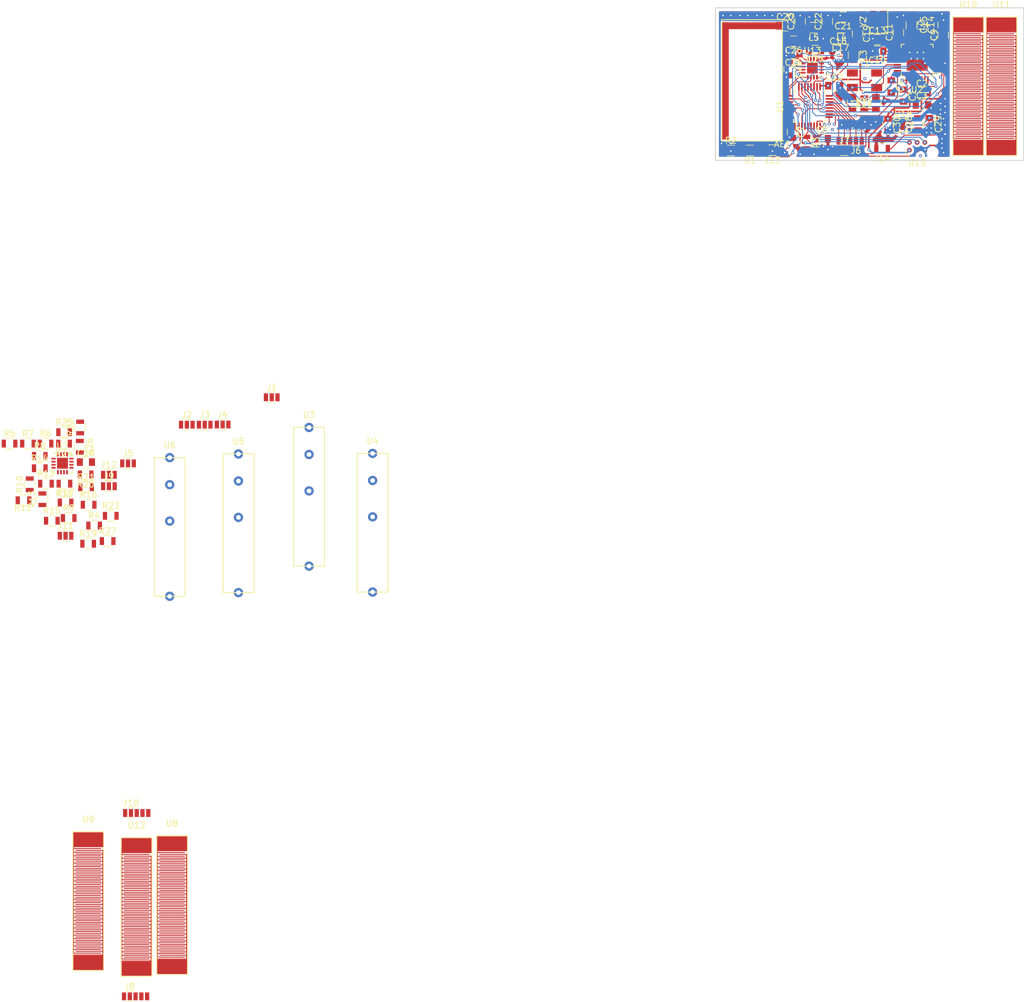
<source format=kicad_pcb>
(kicad_pcb (version 20171130) (host pcbnew "(5.0.0)")
  (layers (0 F.Cu power) (31 B.Cu signal) (34 B.Paste user) (35 F.Paste user) (36 B.SilkS user) (37 F.SilkS user hide) (38 B.Mask user) (39 F.Mask user) (44 Edge.Cuts user))
  (net 0 "")
  (net 1 +3V3)
  (net 2 GND)
  (net 3 "Net-(C2-Pad1)")
  (net 4 "Net-(C5-Pad1)")
  (net 5 "Net-(C5-Pad2)")
  (net 6 "Net-(C6-Pad2)")
  (net 7 "Net-(C11-Pad1)")
  (net 8 "Net-(C11-Pad2)")
  (net 9 "Net-(C13-Pad2)")
  (net 10 "Net-(C14-Pad2)")
  (net 11 "Net-(C16-Pad2)")
  (net 12 "Net-(C17-Pad2)")
  (net 13 /rf+)
  (net 14 /rf-)
  (net 15 "Net-(C20-Pad2)")
  (net 16 "Net-(C27-Pad1)")
  (net 17 "Net-(J1-Pad2)")
  (net 18 "Net-(J2-Pad2)")
  (net 19 "Net-(J3-Pad2)")
  (net 20 "Net-(J4-Pad2)")
  (net 21 "Net-(R1-Pad2)")
  (net 22 /nrst)
  (net 23 "Net-(J5-Pad1)")
  (net 24 "Net-(J5-Pad3)")
  (net 25 "Net-(R6-Pad1)")
  (net 26 /vout1)
  (net 27 "Net-(R8-Pad2)")
  (net 28 "Net-(J9-Pad1)")
  (net 29 "Net-(J9-Pad3)")
  (net 30 /vout2)
  (net 31 "Net-(R12-Pad1)")
  (net 32 "Net-(R14-Pad2)")
  (net 33 "Net-(J11-Pad1)")
  (net 34 "Net-(J11-Pad3)")
  (net 35 "Net-(R18-Pad1)")
  (net 36 /vout3)
  (net 37 "Net-(R20-Pad2)")
  (net 38 "Net-(J12-Pad1)")
  (net 39 "Net-(J12-Pad3)")
  (net 40 "Net-(R24-Pad1)")
  (net 41 /vout4)
  (net 42 "Net-(R26-Pad2)")
  (net 43 /csbt)
  (net 44 /csacc)
  (net 45 /swo)
  (net 46 /accint)
  (net 47 /swclk)
  (net 48 /swdio)
  (net 49 /async)
  (net 50 /mosi)
  (net 51 /miso)
  (net 52 /btnrst)
  (net 53 /btint)
  (net 54 /spiclk)
  (net 55 "Net-(AE1-Pad1)")
  (net 56 "Net-(C28-Pad2)")
  (net 57 "Net-(C28-Pad1)")
  (net 58 +BATT)
  (net 59 "Net-(J1-Pad1)")
  (net 60 "Net-(J2-Pad1)")
  (net 61 "Net-(J3-Pad1)")
  (net 62 "Net-(J4-Pad1)")
  (net 63 /vstrain1)
  (net 64 /vstrain2)
  (net 65 /vstrain4)
  (net 66 /vstrain5)
  (net 67 /vstrain3)
  (net 68 "Net-(J8-Pad3)")
  (net 69 "Net-(J8-Pad1)")
  (net 70 "Net-(J8-Pad2)")
  (net 71 "Net-(J8-Pad4)")
  (net 72 "Net-(J8-Pad5)")
  (net 73 "Net-(J10-Pad5)")
  (net 74 "Net-(J10-Pad4)")
  (net 75 "Net-(J10-Pad2)")
  (net 76 "Net-(J10-Pad1)")
  (net 77 "Net-(J10-Pad3)")
  (net 78 /uartTX)
  (net 79 /uartRX)
  (net 80 /vc)
  (net 81 "Net-(U2-Pad26)")
  (net 82 "Net-(U2-Pad16)")
  (net 83 "Net-(U2-Pad15)")
  (net 84 "Net-(U2-Pad14)")
  (net 85 "Net-(U2-Pad13)")
  (net 86 "Net-(U2-Pad4)")
  (net 87 "Net-(J1-Pad3)")
  (net 88 "Net-(J2-Pad3)")
  (net 89 "Net-(J3-Pad3)")
  (net 90 "Net-(J4-Pad3)")
  (net 91 "Net-(U13-Pad7)")
  (module Housings_QFP:LQFP-32_5x5mm_Pitch0.5mm (layer F.Cu) (at 148.85162 118.1227 90)
    (fp_text reference U1 (at 0 -4.85 90) (layer F.SilkS))
    (fp_text value STM32F302x6)
    (pad 1 smd rect (at -3.25 -1.75 90) (size 1.2 0.28) (layers F.Cu F.Paste F.Mask) (net 1 +3V3))
    (pad 2 smd rect (at -3.25 -1.25 90) (size 1.2 0.28) (layers F.Cu F.Paste F.Mask) (net 54 /spiclk))
    (pad 3 smd rect (at -3.25 -0.75 90) (size 1.2 0.28) (layers F.Cu F.Paste F.Mask) (net 80 /vc))
    (pad 4 smd rect (at -3.25 -0.25 90) (size 1.2 0.28) (layers F.Cu F.Paste F.Mask) (net 22 /nrst))
    (pad 5 smd rect (at -3.25 0.25 90) (size 1.2 0.28) (layers F.Cu F.Paste F.Mask) (net 1 +3V3))
    (pad 6 smd rect (at -3.25 0.75 90) (size 1.2 0.28) (layers F.Cu F.Paste F.Mask) (net 2 GND))
    (pad 7 smd rect (at -3.25 1.25 90) (size 1.2 0.28) (layers F.Cu F.Paste F.Mask) (net 26 /vout1))
    (pad 8 smd rect (at -3.25 1.75 90) (size 1.2 0.28) (layers F.Cu F.Paste F.Mask) (net 30 /vout2))
    (pad 9 smd rect (at -1.75 3.25 180) (size 1.2 0.28) (layers F.Cu F.Paste F.Mask) (net 36 /vout3))
    (pad 10 smd rect (at -1.25 3.25 180) (size 1.2 0.28) (layers F.Cu F.Paste F.Mask) (net 41 /vout4))
    (pad 11 smd rect (at -0.75 3.25 180) (size 1.2 0.28) (layers F.Cu F.Paste F.Mask) (net 63 /vstrain1))
    (pad 12 smd rect (at -0.25 3.25 180) (size 1.2 0.28) (layers F.Cu F.Paste F.Mask) (net 64 /vstrain2))
    (pad 13 smd rect (at 0.25 3.25 180) (size 1.2 0.28) (layers F.Cu F.Paste F.Mask) (net 67 /vstrain3))
    (pad 14 smd rect (at 0.75 3.25 180) (size 1.2 0.28) (layers F.Cu F.Paste F.Mask) (net 65 /vstrain4))
    (pad 15 smd rect (at 1.25 3.25 180) (size 1.2 0.28) (layers F.Cu F.Paste F.Mask) (net 66 /vstrain5))
    (pad 16 smd rect (at 1.75 3.25 180) (size 1.2 0.28) (layers F.Cu F.Paste F.Mask) (net 2 GND))
    (pad 17 smd rect (at 3.25 1.75 90) (size 1.2 0.28) (layers F.Cu F.Paste F.Mask) (net 1 +3V3))
    (pad 18 smd rect (at 3.25 1.25 90) (size 1.2 0.28) (layers F.Cu F.Paste F.Mask) (net 53 /btint))
    (pad 19 smd rect (at 3.25 0.75 90) (size 1.2 0.28) (layers F.Cu F.Paste F.Mask) (net 52 /btnrst))
    (pad 20 smd rect (at 3.25 0.25 90) (size 1.2 0.28) (layers F.Cu F.Paste F.Mask) (net 51 /miso))
    (pad 21 smd rect (at 3.25 -0.25 90) (size 1.2 0.28) (layers F.Cu F.Paste F.Mask) (net 50 /mosi))
    (pad 22 smd rect (at 3.25 -0.75 90) (size 1.2 0.28) (layers F.Cu F.Paste F.Mask) (net 49 /async))
    (pad 23 smd rect (at 3.25 -1.25 90) (size 1.2 0.28) (layers F.Cu F.Paste F.Mask) (net 48 /swdio))
    (pad 24 smd rect (at 3.25 -1.75 90) (size 1.2 0.28) (layers F.Cu F.Paste F.Mask) (net 47 /swclk))
    (pad 25 smd rect (at 1.75 -3.25 180) (size 1.2 0.28) (layers F.Cu F.Paste F.Mask) (net 46 /accint))
    (pad 26 smd rect (at 1.25 -3.25 180) (size 1.2 0.28) (layers F.Cu F.Paste F.Mask) (net 45 /swo))
    (pad 27 smd rect (at 0.75 -3.25 180) (size 1.2 0.28) (layers F.Cu F.Paste F.Mask) (net 44 /csacc))
    (pad 28 smd rect (at 0.25 -3.25 180) (size 1.2 0.28) (layers F.Cu F.Paste F.Mask) (net 43 /csbt))
    (pad 29 smd rect (at -0.25 -3.25 180) (size 1.2 0.28) (layers F.Cu F.Paste F.Mask) (net 78 /uartTX))
    (pad 30 smd rect (at -0.75 -3.25 180) (size 1.2 0.28) (layers F.Cu F.Paste F.Mask) (net 79 /uartRX))
    (pad 31 smd rect (at -1.25 -3.25 180) (size 1.2 0.28) (layers F.Cu F.Paste F.Mask) (net 21 "Net-(R1-Pad2)"))
    (pad 32 smd rect (at -1.75 -3.25 180) (size 1.2 0.28) (layers F.Cu F.Paste F.Mask) (net 2 GND))
  )
  (module Resistors_SMD:R_0805 (layer F.Cu) (at 160.81506 125.095 180)
    (fp_text reference J14 (at 0 -1.65 180) (layer F.SilkS))
    (fp_text value Conn_01x02_Male)
    (pad 1 smd rect (at -0.95 0 180) (size 0.7 1.3) (layers F.Cu F.Paste F.Mask) (net 58 +BATT))
    (pad 2 smd rect (at 0.95 0 180) (size 0.7 1.3) (layers F.Cu F.Paste F.Mask) (net 2 GND))
  )
  (module Flex_footprints:Rstrain (layer F.Cu) (at 43.43146 173.47438)
    (fp_text reference U6 (at 0 0.5) (layer F.SilkS))
    (fp_text value RSTRAIN)
    (pad 4 thru_hole circle (at 0 13) (size 1.524 1.524) (drill 0.762) (layers *.Cu *.Mask) (net 20 "Net-(J4-Pad2)"))
    (pad 3 thru_hole circle (at 0 7) (size 1.524 1.524) (drill 0.762) (layers *.Cu *.Mask) (net 62 "Net-(J4-Pad1)"))
    (pad 2 thru_hole circle (at 0 25.4) (size 1.524 1.524) (drill 0.762) (layers *.Cu *.Mask) (net 20 "Net-(J4-Pad2)"))
    (pad 1 thru_hole circle (at 0 2.54) (size 1.524 1.524) (drill 0.762) (layers *.Cu *.Mask) (net 90 "Net-(J4-Pad3)"))
  )
  (module Flex_footprints:Rstrain (layer F.Cu) (at 54.75986 172.86478)
    (fp_text reference U5 (at 0 0.5) (layer F.SilkS))
    (fp_text value RSTRAIN)
    (pad 4 thru_hole circle (at 0 13) (size 1.524 1.524) (drill 0.762) (layers *.Cu *.Mask) (net 19 "Net-(J3-Pad2)"))
    (pad 3 thru_hole circle (at 0 7) (size 1.524 1.524) (drill 0.762) (layers *.Cu *.Mask) (net 61 "Net-(J3-Pad1)"))
    (pad 2 thru_hole circle (at 0 25.4) (size 1.524 1.524) (drill 0.762) (layers *.Cu *.Mask) (net 19 "Net-(J3-Pad2)"))
    (pad 1 thru_hole circle (at 0 2.54) (size 1.524 1.524) (drill 0.762) (layers *.Cu *.Mask) (net 89 "Net-(J3-Pad3)"))
  )
  (module Flex_footprints:Rstrain (layer F.Cu) (at 76.86566 172.77598)
    (fp_text reference U4 (at 0 0.5) (layer F.SilkS))
    (fp_text value RSTRAIN)
    (pad 4 thru_hole circle (at 0 13) (size 1.524 1.524) (drill 0.762) (layers *.Cu *.Mask) (net 18 "Net-(J2-Pad2)"))
    (pad 3 thru_hole circle (at 0 7) (size 1.524 1.524) (drill 0.762) (layers *.Cu *.Mask) (net 60 "Net-(J2-Pad1)"))
    (pad 2 thru_hole circle (at 0 25.4) (size 1.524 1.524) (drill 0.762) (layers *.Cu *.Mask) (net 18 "Net-(J2-Pad2)"))
    (pad 1 thru_hole circle (at 0 2.54) (size 1.524 1.524) (drill 0.762) (layers *.Cu *.Mask) (net 88 "Net-(J2-Pad3)"))
  )
  (module Flex_footprints:Rstrain (layer F.Cu) (at 66.39306 168.49598)
    (fp_text reference U3 (at 0 0.5) (layer F.SilkS))
    (fp_text value RSTRAIN)
    (pad 4 thru_hole circle (at 0 13) (size 1.524 1.524) (drill 0.762) (layers *.Cu *.Mask) (net 17 "Net-(J1-Pad2)"))
    (pad 3 thru_hole circle (at 0 7) (size 1.524 1.524) (drill 0.762) (layers *.Cu *.Mask) (net 59 "Net-(J1-Pad1)"))
    (pad 2 thru_hole circle (at 0 25.4) (size 1.524 1.524) (drill 0.762) (layers *.Cu *.Mask) (net 17 "Net-(J1-Pad2)"))
    (pad 1 thru_hole circle (at 0 2.54) (size 1.524 1.524) (drill 0.762) (layers *.Cu *.Mask) (net 87 "Net-(J1-Pad3)"))
  )
  (module Flex_footprints:Cstrain (layer F.Cu) (at 37.98316 236.12094)
    (fp_text reference U12 (at 0 0.5) (layer F.SilkS))
    (fp_text value CSTRAIN)
    (pad 2 smd rect (at 2.3876 14.4272 180) (size 0.1524 17.78) (layers F.Cu) (net 76 "Net-(J10-Pad1)"))
    (pad 1 smd rect (at -2.4384 13.6906 180) (size 0.1524 17.78) (layers F.Cu) (net 69 "Net-(J8-Pad1)"))
    (pad 1 smd rect (at 0 3.81 90) (size 2.54 5.08) (layers F.Cu F.Mask) (net 69 "Net-(J8-Pad1)"))
    (pad 1 smd rect (at -0.1778 5.3086 90) (size 0.1524 4.572) (layers F.Cu) (net 69 "Net-(J8-Pad1)"))
    (pad 2 smd rect (at 0 24.0538 90) (size 2.54 5.08) (layers F.Cu F.Mask) (net 76 "Net-(J10-Pad1)"))
    (pad 2 smd rect (at 0.1778 5.6134 90) (size 0.1524 4.572) (layers F.Cu) (net 76 "Net-(J10-Pad1)"))
    (pad 1 smd rect (at -0.1778 5.9182 90) (size 0.1524 4.572) (layers F.Cu) (net 69 "Net-(J8-Pad1)"))
    (pad 2 smd rect (at 0.1778 6.223 90) (size 0.1524 4.572) (layers F.Cu) (net 76 "Net-(J10-Pad1)"))
    (pad 2 smd rect (at 0.1778 6.8072 90) (size 0.1524 4.572) (layers F.Cu) (net 76 "Net-(J10-Pad1)"))
    (pad 1 smd rect (at -0.1778 6.5024 90) (size 0.1524 4.572) (layers F.Cu) (net 69 "Net-(J8-Pad1)"))
    (pad 1 smd rect (at -0.1778 7.0866 90) (size 0.1524 4.572) (layers F.Cu) (net 69 "Net-(J8-Pad1)"))
    (pad 1 smd rect (at -0.1778 8.2804 270) (size 0.1524 4.572) (layers F.Cu) (net 69 "Net-(J8-Pad1)"))
    (pad 2 smd rect (at 0.1778 8.5852 90) (size 0.1524 4.572) (layers F.Cu) (net 76 "Net-(J10-Pad1)"))
    (pad 2 smd rect (at 0.1778 8.001 90) (size 0.1524 4.572) (layers F.Cu) (net 76 "Net-(J10-Pad1)"))
    (pad 1 smd rect (at -0.1778 7.6962 90) (size 0.1524 4.572) (layers F.Cu) (net 69 "Net-(J8-Pad1)"))
    (pad 2 smd rect (at 0.1778 7.3914 90) (size 0.1524 4.572) (layers F.Cu) (net 76 "Net-(J10-Pad1)"))
    (pad 1 smd rect (at -0.1778 8.8646 90) (size 0.1524 4.572) (layers F.Cu) (net 69 "Net-(J8-Pad1)"))
    (pad 1 smd rect (at -0.1778 11.2522 90) (size 0.1524 4.572) (layers F.Cu) (net 69 "Net-(J8-Pad1)"))
    (pad 1 smd rect (at -0.1778 10.0584 90) (size 0.1524 4.572) (layers F.Cu) (net 69 "Net-(J8-Pad1)"))
    (pad 1 smd rect (at -0.1778 11.8364 90) (size 0.1524 4.572) (layers F.Cu) (net 69 "Net-(J8-Pad1)"))
    (pad 2 smd rect (at 0.1778 10.3632 90) (size 0.1524 4.572) (layers F.Cu) (net 76 "Net-(J10-Pad1)"))
    (pad 2 smd rect (at 0.1778 9.779 90) (size 0.1524 4.572) (layers F.Cu) (net 76 "Net-(J10-Pad1)"))
    (pad 1 smd rect (at -0.1778 10.6426 90) (size 0.1524 4.572) (layers F.Cu) (net 69 "Net-(J8-Pad1)"))
    (pad 2 smd rect (at 0.1778 12.1412 90) (size 0.1524 4.572) (layers F.Cu) (net 76 "Net-(J10-Pad1)"))
    (pad 2 smd rect (at 0.1778 11.557 90) (size 0.1524 4.572) (layers F.Cu) (net 76 "Net-(J10-Pad1)"))
    (pad 1 smd rect (at -0.1778 9.4742 90) (size 0.1524 4.572) (layers F.Cu) (net 69 "Net-(J8-Pad1)"))
    (pad 2 smd rect (at 0.1778 10.9474 90) (size 0.1524 4.572) (layers F.Cu) (net 76 "Net-(J10-Pad1)"))
    (pad 2 smd rect (at 0.1778 9.1694 90) (size 0.1524 4.572) (layers F.Cu) (net 76 "Net-(J10-Pad1)"))
    (pad 1 smd rect (at -0.2032 12.446 90) (size 0.1524 4.572) (layers F.Cu) (net 69 "Net-(J8-Pad1)"))
    (pad 1 smd rect (at -0.2032 14.8336 90) (size 0.1524 4.572) (layers F.Cu) (net 69 "Net-(J8-Pad1)"))
    (pad 1 smd rect (at -0.2032 17.78 90) (size 0.1524 4.572) (layers F.Cu) (net 69 "Net-(J8-Pad1)"))
    (pad 1 smd rect (at -0.2032 13.6398 90) (size 0.1524 4.572) (layers F.Cu) (net 69 "Net-(J8-Pad1)"))
    (pad 1 smd rect (at -0.2032 15.4178 90) (size 0.1524 4.572) (layers F.Cu) (net 69 "Net-(J8-Pad1)"))
    (pad 2 smd rect (at 0.1524 19.2786 90) (size 0.1524 4.572) (layers F.Cu) (net 76 "Net-(J10-Pad1)"))
    (pad 1 smd rect (at -0.2032 17.1958 90) (size 0.1524 4.572) (layers F.Cu) (net 69 "Net-(J8-Pad1)"))
    (pad 2 smd rect (at 0.1524 13.9446 90) (size 0.1524 4.572) (layers F.Cu) (net 76 "Net-(J10-Pad1)"))
    (pad 2 smd rect (at 0.1524 13.3604 90) (size 0.1524 4.572) (layers F.Cu) (net 76 "Net-(J10-Pad1)"))
    (pad 1 smd rect (at -0.2032 14.224 90) (size 0.1524 4.572) (layers F.Cu) (net 69 "Net-(J8-Pad1)"))
    (pad 1 smd rect (at -0.2032 18.3896 90) (size 0.1524 4.572) (layers F.Cu) (net 69 "Net-(J8-Pad1)"))
    (pad 1 smd rect (at -0.2032 16.002 90) (size 0.1524 4.572) (layers F.Cu) (net 69 "Net-(J8-Pad1)"))
    (pad 1 smd rect (at -0.2032 18.9738 90) (size 0.1524 4.572) (layers F.Cu) (net 69 "Net-(J8-Pad1)"))
    (pad 2 smd rect (at 0.1524 17.5006 90) (size 0.1524 4.572) (layers F.Cu) (net 76 "Net-(J10-Pad1)"))
    (pad 2 smd rect (at 0.1524 15.7226 90) (size 0.1524 4.572) (layers F.Cu) (net 76 "Net-(J10-Pad1)"))
    (pad 2 smd rect (at 0.1524 16.9164 90) (size 0.1524 4.572) (layers F.Cu) (net 76 "Net-(J10-Pad1)"))
    (pad 2 smd rect (at 0.1524 18.6944 90) (size 0.1524 4.572) (layers F.Cu) (net 76 "Net-(J10-Pad1)"))
    (pad 2 smd rect (at 0.1524 15.1384 90) (size 0.1524 4.572) (layers F.Cu) (net 76 "Net-(J10-Pad1)"))
    (pad 1 smd rect (at -0.2032 16.6116 90) (size 0.1524 4.572) (layers F.Cu) (net 69 "Net-(J8-Pad1)"))
    (pad 2 smd rect (at 0.1524 18.0848 90) (size 0.1524 4.572) (layers F.Cu) (net 76 "Net-(J10-Pad1)"))
    (pad 1 smd rect (at -0.2032 13.0556 90) (size 0.1524 4.572) (layers F.Cu) (net 69 "Net-(J8-Pad1)"))
    (pad 2 smd rect (at 0.1524 16.3068 90) (size 0.1524 4.572) (layers F.Cu) (net 76 "Net-(J10-Pad1)"))
    (pad 2 smd rect (at 0.1524 14.5288 90) (size 0.1524 4.572) (layers F.Cu) (net 76 "Net-(J10-Pad1)"))
    (pad 2 smd rect (at 0.1524 12.7508 90) (size 0.1524 4.572) (layers F.Cu) (net 76 "Net-(J10-Pad1)"))
    (pad 2 smd rect (at 0.1778 21.6662 90) (size 0.1524 4.572) (layers F.Cu) (net 76 "Net-(J10-Pad1)"))
    (pad 2 smd rect (at 0.1778 21.0566 90) (size 0.1524 4.572) (layers F.Cu) (net 76 "Net-(J10-Pad1)"))
    (pad 2 smd rect (at 0.1778 22.2504 90) (size 0.1524 4.572) (layers F.Cu) (net 76 "Net-(J10-Pad1)"))
    (pad 1 smd rect (at -0.1778 20.7518 90) (size 0.1524 4.572) (layers F.Cu) (net 69 "Net-(J8-Pad1)"))
    (pad 1 smd rect (at -0.1778 20.1676 90) (size 0.1524 4.572) (layers F.Cu) (net 69 "Net-(J8-Pad1)"))
    (pad 2 smd rect (at 0.1778 20.4724 90) (size 0.1524 4.572) (layers F.Cu) (net 76 "Net-(J10-Pad1)"))
    (pad 1 smd rect (at -0.1778 21.3614 90) (size 0.1524 4.572) (layers F.Cu) (net 69 "Net-(J8-Pad1)"))
    (pad 1 smd rect (at -0.1778 21.9456 90) (size 0.1524 4.572) (layers F.Cu) (net 69 "Net-(J8-Pad1)"))
    (pad 1 smd rect (at -0.1778 19.5834 90) (size 0.1524 4.572) (layers F.Cu) (net 69 "Net-(J8-Pad1)"))
    (pad 2 smd rect (at 0.1778 19.8882 90) (size 0.1524 4.572) (layers F.Cu) (net 76 "Net-(J10-Pad1)"))
    (pad 1 smd rect (at -0.1778 22.5552 90) (size 0.1524 4.572) (layers F.Cu) (net 69 "Net-(J8-Pad1)"))
  )
  (module Flex_footprints:Cstrain (layer F.Cu) (at 180.48224 100.83292)
    (fp_text reference U11 (at 0 0.5) (layer F.SilkS))
    (fp_text value CSTRAIN)
    (pad 2 smd rect (at 2.3876 14.4272 180) (size 0.1524 17.78) (layers F.Cu) (net 75 "Net-(J10-Pad2)"))
    (pad 1 smd rect (at -2.4384 13.6906 180) (size 0.1524 17.78) (layers F.Cu) (net 70 "Net-(J8-Pad2)"))
    (pad 1 smd rect (at 0 3.81 90) (size 2.54 5.08) (layers F.Cu F.Mask) (net 70 "Net-(J8-Pad2)"))
    (pad 1 smd rect (at -0.1778 5.3086 90) (size 0.1524 4.572) (layers F.Cu) (net 70 "Net-(J8-Pad2)"))
    (pad 2 smd rect (at 0 24.0538 90) (size 2.54 5.08) (layers F.Cu F.Mask) (net 75 "Net-(J10-Pad2)"))
    (pad 2 smd rect (at 0.1778 5.6134 90) (size 0.1524 4.572) (layers F.Cu) (net 75 "Net-(J10-Pad2)"))
    (pad 1 smd rect (at -0.1778 5.9182 90) (size 0.1524 4.572) (layers F.Cu) (net 70 "Net-(J8-Pad2)"))
    (pad 2 smd rect (at 0.1778 6.223 90) (size 0.1524 4.572) (layers F.Cu) (net 75 "Net-(J10-Pad2)"))
    (pad 2 smd rect (at 0.1778 6.8072 90) (size 0.1524 4.572) (layers F.Cu) (net 75 "Net-(J10-Pad2)"))
    (pad 1 smd rect (at -0.1778 6.5024 90) (size 0.1524 4.572) (layers F.Cu) (net 70 "Net-(J8-Pad2)"))
    (pad 1 smd rect (at -0.1778 7.0866 90) (size 0.1524 4.572) (layers F.Cu) (net 70 "Net-(J8-Pad2)"))
    (pad 1 smd rect (at -0.1778 8.2804 270) (size 0.1524 4.572) (layers F.Cu) (net 70 "Net-(J8-Pad2)"))
    (pad 2 smd rect (at 0.1778 8.5852 90) (size 0.1524 4.572) (layers F.Cu) (net 75 "Net-(J10-Pad2)"))
    (pad 2 smd rect (at 0.1778 8.001 90) (size 0.1524 4.572) (layers F.Cu) (net 75 "Net-(J10-Pad2)"))
    (pad 1 smd rect (at -0.1778 7.6962 90) (size 0.1524 4.572) (layers F.Cu) (net 70 "Net-(J8-Pad2)"))
    (pad 2 smd rect (at 0.1778 7.3914 90) (size 0.1524 4.572) (layers F.Cu) (net 75 "Net-(J10-Pad2)"))
    (pad 1 smd rect (at -0.1778 8.8646 90) (size 0.1524 4.572) (layers F.Cu) (net 70 "Net-(J8-Pad2)"))
    (pad 1 smd rect (at -0.1778 11.2522 90) (size 0.1524 4.572) (layers F.Cu) (net 70 "Net-(J8-Pad2)"))
    (pad 1 smd rect (at -0.1778 10.0584 90) (size 0.1524 4.572) (layers F.Cu) (net 70 "Net-(J8-Pad2)"))
    (pad 1 smd rect (at -0.1778 11.8364 90) (size 0.1524 4.572) (layers F.Cu) (net 70 "Net-(J8-Pad2)"))
    (pad 2 smd rect (at 0.1778 10.3632 90) (size 0.1524 4.572) (layers F.Cu) (net 75 "Net-(J10-Pad2)"))
    (pad 2 smd rect (at 0.1778 9.779 90) (size 0.1524 4.572) (layers F.Cu) (net 75 "Net-(J10-Pad2)"))
    (pad 1 smd rect (at -0.1778 10.6426 90) (size 0.1524 4.572) (layers F.Cu) (net 70 "Net-(J8-Pad2)"))
    (pad 2 smd rect (at 0.1778 12.1412 90) (size 0.1524 4.572) (layers F.Cu) (net 75 "Net-(J10-Pad2)"))
    (pad 2 smd rect (at 0.1778 11.557 90) (size 0.1524 4.572) (layers F.Cu) (net 75 "Net-(J10-Pad2)"))
    (pad 1 smd rect (at -0.1778 9.4742 90) (size 0.1524 4.572) (layers F.Cu) (net 70 "Net-(J8-Pad2)"))
    (pad 2 smd rect (at 0.1778 10.9474 90) (size 0.1524 4.572) (layers F.Cu) (net 75 "Net-(J10-Pad2)"))
    (pad 2 smd rect (at 0.1778 9.1694 90) (size 0.1524 4.572) (layers F.Cu) (net 75 "Net-(J10-Pad2)"))
    (pad 1 smd rect (at -0.2032 12.446 90) (size 0.1524 4.572) (layers F.Cu) (net 70 "Net-(J8-Pad2)"))
    (pad 1 smd rect (at -0.2032 14.8336 90) (size 0.1524 4.572) (layers F.Cu) (net 70 "Net-(J8-Pad2)"))
    (pad 1 smd rect (at -0.2032 17.78 90) (size 0.1524 4.572) (layers F.Cu) (net 70 "Net-(J8-Pad2)"))
    (pad 1 smd rect (at -0.2032 13.6398 90) (size 0.1524 4.572) (layers F.Cu) (net 70 "Net-(J8-Pad2)"))
    (pad 1 smd rect (at -0.2032 15.4178 90) (size 0.1524 4.572) (layers F.Cu) (net 70 "Net-(J8-Pad2)"))
    (pad 2 smd rect (at 0.1524 19.2786 90) (size 0.1524 4.572) (layers F.Cu) (net 75 "Net-(J10-Pad2)"))
    (pad 1 smd rect (at -0.2032 17.1958 90) (size 0.1524 4.572) (layers F.Cu) (net 70 "Net-(J8-Pad2)"))
    (pad 2 smd rect (at 0.1524 13.9446 90) (size 0.1524 4.572) (layers F.Cu) (net 75 "Net-(J10-Pad2)"))
    (pad 2 smd rect (at 0.1524 13.3604 90) (size 0.1524 4.572) (layers F.Cu) (net 75 "Net-(J10-Pad2)"))
    (pad 1 smd rect (at -0.2032 14.224 90) (size 0.1524 4.572) (layers F.Cu) (net 70 "Net-(J8-Pad2)"))
    (pad 1 smd rect (at -0.2032 18.3896 90) (size 0.1524 4.572) (layers F.Cu) (net 70 "Net-(J8-Pad2)"))
    (pad 1 smd rect (at -0.2032 16.002 90) (size 0.1524 4.572) (layers F.Cu) (net 70 "Net-(J8-Pad2)"))
    (pad 1 smd rect (at -0.2032 18.9738 90) (size 0.1524 4.572) (layers F.Cu) (net 70 "Net-(J8-Pad2)"))
    (pad 2 smd rect (at 0.1524 17.5006 90) (size 0.1524 4.572) (layers F.Cu) (net 75 "Net-(J10-Pad2)"))
    (pad 2 smd rect (at 0.1524 15.7226 90) (size 0.1524 4.572) (layers F.Cu) (net 75 "Net-(J10-Pad2)"))
    (pad 2 smd rect (at 0.1524 16.9164 90) (size 0.1524 4.572) (layers F.Cu) (net 75 "Net-(J10-Pad2)"))
    (pad 2 smd rect (at 0.1524 18.6944 90) (size 0.1524 4.572) (layers F.Cu) (net 75 "Net-(J10-Pad2)"))
    (pad 2 smd rect (at 0.1524 15.1384 90) (size 0.1524 4.572) (layers F.Cu) (net 75 "Net-(J10-Pad2)"))
    (pad 1 smd rect (at -0.2032 16.6116 90) (size 0.1524 4.572) (layers F.Cu) (net 70 "Net-(J8-Pad2)"))
    (pad 2 smd rect (at 0.1524 18.0848 90) (size 0.1524 4.572) (layers F.Cu) (net 75 "Net-(J10-Pad2)"))
    (pad 1 smd rect (at -0.2032 13.0556 90) (size 0.1524 4.572) (layers F.Cu) (net 70 "Net-(J8-Pad2)"))
    (pad 2 smd rect (at 0.1524 16.3068 90) (size 0.1524 4.572) (layers F.Cu) (net 75 "Net-(J10-Pad2)"))
    (pad 2 smd rect (at 0.1524 14.5288 90) (size 0.1524 4.572) (layers F.Cu) (net 75 "Net-(J10-Pad2)"))
    (pad 2 smd rect (at 0.1524 12.7508 90) (size 0.1524 4.572) (layers F.Cu) (net 75 "Net-(J10-Pad2)"))
    (pad 2 smd rect (at 0.1778 21.6662 90) (size 0.1524 4.572) (layers F.Cu) (net 75 "Net-(J10-Pad2)"))
    (pad 2 smd rect (at 0.1778 21.0566 90) (size 0.1524 4.572) (layers F.Cu) (net 75 "Net-(J10-Pad2)"))
    (pad 2 smd rect (at 0.1778 22.2504 90) (size 0.1524 4.572) (layers F.Cu) (net 75 "Net-(J10-Pad2)"))
    (pad 1 smd rect (at -0.1778 20.7518 90) (size 0.1524 4.572) (layers F.Cu) (net 70 "Net-(J8-Pad2)"))
    (pad 1 smd rect (at -0.1778 20.1676 90) (size 0.1524 4.572) (layers F.Cu) (net 70 "Net-(J8-Pad2)"))
    (pad 2 smd rect (at 0.1778 20.4724 90) (size 0.1524 4.572) (layers F.Cu) (net 75 "Net-(J10-Pad2)"))
    (pad 1 smd rect (at -0.1778 21.3614 90) (size 0.1524 4.572) (layers F.Cu) (net 70 "Net-(J8-Pad2)"))
    (pad 1 smd rect (at -0.1778 21.9456 90) (size 0.1524 4.572) (layers F.Cu) (net 70 "Net-(J8-Pad2)"))
    (pad 1 smd rect (at -0.1778 19.5834 90) (size 0.1524 4.572) (layers F.Cu) (net 70 "Net-(J8-Pad2)"))
    (pad 2 smd rect (at 0.1778 19.8882 90) (size 0.1524 4.572) (layers F.Cu) (net 75 "Net-(J10-Pad2)"))
    (pad 1 smd rect (at -0.1778 22.5552 90) (size 0.1524 4.572) (layers F.Cu) (net 70 "Net-(J8-Pad2)"))
  )
  (module Flex_footprints:Cstrain (layer F.Cu) (at 175.01362 100.81768)
    (fp_text reference U10 (at 0 0.5) (layer F.SilkS))
    (fp_text value CSTRAIN)
    (pad 2 smd rect (at 2.3876 14.4272 180) (size 0.1524 17.78) (layers F.Cu) (net 77 "Net-(J10-Pad3)"))
    (pad 1 smd rect (at -2.4384 13.6906 180) (size 0.1524 17.78) (layers F.Cu) (net 68 "Net-(J8-Pad3)"))
    (pad 1 smd rect (at 0 3.81 90) (size 2.54 5.08) (layers F.Cu F.Mask) (net 68 "Net-(J8-Pad3)"))
    (pad 1 smd rect (at -0.1778 5.3086 90) (size 0.1524 4.572) (layers F.Cu) (net 68 "Net-(J8-Pad3)"))
    (pad 2 smd rect (at 0 24.0538 90) (size 2.54 5.08) (layers F.Cu F.Mask) (net 77 "Net-(J10-Pad3)"))
    (pad 2 smd rect (at 0.1778 5.6134 90) (size 0.1524 4.572) (layers F.Cu) (net 77 "Net-(J10-Pad3)"))
    (pad 1 smd rect (at -0.1778 5.9182 90) (size 0.1524 4.572) (layers F.Cu) (net 68 "Net-(J8-Pad3)"))
    (pad 2 smd rect (at 0.1778 6.223 90) (size 0.1524 4.572) (layers F.Cu) (net 77 "Net-(J10-Pad3)"))
    (pad 2 smd rect (at 0.1778 6.8072 90) (size 0.1524 4.572) (layers F.Cu) (net 77 "Net-(J10-Pad3)"))
    (pad 1 smd rect (at -0.1778 6.5024 90) (size 0.1524 4.572) (layers F.Cu) (net 68 "Net-(J8-Pad3)"))
    (pad 1 smd rect (at -0.1778 7.0866 90) (size 0.1524 4.572) (layers F.Cu) (net 68 "Net-(J8-Pad3)"))
    (pad 1 smd rect (at -0.1778 8.2804 270) (size 0.1524 4.572) (layers F.Cu) (net 68 "Net-(J8-Pad3)"))
    (pad 2 smd rect (at 0.1778 8.5852 90) (size 0.1524 4.572) (layers F.Cu) (net 77 "Net-(J10-Pad3)"))
    (pad 2 smd rect (at 0.1778 8.001 90) (size 0.1524 4.572) (layers F.Cu) (net 77 "Net-(J10-Pad3)"))
    (pad 1 smd rect (at -0.1778 7.6962 90) (size 0.1524 4.572) (layers F.Cu) (net 68 "Net-(J8-Pad3)"))
    (pad 2 smd rect (at 0.1778 7.3914 90) (size 0.1524 4.572) (layers F.Cu) (net 77 "Net-(J10-Pad3)"))
    (pad 1 smd rect (at -0.1778 8.8646 90) (size 0.1524 4.572) (layers F.Cu) (net 68 "Net-(J8-Pad3)"))
    (pad 1 smd rect (at -0.1778 11.2522 90) (size 0.1524 4.572) (layers F.Cu) (net 68 "Net-(J8-Pad3)"))
    (pad 1 smd rect (at -0.1778 10.0584 90) (size 0.1524 4.572) (layers F.Cu) (net 68 "Net-(J8-Pad3)"))
    (pad 1 smd rect (at -0.1778 11.8364 90) (size 0.1524 4.572) (layers F.Cu) (net 68 "Net-(J8-Pad3)"))
    (pad 2 smd rect (at 0.1778 10.3632 90) (size 0.1524 4.572) (layers F.Cu) (net 77 "Net-(J10-Pad3)"))
    (pad 2 smd rect (at 0.1778 9.779 90) (size 0.1524 4.572) (layers F.Cu) (net 77 "Net-(J10-Pad3)"))
    (pad 1 smd rect (at -0.1778 10.6426 90) (size 0.1524 4.572) (layers F.Cu) (net 68 "Net-(J8-Pad3)"))
    (pad 2 smd rect (at 0.1778 12.1412 90) (size 0.1524 4.572) (layers F.Cu) (net 77 "Net-(J10-Pad3)"))
    (pad 2 smd rect (at 0.1778 11.557 90) (size 0.1524 4.572) (layers F.Cu) (net 77 "Net-(J10-Pad3)"))
    (pad 1 smd rect (at -0.1778 9.4742 90) (size 0.1524 4.572) (layers F.Cu) (net 68 "Net-(J8-Pad3)"))
    (pad 2 smd rect (at 0.1778 10.9474 90) (size 0.1524 4.572) (layers F.Cu) (net 77 "Net-(J10-Pad3)"))
    (pad 2 smd rect (at 0.1778 9.1694 90) (size 0.1524 4.572) (layers F.Cu) (net 77 "Net-(J10-Pad3)"))
    (pad 1 smd rect (at -0.2032 12.446 90) (size 0.1524 4.572) (layers F.Cu) (net 68 "Net-(J8-Pad3)"))
    (pad 1 smd rect (at -0.2032 14.8336 90) (size 0.1524 4.572) (layers F.Cu) (net 68 "Net-(J8-Pad3)"))
    (pad 1 smd rect (at -0.2032 17.78 90) (size 0.1524 4.572) (layers F.Cu) (net 68 "Net-(J8-Pad3)"))
    (pad 1 smd rect (at -0.2032 13.6398 90) (size 0.1524 4.572) (layers F.Cu) (net 68 "Net-(J8-Pad3)"))
    (pad 1 smd rect (at -0.2032 15.4178 90) (size 0.1524 4.572) (layers F.Cu) (net 68 "Net-(J8-Pad3)"))
    (pad 2 smd rect (at 0.1524 19.2786 90) (size 0.1524 4.572) (layers F.Cu) (net 77 "Net-(J10-Pad3)"))
    (pad 1 smd rect (at -0.2032 17.1958 90) (size 0.1524 4.572) (layers F.Cu) (net 68 "Net-(J8-Pad3)"))
    (pad 2 smd rect (at 0.1524 13.9446 90) (size 0.1524 4.572) (layers F.Cu) (net 77 "Net-(J10-Pad3)"))
    (pad 2 smd rect (at 0.1524 13.3604 90) (size 0.1524 4.572) (layers F.Cu) (net 77 "Net-(J10-Pad3)"))
    (pad 1 smd rect (at -0.2032 14.224 90) (size 0.1524 4.572) (layers F.Cu) (net 68 "Net-(J8-Pad3)"))
    (pad 1 smd rect (at -0.2032 18.3896 90) (size 0.1524 4.572) (layers F.Cu) (net 68 "Net-(J8-Pad3)"))
    (pad 1 smd rect (at -0.2032 16.002 90) (size 0.1524 4.572) (layers F.Cu) (net 68 "Net-(J8-Pad3)"))
    (pad 1 smd rect (at -0.2032 18.9738 90) (size 0.1524 4.572) (layers F.Cu) (net 68 "Net-(J8-Pad3)"))
    (pad 2 smd rect (at 0.1524 17.5006 90) (size 0.1524 4.572) (layers F.Cu) (net 77 "Net-(J10-Pad3)"))
    (pad 2 smd rect (at 0.1524 15.7226 90) (size 0.1524 4.572) (layers F.Cu) (net 77 "Net-(J10-Pad3)"))
    (pad 2 smd rect (at 0.1524 16.9164 90) (size 0.1524 4.572) (layers F.Cu) (net 77 "Net-(J10-Pad3)"))
    (pad 2 smd rect (at 0.1524 18.6944 90) (size 0.1524 4.572) (layers F.Cu) (net 77 "Net-(J10-Pad3)"))
    (pad 2 smd rect (at 0.1524 15.1384 90) (size 0.1524 4.572) (layers F.Cu) (net 77 "Net-(J10-Pad3)"))
    (pad 1 smd rect (at -0.2032 16.6116 90) (size 0.1524 4.572) (layers F.Cu) (net 68 "Net-(J8-Pad3)"))
    (pad 2 smd rect (at 0.1524 18.0848 90) (size 0.1524 4.572) (layers F.Cu) (net 77 "Net-(J10-Pad3)"))
    (pad 1 smd rect (at -0.2032 13.0556 90) (size 0.1524 4.572) (layers F.Cu) (net 68 "Net-(J8-Pad3)"))
    (pad 2 smd rect (at 0.1524 16.3068 90) (size 0.1524 4.572) (layers F.Cu) (net 77 "Net-(J10-Pad3)"))
    (pad 2 smd rect (at 0.1524 14.5288 90) (size 0.1524 4.572) (layers F.Cu) (net 77 "Net-(J10-Pad3)"))
    (pad 2 smd rect (at 0.1524 12.7508 90) (size 0.1524 4.572) (layers F.Cu) (net 77 "Net-(J10-Pad3)"))
    (pad 2 smd rect (at 0.1778 21.6662 90) (size 0.1524 4.572) (layers F.Cu) (net 77 "Net-(J10-Pad3)"))
    (pad 2 smd rect (at 0.1778 21.0566 90) (size 0.1524 4.572) (layers F.Cu) (net 77 "Net-(J10-Pad3)"))
    (pad 2 smd rect (at 0.1778 22.2504 90) (size 0.1524 4.572) (layers F.Cu) (net 77 "Net-(J10-Pad3)"))
    (pad 1 smd rect (at -0.1778 20.7518 90) (size 0.1524 4.572) (layers F.Cu) (net 68 "Net-(J8-Pad3)"))
    (pad 1 smd rect (at -0.1778 20.1676 90) (size 0.1524 4.572) (layers F.Cu) (net 68 "Net-(J8-Pad3)"))
    (pad 2 smd rect (at 0.1778 20.4724 90) (size 0.1524 4.572) (layers F.Cu) (net 77 "Net-(J10-Pad3)"))
    (pad 1 smd rect (at -0.1778 21.3614 90) (size 0.1524 4.572) (layers F.Cu) (net 68 "Net-(J8-Pad3)"))
    (pad 1 smd rect (at -0.1778 21.9456 90) (size 0.1524 4.572) (layers F.Cu) (net 68 "Net-(J8-Pad3)"))
    (pad 1 smd rect (at -0.1778 19.5834 90) (size 0.1524 4.572) (layers F.Cu) (net 68 "Net-(J8-Pad3)"))
    (pad 2 smd rect (at 0.1778 19.8882 90) (size 0.1524 4.572) (layers F.Cu) (net 77 "Net-(J10-Pad3)"))
    (pad 1 smd rect (at -0.1778 22.5552 90) (size 0.1524 4.572) (layers F.Cu) (net 68 "Net-(J8-Pad3)"))
  )
  (module Flex_footprints:Cstrain (layer F.Cu) (at 30.00756 235.15574)
    (fp_text reference U9 (at 0 0.5) (layer F.SilkS))
    (fp_text value CSTRAIN)
    (pad 2 smd rect (at 2.3876 14.4272 180) (size 0.1524 17.78) (layers F.Cu) (net 74 "Net-(J10-Pad4)"))
    (pad 1 smd rect (at -2.4384 13.6906 180) (size 0.1524 17.78) (layers F.Cu) (net 71 "Net-(J8-Pad4)"))
    (pad 1 smd rect (at 0 3.81 90) (size 2.54 5.08) (layers F.Cu F.Mask) (net 71 "Net-(J8-Pad4)"))
    (pad 1 smd rect (at -0.1778 5.3086 90) (size 0.1524 4.572) (layers F.Cu) (net 71 "Net-(J8-Pad4)"))
    (pad 2 smd rect (at 0 24.0538 90) (size 2.54 5.08) (layers F.Cu F.Mask) (net 74 "Net-(J10-Pad4)"))
    (pad 2 smd rect (at 0.1778 5.6134 90) (size 0.1524 4.572) (layers F.Cu) (net 74 "Net-(J10-Pad4)"))
    (pad 1 smd rect (at -0.1778 5.9182 90) (size 0.1524 4.572) (layers F.Cu) (net 71 "Net-(J8-Pad4)"))
    (pad 2 smd rect (at 0.1778 6.223 90) (size 0.1524 4.572) (layers F.Cu) (net 74 "Net-(J10-Pad4)"))
    (pad 2 smd rect (at 0.1778 6.8072 90) (size 0.1524 4.572) (layers F.Cu) (net 74 "Net-(J10-Pad4)"))
    (pad 1 smd rect (at -0.1778 6.5024 90) (size 0.1524 4.572) (layers F.Cu) (net 71 "Net-(J8-Pad4)"))
    (pad 1 smd rect (at -0.1778 7.0866 90) (size 0.1524 4.572) (layers F.Cu) (net 71 "Net-(J8-Pad4)"))
    (pad 1 smd rect (at -0.1778 8.2804 270) (size 0.1524 4.572) (layers F.Cu) (net 71 "Net-(J8-Pad4)"))
    (pad 2 smd rect (at 0.1778 8.5852 90) (size 0.1524 4.572) (layers F.Cu) (net 74 "Net-(J10-Pad4)"))
    (pad 2 smd rect (at 0.1778 8.001 90) (size 0.1524 4.572) (layers F.Cu) (net 74 "Net-(J10-Pad4)"))
    (pad 1 smd rect (at -0.1778 7.6962 90) (size 0.1524 4.572) (layers F.Cu) (net 71 "Net-(J8-Pad4)"))
    (pad 2 smd rect (at 0.1778 7.3914 90) (size 0.1524 4.572) (layers F.Cu) (net 74 "Net-(J10-Pad4)"))
    (pad 1 smd rect (at -0.1778 8.8646 90) (size 0.1524 4.572) (layers F.Cu) (net 71 "Net-(J8-Pad4)"))
    (pad 1 smd rect (at -0.1778 11.2522 90) (size 0.1524 4.572) (layers F.Cu) (net 71 "Net-(J8-Pad4)"))
    (pad 1 smd rect (at -0.1778 10.0584 90) (size 0.1524 4.572) (layers F.Cu) (net 71 "Net-(J8-Pad4)"))
    (pad 1 smd rect (at -0.1778 11.8364 90) (size 0.1524 4.572) (layers F.Cu) (net 71 "Net-(J8-Pad4)"))
    (pad 2 smd rect (at 0.1778 10.3632 90) (size 0.1524 4.572) (layers F.Cu) (net 74 "Net-(J10-Pad4)"))
    (pad 2 smd rect (at 0.1778 9.779 90) (size 0.1524 4.572) (layers F.Cu) (net 74 "Net-(J10-Pad4)"))
    (pad 1 smd rect (at -0.1778 10.6426 90) (size 0.1524 4.572) (layers F.Cu) (net 71 "Net-(J8-Pad4)"))
    (pad 2 smd rect (at 0.1778 12.1412 90) (size 0.1524 4.572) (layers F.Cu) (net 74 "Net-(J10-Pad4)"))
    (pad 2 smd rect (at 0.1778 11.557 90) (size 0.1524 4.572) (layers F.Cu) (net 74 "Net-(J10-Pad4)"))
    (pad 1 smd rect (at -0.1778 9.4742 90) (size 0.1524 4.572) (layers F.Cu) (net 71 "Net-(J8-Pad4)"))
    (pad 2 smd rect (at 0.1778 10.9474 90) (size 0.1524 4.572) (layers F.Cu) (net 74 "Net-(J10-Pad4)"))
    (pad 2 smd rect (at 0.1778 9.1694 90) (size 0.1524 4.572) (layers F.Cu) (net 74 "Net-(J10-Pad4)"))
    (pad 1 smd rect (at -0.2032 12.446 90) (size 0.1524 4.572) (layers F.Cu) (net 71 "Net-(J8-Pad4)"))
    (pad 1 smd rect (at -0.2032 14.8336 90) (size 0.1524 4.572) (layers F.Cu) (net 71 "Net-(J8-Pad4)"))
    (pad 1 smd rect (at -0.2032 17.78 90) (size 0.1524 4.572) (layers F.Cu) (net 71 "Net-(J8-Pad4)"))
    (pad 1 smd rect (at -0.2032 13.6398 90) (size 0.1524 4.572) (layers F.Cu) (net 71 "Net-(J8-Pad4)"))
    (pad 1 smd rect (at -0.2032 15.4178 90) (size 0.1524 4.572) (layers F.Cu) (net 71 "Net-(J8-Pad4)"))
    (pad 2 smd rect (at 0.1524 19.2786 90) (size 0.1524 4.572) (layers F.Cu) (net 74 "Net-(J10-Pad4)"))
    (pad 1 smd rect (at -0.2032 17.1958 90) (size 0.1524 4.572) (layers F.Cu) (net 71 "Net-(J8-Pad4)"))
    (pad 2 smd rect (at 0.1524 13.9446 90) (size 0.1524 4.572) (layers F.Cu) (net 74 "Net-(J10-Pad4)"))
    (pad 2 smd rect (at 0.1524 13.3604 90) (size 0.1524 4.572) (layers F.Cu) (net 74 "Net-(J10-Pad4)"))
    (pad 1 smd rect (at -0.2032 14.224 90) (size 0.1524 4.572) (layers F.Cu) (net 71 "Net-(J8-Pad4)"))
    (pad 1 smd rect (at -0.2032 18.3896 90) (size 0.1524 4.572) (layers F.Cu) (net 71 "Net-(J8-Pad4)"))
    (pad 1 smd rect (at -0.2032 16.002 90) (size 0.1524 4.572) (layers F.Cu) (net 71 "Net-(J8-Pad4)"))
    (pad 1 smd rect (at -0.2032 18.9738 90) (size 0.1524 4.572) (layers F.Cu) (net 71 "Net-(J8-Pad4)"))
    (pad 2 smd rect (at 0.1524 17.5006 90) (size 0.1524 4.572) (layers F.Cu) (net 74 "Net-(J10-Pad4)"))
    (pad 2 smd rect (at 0.1524 15.7226 90) (size 0.1524 4.572) (layers F.Cu) (net 74 "Net-(J10-Pad4)"))
    (pad 2 smd rect (at 0.1524 16.9164 90) (size 0.1524 4.572) (layers F.Cu) (net 74 "Net-(J10-Pad4)"))
    (pad 2 smd rect (at 0.1524 18.6944 90) (size 0.1524 4.572) (layers F.Cu) (net 74 "Net-(J10-Pad4)"))
    (pad 2 smd rect (at 0.1524 15.1384 90) (size 0.1524 4.572) (layers F.Cu) (net 74 "Net-(J10-Pad4)"))
    (pad 1 smd rect (at -0.2032 16.6116 90) (size 0.1524 4.572) (layers F.Cu) (net 71 "Net-(J8-Pad4)"))
    (pad 2 smd rect (at 0.1524 18.0848 90) (size 0.1524 4.572) (layers F.Cu) (net 74 "Net-(J10-Pad4)"))
    (pad 1 smd rect (at -0.2032 13.0556 90) (size 0.1524 4.572) (layers F.Cu) (net 71 "Net-(J8-Pad4)"))
    (pad 2 smd rect (at 0.1524 16.3068 90) (size 0.1524 4.572) (layers F.Cu) (net 74 "Net-(J10-Pad4)"))
    (pad 2 smd rect (at 0.1524 14.5288 90) (size 0.1524 4.572) (layers F.Cu) (net 74 "Net-(J10-Pad4)"))
    (pad 2 smd rect (at 0.1524 12.7508 90) (size 0.1524 4.572) (layers F.Cu) (net 74 "Net-(J10-Pad4)"))
    (pad 2 smd rect (at 0.1778 21.6662 90) (size 0.1524 4.572) (layers F.Cu) (net 74 "Net-(J10-Pad4)"))
    (pad 2 smd rect (at 0.1778 21.0566 90) (size 0.1524 4.572) (layers F.Cu) (net 74 "Net-(J10-Pad4)"))
    (pad 2 smd rect (at 0.1778 22.2504 90) (size 0.1524 4.572) (layers F.Cu) (net 74 "Net-(J10-Pad4)"))
    (pad 1 smd rect (at -0.1778 20.7518 90) (size 0.1524 4.572) (layers F.Cu) (net 71 "Net-(J8-Pad4)"))
    (pad 1 smd rect (at -0.1778 20.1676 90) (size 0.1524 4.572) (layers F.Cu) (net 71 "Net-(J8-Pad4)"))
    (pad 2 smd rect (at 0.1778 20.4724 90) (size 0.1524 4.572) (layers F.Cu) (net 74 "Net-(J10-Pad4)"))
    (pad 1 smd rect (at -0.1778 21.3614 90) (size 0.1524 4.572) (layers F.Cu) (net 71 "Net-(J8-Pad4)"))
    (pad 1 smd rect (at -0.1778 21.9456 90) (size 0.1524 4.572) (layers F.Cu) (net 71 "Net-(J8-Pad4)"))
    (pad 1 smd rect (at -0.1778 19.5834 90) (size 0.1524 4.572) (layers F.Cu) (net 71 "Net-(J8-Pad4)"))
    (pad 2 smd rect (at 0.1778 19.8882 90) (size 0.1524 4.572) (layers F.Cu) (net 74 "Net-(J10-Pad4)"))
    (pad 1 smd rect (at -0.1778 22.5552 90) (size 0.1524 4.572) (layers F.Cu) (net 71 "Net-(J8-Pad4)"))
  )
  (module Flex_footprints:Cstrain (layer F.Cu) (at 43.82516 235.81614)
    (fp_text reference U8 (at 0 0.5) (layer F.SilkS))
    (fp_text value CSTRAIN)
    (pad 2 smd rect (at 2.3876 14.4272 180) (size 0.1524 17.78) (layers F.Cu) (net 73 "Net-(J10-Pad5)"))
    (pad 1 smd rect (at -2.4384 13.6906 180) (size 0.1524 17.78) (layers F.Cu) (net 72 "Net-(J8-Pad5)"))
    (pad 1 smd rect (at 0 3.81 90) (size 2.54 5.08) (layers F.Cu F.Mask) (net 72 "Net-(J8-Pad5)"))
    (pad 1 smd rect (at -0.1778 5.3086 90) (size 0.1524 4.572) (layers F.Cu) (net 72 "Net-(J8-Pad5)"))
    (pad 2 smd rect (at 0 24.0538 90) (size 2.54 5.08) (layers F.Cu F.Mask) (net 73 "Net-(J10-Pad5)"))
    (pad 2 smd rect (at 0.1778 5.6134 90) (size 0.1524 4.572) (layers F.Cu) (net 73 "Net-(J10-Pad5)"))
    (pad 1 smd rect (at -0.1778 5.9182 90) (size 0.1524 4.572) (layers F.Cu) (net 72 "Net-(J8-Pad5)"))
    (pad 2 smd rect (at 0.1778 6.223 90) (size 0.1524 4.572) (layers F.Cu) (net 73 "Net-(J10-Pad5)"))
    (pad 2 smd rect (at 0.1778 6.8072 90) (size 0.1524 4.572) (layers F.Cu) (net 73 "Net-(J10-Pad5)"))
    (pad 1 smd rect (at -0.1778 6.5024 90) (size 0.1524 4.572) (layers F.Cu) (net 72 "Net-(J8-Pad5)"))
    (pad 1 smd rect (at -0.1778 7.0866 90) (size 0.1524 4.572) (layers F.Cu) (net 72 "Net-(J8-Pad5)"))
    (pad 1 smd rect (at -0.1778 8.2804 270) (size 0.1524 4.572) (layers F.Cu) (net 72 "Net-(J8-Pad5)"))
    (pad 2 smd rect (at 0.1778 8.5852 90) (size 0.1524 4.572) (layers F.Cu) (net 73 "Net-(J10-Pad5)"))
    (pad 2 smd rect (at 0.1778 8.001 90) (size 0.1524 4.572) (layers F.Cu) (net 73 "Net-(J10-Pad5)"))
    (pad 1 smd rect (at -0.1778 7.6962 90) (size 0.1524 4.572) (layers F.Cu) (net 72 "Net-(J8-Pad5)"))
    (pad 2 smd rect (at 0.1778 7.3914 90) (size 0.1524 4.572) (layers F.Cu) (net 73 "Net-(J10-Pad5)"))
    (pad 1 smd rect (at -0.1778 8.8646 90) (size 0.1524 4.572) (layers F.Cu) (net 72 "Net-(J8-Pad5)"))
    (pad 1 smd rect (at -0.1778 11.2522 90) (size 0.1524 4.572) (layers F.Cu) (net 72 "Net-(J8-Pad5)"))
    (pad 1 smd rect (at -0.1778 10.0584 90) (size 0.1524 4.572) (layers F.Cu) (net 72 "Net-(J8-Pad5)"))
    (pad 1 smd rect (at -0.1778 11.8364 90) (size 0.1524 4.572) (layers F.Cu) (net 72 "Net-(J8-Pad5)"))
    (pad 2 smd rect (at 0.1778 10.3632 90) (size 0.1524 4.572) (layers F.Cu) (net 73 "Net-(J10-Pad5)"))
    (pad 2 smd rect (at 0.1778 9.779 90) (size 0.1524 4.572) (layers F.Cu) (net 73 "Net-(J10-Pad5)"))
    (pad 1 smd rect (at -0.1778 10.6426 90) (size 0.1524 4.572) (layers F.Cu) (net 72 "Net-(J8-Pad5)"))
    (pad 2 smd rect (at 0.1778 12.1412 90) (size 0.1524 4.572) (layers F.Cu) (net 73 "Net-(J10-Pad5)"))
    (pad 2 smd rect (at 0.1778 11.557 90) (size 0.1524 4.572) (layers F.Cu) (net 73 "Net-(J10-Pad5)"))
    (pad 1 smd rect (at -0.1778 9.4742 90) (size 0.1524 4.572) (layers F.Cu) (net 72 "Net-(J8-Pad5)"))
    (pad 2 smd rect (at 0.1778 10.9474 90) (size 0.1524 4.572) (layers F.Cu) (net 73 "Net-(J10-Pad5)"))
    (pad 2 smd rect (at 0.1778 9.1694 90) (size 0.1524 4.572) (layers F.Cu) (net 73 "Net-(J10-Pad5)"))
    (pad 1 smd rect (at -0.2032 12.446 90) (size 0.1524 4.572) (layers F.Cu) (net 72 "Net-(J8-Pad5)"))
    (pad 1 smd rect (at -0.2032 14.8336 90) (size 0.1524 4.572) (layers F.Cu) (net 72 "Net-(J8-Pad5)"))
    (pad 1 smd rect (at -0.2032 17.78 90) (size 0.1524 4.572) (layers F.Cu) (net 72 "Net-(J8-Pad5)"))
    (pad 1 smd rect (at -0.2032 13.6398 90) (size 0.1524 4.572) (layers F.Cu) (net 72 "Net-(J8-Pad5)"))
    (pad 1 smd rect (at -0.2032 15.4178 90) (size 0.1524 4.572) (layers F.Cu) (net 72 "Net-(J8-Pad5)"))
    (pad 2 smd rect (at 0.1524 19.2786 90) (size 0.1524 4.572) (layers F.Cu) (net 73 "Net-(J10-Pad5)"))
    (pad 1 smd rect (at -0.2032 17.1958 90) (size 0.1524 4.572) (layers F.Cu) (net 72 "Net-(J8-Pad5)"))
    (pad 2 smd rect (at 0.1524 13.9446 90) (size 0.1524 4.572) (layers F.Cu) (net 73 "Net-(J10-Pad5)"))
    (pad 2 smd rect (at 0.1524 13.3604 90) (size 0.1524 4.572) (layers F.Cu) (net 73 "Net-(J10-Pad5)"))
    (pad 1 smd rect (at -0.2032 14.224 90) (size 0.1524 4.572) (layers F.Cu) (net 72 "Net-(J8-Pad5)"))
    (pad 1 smd rect (at -0.2032 18.3896 90) (size 0.1524 4.572) (layers F.Cu) (net 72 "Net-(J8-Pad5)"))
    (pad 1 smd rect (at -0.2032 16.002 90) (size 0.1524 4.572) (layers F.Cu) (net 72 "Net-(J8-Pad5)"))
    (pad 1 smd rect (at -0.2032 18.9738 90) (size 0.1524 4.572) (layers F.Cu) (net 72 "Net-(J8-Pad5)"))
    (pad 2 smd rect (at 0.1524 17.5006 90) (size 0.1524 4.572) (layers F.Cu) (net 73 "Net-(J10-Pad5)"))
    (pad 2 smd rect (at 0.1524 15.7226 90) (size 0.1524 4.572) (layers F.Cu) (net 73 "Net-(J10-Pad5)"))
    (pad 2 smd rect (at 0.1524 16.9164 90) (size 0.1524 4.572) (layers F.Cu) (net 73 "Net-(J10-Pad5)"))
    (pad 2 smd rect (at 0.1524 18.6944 90) (size 0.1524 4.572) (layers F.Cu) (net 73 "Net-(J10-Pad5)"))
    (pad 2 smd rect (at 0.1524 15.1384 90) (size 0.1524 4.572) (layers F.Cu) (net 73 "Net-(J10-Pad5)"))
    (pad 1 smd rect (at -0.2032 16.6116 90) (size 0.1524 4.572) (layers F.Cu) (net 72 "Net-(J8-Pad5)"))
    (pad 2 smd rect (at 0.1524 18.0848 90) (size 0.1524 4.572) (layers F.Cu) (net 73 "Net-(J10-Pad5)"))
    (pad 1 smd rect (at -0.2032 13.0556 90) (size 0.1524 4.572) (layers F.Cu) (net 72 "Net-(J8-Pad5)"))
    (pad 2 smd rect (at 0.1524 16.3068 90) (size 0.1524 4.572) (layers F.Cu) (net 73 "Net-(J10-Pad5)"))
    (pad 2 smd rect (at 0.1524 14.5288 90) (size 0.1524 4.572) (layers F.Cu) (net 73 "Net-(J10-Pad5)"))
    (pad 2 smd rect (at 0.1524 12.7508 90) (size 0.1524 4.572) (layers F.Cu) (net 73 "Net-(J10-Pad5)"))
    (pad 2 smd rect (at 0.1778 21.6662 90) (size 0.1524 4.572) (layers F.Cu) (net 73 "Net-(J10-Pad5)"))
    (pad 2 smd rect (at 0.1778 21.0566 90) (size 0.1524 4.572) (layers F.Cu) (net 73 "Net-(J10-Pad5)"))
    (pad 2 smd rect (at 0.1778 22.2504 90) (size 0.1524 4.572) (layers F.Cu) (net 73 "Net-(J10-Pad5)"))
    (pad 1 smd rect (at -0.1778 20.7518 90) (size 0.1524 4.572) (layers F.Cu) (net 72 "Net-(J8-Pad5)"))
    (pad 1 smd rect (at -0.1778 20.1676 90) (size 0.1524 4.572) (layers F.Cu) (net 72 "Net-(J8-Pad5)"))
    (pad 2 smd rect (at 0.1778 20.4724 90) (size 0.1524 4.572) (layers F.Cu) (net 73 "Net-(J10-Pad5)"))
    (pad 1 smd rect (at -0.1778 21.3614 90) (size 0.1524 4.572) (layers F.Cu) (net 72 "Net-(J8-Pad5)"))
    (pad 1 smd rect (at -0.1778 21.9456 90) (size 0.1524 4.572) (layers F.Cu) (net 72 "Net-(J8-Pad5)"))
    (pad 1 smd rect (at -0.1778 19.5834 90) (size 0.1524 4.572) (layers F.Cu) (net 72 "Net-(J8-Pad5)"))
    (pad 2 smd rect (at 0.1778 19.8882 90) (size 0.1524 4.572) (layers F.Cu) (net 73 "Net-(J10-Pad5)"))
    (pad 1 smd rect (at -0.1778 22.5552 90) (size 0.1524 4.572) (layers F.Cu) (net 72 "Net-(J8-Pad5)"))
  )
  (module Flex_footprints:conn3 (layer F.Cu) (at 60.24118 166.06774)
    (fp_text reference J1 (at 0 -1.65) (layer F.SilkS))
    (fp_text value Conn_01x03_Male)
    (pad 2 smd rect (at 0 0) (size 0.7 1.3) (layers F.Cu F.Paste F.Mask) (net 17 "Net-(J1-Pad2)"))
    (pad 1 smd rect (at -0.95 0) (size 0.7 1.3) (layers F.Cu F.Paste F.Mask) (net 59 "Net-(J1-Pad1)"))
    (pad 3 smd rect (at 0.95 0) (size 0.7 1.3) (layers F.Cu F.Paste F.Mask) (net 87 "Net-(J1-Pad3)"))
  )
  (module Flex_footprints:conn3 (layer F.Cu) (at 46.25086 170.57878)
    (fp_text reference J2 (at 0 -1.65) (layer F.SilkS))
    (fp_text value Conn_01x03_Male)
    (pad 2 smd rect (at 0 0) (size 0.7 1.3) (layers F.Cu F.Paste F.Mask) (net 18 "Net-(J2-Pad2)"))
    (pad 1 smd rect (at -0.95 0) (size 0.7 1.3) (layers F.Cu F.Paste F.Mask) (net 60 "Net-(J2-Pad1)"))
    (pad 3 smd rect (at 0.95 0) (size 0.7 1.3) (layers F.Cu F.Paste F.Mask) (net 88 "Net-(J2-Pad3)"))
  )
  (module Flex_footprints:conn3 (layer F.Cu) (at 49.19726 170.57878)
    (fp_text reference J3 (at 0 -1.65) (layer F.SilkS))
    (fp_text value Conn_01x03_Male)
    (pad 2 smd rect (at 0 0) (size 0.7 1.3) (layers F.Cu F.Paste F.Mask) (net 19 "Net-(J3-Pad2)"))
    (pad 1 smd rect (at -0.95 0) (size 0.7 1.3) (layers F.Cu F.Paste F.Mask) (net 61 "Net-(J3-Pad1)"))
    (pad 3 smd rect (at 0.95 0) (size 0.7 1.3) (layers F.Cu F.Paste F.Mask) (net 89 "Net-(J3-Pad3)"))
  )
  (module Flex_footprints:conn3 (layer F.Cu) (at 52.15386 170.55338)
    (fp_text reference J4 (at 0 -1.65) (layer F.SilkS))
    (fp_text value Conn_01x03_Male)
    (pad 2 smd rect (at 0 0) (size 0.7 1.3) (layers F.Cu F.Paste F.Mask) (net 20 "Net-(J4-Pad2)"))
    (pad 1 smd rect (at -0.95 0) (size 0.7 1.3) (layers F.Cu F.Paste F.Mask) (net 62 "Net-(J4-Pad1)"))
    (pad 3 smd rect (at 0.95 0) (size 0.7 1.3) (layers F.Cu F.Paste F.Mask) (net 90 "Net-(J4-Pad3)"))
  )
  (module Capacitors_SMD:C_0805 (layer F.Cu) (at 164.3634 116.32362 270)
    (fp_text reference C1 (at 0 -1.5 270) (layer F.SilkS))
    (fp_text value C)
    (pad 1 smd rect (at -1 0 270) (size 1 1.25) (layers F.Cu F.Paste F.Mask) (net 1 +3V3))
    (pad 2 smd rect (at 1 0 270) (size 1 1.25) (layers F.Cu F.Paste F.Mask) (net 2 GND))
  )
  (module Capacitors_SMD:C_0805 (layer F.Cu) (at 167.37 115.824)
    (fp_text reference C2 (at 0 -1.5) (layer F.SilkS))
    (fp_text value C)
    (pad 1 smd rect (at -1 0) (size 1 1.25) (layers F.Cu F.Paste F.Mask) (net 3 "Net-(C2-Pad1)"))
    (pad 2 smd rect (at 1 0) (size 1 1.25) (layers F.Cu F.Paste F.Mask) (net 2 GND))
  )
  (module Capacitors_SMD:C_0805 (layer F.Cu) (at 167.37 117.86362)
    (fp_text reference C3 (at 0 -1.5) (layer F.SilkS))
    (fp_text value C)
    (pad 1 smd rect (at -1 0) (size 1 1.25) (layers F.Cu F.Paste F.Mask) (net 3 "Net-(C2-Pad1)"))
    (pad 2 smd rect (at 1 0) (size 1 1.25) (layers F.Cu F.Paste F.Mask) (net 2 GND))
  )
  (module Capacitors_SMD:C_0805 (layer F.Cu) (at 162.3314 114.81562 270)
    (fp_text reference C4 (at 0 -1.5 270) (layer F.SilkS))
    (fp_text value C)
    (pad 1 smd rect (at -1 0 270) (size 1 1.25) (layers F.Cu F.Paste F.Mask) (net 1 +3V3))
    (pad 2 smd rect (at 1 0 270) (size 1 1.25) (layers F.Cu F.Paste F.Mask) (net 2 GND))
  )
  (module Capacitors_SMD:C_0805 (layer F.Cu) (at 155.94076 117.5258 270)
    (fp_text reference C5 (at 0 -1.5 270) (layer F.SilkS))
    (fp_text value C)
    (pad 1 smd rect (at -1 0 270) (size 1 1.25) (layers F.Cu F.Paste F.Mask) (net 4 "Net-(C5-Pad1)"))
    (pad 2 smd rect (at 1 0 270) (size 1 1.25) (layers F.Cu F.Paste F.Mask) (net 5 "Net-(C5-Pad2)"))
  )
  (module Capacitors_SMD:C_0805 (layer F.Cu) (at 159.79902 117.5733 90)
    (fp_text reference C6 (at 0 -1.5 90) (layer F.SilkS))
    (fp_text value C)
    (pad 1 smd rect (at -1 0 90) (size 1 1.25) (layers F.Cu F.Paste F.Mask) (net 4 "Net-(C5-Pad1)"))
    (pad 2 smd rect (at 1 0 90) (size 1 1.25) (layers F.Cu F.Paste F.Mask) (net 6 "Net-(C6-Pad2)"))
  )
  (module Capacitors_SMD:C_0805 (layer F.Cu) (at 146.05 122.3137 270)
    (fp_text reference C7 (at 0 -1.5 270) (layer F.SilkS))
    (fp_text value C)
    (pad 1 smd rect (at -1 0 270) (size 1 1.25) (layers F.Cu F.Paste F.Mask) (net 1 +3V3))
    (pad 2 smd rect (at 1 0 270) (size 1 1.25) (layers F.Cu F.Paste F.Mask) (net 2 GND))
  )
  (module Capacitors_SMD:C_0805 (layer F.Cu) (at 150.88362 123.444)
    (fp_text reference C8 (at 0 -1.5) (layer F.SilkS))
    (fp_text value C)
    (pad 1 smd rect (at -1 0) (size 1 1.25) (layers F.Cu F.Paste F.Mask) (net 1 +3V3))
    (pad 2 smd rect (at 1 0) (size 1 1.25) (layers F.Cu F.Paste F.Mask) (net 2 GND))
  )
  (module Capacitors_SMD:C_0805 (layer F.Cu) (at 170.88612 106.34726 90)
    (fp_text reference C9 (at 0 -1.5 90) (layer F.SilkS))
    (fp_text value C)
    (pad 1 smd rect (at -1 0 90) (size 1 1.25) (layers F.Cu F.Paste F.Mask) (net 1 +3V3))
    (pad 2 smd rect (at 1 0 90) (size 1 1.25) (layers F.Cu F.Paste F.Mask) (net 2 GND))
  )
  (module Capacitors_SMD:C_0805 (layer F.Cu) (at 160.02178 108.9914 180)
    (fp_text reference C10 (at 0 -1.5 180) (layer F.SilkS))
    (fp_text value C)
    (pad 1 smd rect (at -1 0 180) (size 1 1.25) (layers F.Cu F.Paste F.Mask) (net 1 +3V3))
    (pad 2 smd rect (at 1 0 180) (size 1 1.25) (layers F.Cu F.Paste F.Mask) (net 2 GND))
  )
  (module Capacitors_SMD:C_0805 (layer F.Cu) (at 163.52012 105.91114 90)
    (fp_text reference C11 (at 0 -1.5 90) (layer F.SilkS))
    (fp_text value C)
    (pad 1 smd rect (at -1 0 90) (size 1 1.25) (layers F.Cu F.Paste F.Mask) (net 7 "Net-(C11-Pad1)"))
    (pad 2 smd rect (at 1 0 90) (size 1 1.25) (layers F.Cu F.Paste F.Mask) (net 8 "Net-(C11-Pad2)"))
  )
  (module Capacitors_SMD:C_0805 (layer F.Cu) (at 152.93162 114.6937)
    (fp_text reference C12 (at 0 -1.5) (layer F.SilkS))
    (fp_text value C)
    (pad 1 smd rect (at -1 0) (size 1 1.25) (layers F.Cu F.Paste F.Mask) (net 1 +3V3))
    (pad 2 smd rect (at 1 0) (size 1 1.25) (layers F.Cu F.Paste F.Mask) (net 2 GND))
  )
  (module Capacitors_SMD:C_0805 (layer F.Cu) (at 160.04972 107.09148)
    (fp_text reference C13 (at 0 -1.5) (layer F.SilkS))
    (fp_text value C)
    (pad 1 smd rect (at -1 0) (size 1 1.25) (layers F.Cu F.Paste F.Mask) (net 2 GND))
    (pad 2 smd rect (at 1 0) (size 1 1.25) (layers F.Cu F.Paste F.Mask) (net 9 "Net-(C13-Pad2)"))
  )
  (module Capacitors_SMD:C_0805 (layer F.Cu) (at 167.4114 104.65562 270)
    (fp_text reference C14 (at 0 -1.5 270) (layer F.SilkS))
    (fp_text value C)
    (pad 1 smd rect (at -1 0 270) (size 1 1.25) (layers F.Cu F.Paste F.Mask) (net 2 GND))
    (pad 2 smd rect (at 1 0 270) (size 1 1.25) (layers F.Cu F.Paste F.Mask) (net 10 "Net-(C14-Pad2)"))
  )
  (module Capacitors_SMD:C_0805 (layer F.Cu) (at 169.17416 104.66146 90)
    (fp_text reference C15 (at 0 -1.5 90) (layer F.SilkS))
    (fp_text value C)
    (pad 1 smd rect (at -1 0 90) (size 1 1.25) (layers F.Cu F.Paste F.Mask) (net 10 "Net-(C14-Pad2)"))
    (pad 2 smd rect (at 1 0 90) (size 1 1.25) (layers F.Cu F.Paste F.Mask) (net 2 GND))
  )
  (module Capacitors_SMD:C_0805 (layer F.Cu) (at 153.58034 108.86948)
    (fp_text reference C16 (at 0 -1.5) (layer F.SilkS))
    (fp_text value C)
    (pad 1 smd rect (at -1 0) (size 1 1.25) (layers F.Cu F.Paste F.Mask) (net 2 GND))
    (pad 2 smd rect (at 1 0) (size 1 1.25) (layers F.Cu F.Paste F.Mask) (net 11 "Net-(C16-Pad2)"))
  )
  (module Capacitors_SMD:C_0805 (layer F.Cu) (at 153.95372 106.91114 180)
    (fp_text reference C17 (at 0 -1.5 180) (layer F.SilkS))
    (fp_text value C)
    (pad 1 smd rect (at -1 0 180) (size 1 1.25) (layers F.Cu F.Paste F.Mask) (net 13 /rf+))
    (pad 2 smd rect (at 1 0 180) (size 1 1.25) (layers F.Cu F.Paste F.Mask) (net 12 "Net-(C17-Pad2)"))
  )
  (module Capacitors_SMD:C_0805 (layer F.Cu) (at 29.6258 176.74844)
    (fp_text reference C18 (at 0 -1.5) (layer F.SilkS))
    (fp_text value 10n)
    (pad 1 smd rect (at -1 0) (size 1 1.25) (layers F.Cu F.Paste F.Mask) (net 1 +3V3))
    (pad 2 smd rect (at 1 0) (size 1 1.25) (layers F.Cu F.Paste F.Mask) (net 2 GND))
  )
  (module Capacitors_SMD:C_0805 (layer F.Cu) (at 156.775157 106.131113 270)
    (fp_text reference C19 (at 0 -1.5 270) (layer F.SilkS))
    (fp_text value C)
    (pad 1 smd rect (at -1 0 270) (size 1 1.25) (layers F.Cu F.Paste F.Mask) (net 14 /rf-))
    (pad 2 smd rect (at 1 0 270) (size 1 1.25) (layers F.Cu F.Paste F.Mask) (net 13 /rf+))
  )
  (module Capacitors_SMD:C_0805 (layer F.Cu) (at 144.8087 104.82834)
    (fp_text reference C20 (at 0 -1.5) (layer F.SilkS))
    (fp_text value C)
    (pad 1 smd rect (at -1 0) (size 1 1.25) (layers F.Cu F.Paste F.Mask) (net 55 "Net-(AE1-Pad1)"))
    (pad 2 smd rect (at 1 0) (size 1 1.25) (layers F.Cu F.Paste F.Mask) (net 15 "Net-(C20-Pad2)"))
  )
  (module Capacitors_SMD:C_0805 (layer F.Cu) (at 154.416 103.378 180)
    (fp_text reference C21 (at 0 -1.5 180) (layer F.SilkS))
    (fp_text value C)
    (pad 1 smd rect (at -1 0 180) (size 1 1.25) (layers F.Cu F.Paste F.Mask) (net 14 /rf-))
    (pad 2 smd rect (at 1 0 180) (size 1 1.25) (layers F.Cu F.Paste F.Mask) (net 2 GND))
  )
  (module Capacitors_SMD:C_0805 (layer F.Cu) (at 151.809457 104.095813 90)
    (fp_text reference C22 (at 0 -1.5 90) (layer F.SilkS))
    (fp_text value C)
    (pad 1 smd rect (at -1 0 90) (size 1 1.25) (layers F.Cu F.Paste F.Mask) (net 12 "Net-(C17-Pad2)"))
    (pad 2 smd rect (at 1 0 90) (size 1 1.25) (layers F.Cu F.Paste F.Mask) (net 2 GND))
  )
  (module Capacitors_SMD:C_0805 (layer F.Cu) (at 147.313657 104.095813 90)
    (fp_text reference C23 (at 0 -1.5 90) (layer F.SilkS))
    (fp_text value C)
    (pad 1 smd rect (at -1 0 90) (size 1 1.25) (layers F.Cu F.Paste F.Mask) (net 15 "Net-(C20-Pad2)"))
    (pad 2 smd rect (at 1 0 90) (size 1 1.25) (layers F.Cu F.Paste F.Mask) (net 2 GND))
  )
  (module Capacitors_SMD:C_0805 (layer F.Cu) (at 145.48866 111.99952 270)
    (fp_text reference C24 (at 0 -1.5 270) (layer F.SilkS))
    (fp_text value 10n)
    (pad 1 smd rect (at -1 0 270) (size 1 1.25) (layers F.Cu F.Paste F.Mask) (net 1 +3V3))
    (pad 2 smd rect (at 1 0 270) (size 1 1.25) (layers F.Cu F.Paste F.Mask) (net 2 GND))
  )
  (module Capacitors_SMD:C_0805 (layer F.Cu) (at 146.21764 109.39018 180)
    (fp_text reference C25 (at 0 -1.5 180) (layer F.SilkS))
    (fp_text value 100n)
    (pad 1 smd rect (at -1 0 180) (size 1 1.25) (layers F.Cu F.Paste F.Mask) (net 1 +3V3))
    (pad 2 smd rect (at 1 0 180) (size 1 1.25) (layers F.Cu F.Paste F.Mask) (net 2 GND))
  )
  (module Capacitors_SMD:C_0805 (layer F.Cu) (at 146.21764 107.35818 180)
    (fp_text reference C26 (at 0 -1.5 180) (layer F.SilkS))
    (fp_text value 2u2)
    (pad 1 smd rect (at -1 0 180) (size 1 1.25) (layers F.Cu F.Paste F.Mask) (net 1 +3V3))
    (pad 2 smd rect (at 1 0 180) (size 1 1.25) (layers F.Cu F.Paste F.Mask) (net 2 GND))
  )
  (module Capacitors_SMD:C_0805 (layer F.Cu) (at 149.77364 108.88218 180)
    (fp_text reference C27 (at 0 -1.5 180) (layer F.SilkS))
    (fp_text value 100n)
    (pad 1 smd rect (at -1 0 180) (size 1 1.25) (layers F.Cu F.Paste F.Mask) (net 16 "Net-(C27-Pad1)"))
    (pad 2 smd rect (at 1 0 180) (size 1 1.25) (layers F.Cu F.Paste F.Mask) (net 2 GND))
  )
  (module Capacitors_SMD:C_0805 (layer F.Cu) (at 166.72306 121.06478 90)
    (fp_text reference C28 (at 0 -1.5 90) (layer F.SilkS))
    (fp_text value C)
    (pad 1 smd rect (at -1 0 90) (size 1 1.25) (layers F.Cu F.Paste F.Mask) (net 57 "Net-(C28-Pad1)"))
    (pad 2 smd rect (at 1 0 90) (size 1 1.25) (layers F.Cu F.Paste F.Mask) (net 56 "Net-(C28-Pad2)"))
  )
  (module Capacitors_SMD:C_0805 (layer F.Cu) (at 168.59504 121.02262 270)
    (fp_text reference C29 (at 0 -1.5 270) (layer F.SilkS))
    (fp_text value C)
    (pad 1 smd rect (at -1 0 270) (size 1 1.25) (layers F.Cu F.Paste F.Mask) (net 58 +BATT))
    (pad 2 smd rect (at 1 0 270) (size 1 1.25) (layers F.Cu F.Paste F.Mask) (net 2 GND))
  )
  (module Capacitors_SMD:C_0805 (layer F.Cu) (at 161.79038 121.13692 270)
    (fp_text reference C30 (at 0 -1.5 270) (layer F.SilkS))
    (fp_text value C)
    (pad 1 smd rect (at -1 0 270) (size 1 1.25) (layers F.Cu F.Paste F.Mask) (net 1 +3V3))
    (pad 2 smd rect (at 1 0 270) (size 1 1.25) (layers F.Cu F.Paste F.Mask) (net 2 GND))
  )
  (module Resistors_SMD:R_0805 (layer F.Cu) (at 157.87878 117.59688 90)
    (fp_text reference L1 (at 0 -1.65 90) (layer F.SilkS))
    (fp_text value INDUCTOR)
    (pad 1 smd rect (at -0.95 0 90) (size 0.7 1.3) (layers F.Cu F.Paste F.Mask) (net 4 "Net-(C5-Pad1)"))
    (pad 2 smd rect (at 0.95 0 90) (size 0.7 1.3) (layers F.Cu F.Paste F.Mask) (net 2 GND))
  )
  (module Resistors_SMD:R_0805 (layer F.Cu) (at 165.66388 104.74194 270)
    (fp_text reference L2 (at 0 -1.65 270) (layer F.SilkS))
    (fp_text value INDUCTOR)
    (pad 1 smd rect (at -0.95 0 270) (size 0.7 1.3) (layers F.Cu F.Paste F.Mask) (net 2 GND))
    (pad 2 smd rect (at 0.95 0 270) (size 0.7 1.3) (layers F.Cu F.Paste F.Mask) (net 7 "Net-(C11-Pad1)"))
  )
  (module Resistors_SMD:R_0805 (layer F.Cu) (at 156.12364 109.66196 270)
    (fp_text reference L3 (at 0 -1.65 270) (layer F.SilkS))
    (fp_text value INDUCTOR)
    (pad 1 smd rect (at -0.95 0 270) (size 0.7 1.3) (layers F.Cu F.Paste F.Mask) (net 13 /rf+))
    (pad 2 smd rect (at 0.95 0 270) (size 0.7 1.3) (layers F.Cu F.Paste F.Mask) (net 11 "Net-(C16-Pad2)"))
  )
  (module Resistors_SMD:R_0805 (layer F.Cu) (at 154.120857 105.102413 180)
    (fp_text reference L4 (at 0 -1.65 180) (layer F.SilkS))
    (fp_text value INDUCTOR)
    (pad 1 smd rect (at -0.95 0 180) (size 0.7 1.3) (layers F.Cu F.Paste F.Mask) (net 14 /rf-))
    (pad 2 smd rect (at 0.95 0 180) (size 0.7 1.3) (layers F.Cu F.Paste F.Mask) (net 12 "Net-(C17-Pad2)"))
  )
  (module Resistors_SMD:R_0805 (layer F.Cu) (at 149.564057 105.127813 180)
    (fp_text reference L5 (at 0 -1.65 180) (layer F.SilkS))
    (fp_text value INDUCTOR)
    (pad 1 smd rect (at -0.95 0 180) (size 0.7 1.3) (layers F.Cu F.Paste F.Mask) (net 12 "Net-(C17-Pad2)"))
    (pad 2 smd rect (at 0.95 0 180) (size 0.7 1.3) (layers F.Cu F.Paste F.Mask) (net 15 "Net-(C20-Pad2)"))
  )
  (module Resistors_SMD:R_0805 (layer F.Cu) (at 139.05742 125.38202 180)
    (fp_text reference R1 (at 0 -1.65 180) (layer F.SilkS))
    (fp_text value Short)
    (pad 1 smd rect (at -0.95 0 180) (size 0.7 1.3) (layers F.Cu F.Paste F.Mask) (net 1 +3V3))
    (pad 2 smd rect (at 0.95 0 180) (size 0.7 1.3) (layers F.Cu F.Paste F.Mask) (net 21 "Net-(R1-Pad2)"))
  )
  (module Resistors_SMD:R_0805 (layer F.Cu) (at 135.90774 125.38202)
    (fp_text reference R2 (at 0 -1.65) (layer F.SilkS))
    (fp_text value Short)
    (pad 1 smd rect (at -0.95 0) (size 0.7 1.3) (layers F.Cu F.Paste F.Mask) (net 2 GND))
    (pad 2 smd rect (at 0.95 0) (size 0.7 1.3) (layers F.Cu F.Paste F.Mask) (net 21 "Net-(R1-Pad2)"))
  )
  (module Resistors_SMD:R_0805 (layer F.Cu) (at 148.34362 124.07646 270)
    (fp_text reference R3 (at 0 -1.65 270) (layer F.SilkS))
    (fp_text value Short)
    (pad 1 smd rect (at -0.95 0 270) (size 0.7 1.3) (layers F.Cu F.Paste F.Mask) (net 22 /nrst))
    (pad 2 smd rect (at 0.95 0 270) (size 0.7 1.3) (layers F.Cu F.Paste F.Mask) (net 2 GND))
  )
  (module Resistors_SMD:R_0805 (layer F.Cu) (at 30.97534 187.20562)
    (fp_text reference R4 (at 0 -1.65) (layer F.SilkS))
    (fp_text value R)
    (pad 1 smd rect (at -0.95 0) (size 0.7 1.3) (layers F.Cu F.Paste F.Mask) (net 80 /vc))
    (pad 2 smd rect (at 0.95 0) (size 0.7 1.3) (layers F.Cu F.Paste F.Mask) (net 23 "Net-(J5-Pad1)"))
  )
  (module Resistors_SMD:R_0805 (layer F.Cu) (at 17.0434 173.70044)
    (fp_text reference R5 (at 0 -1.65) (layer F.SilkS))
    (fp_text value R)
    (pad 1 smd rect (at -0.95 0) (size 0.7 1.3) (layers F.Cu F.Paste F.Mask) (net 80 /vc))
    (pad 2 smd rect (at 0.95 0) (size 0.7 1.3) (layers F.Cu F.Paste F.Mask) (net 24 "Net-(J5-Pad3)"))
  )
  (module Resistors_SMD:R_0805 (layer F.Cu) (at 22.9718 173.70044)
    (fp_text reference R6 (at 0 -1.65) (layer F.SilkS))
    (fp_text value Rshort)
    (pad 1 smd rect (at -0.95 0) (size 0.7 1.3) (layers F.Cu F.Paste F.Mask) (net 25 "Net-(R6-Pad1)"))
    (pad 2 smd rect (at 0.95 0) (size 0.7 1.3) (layers F.Cu F.Paste F.Mask) (net 26 /vout1))
  )
  (module Resistors_SMD:R_0805 (layer F.Cu) (at 20.0762 173.70044)
    (fp_text reference R7 (at 0 -1.65) (layer F.SilkS))
    (fp_text value Rshort)
    (pad 1 smd rect (at -0.95 0) (size 0.7 1.3) (layers F.Cu F.Paste F.Mask) (net 24 "Net-(J5-Pad3)"))
    (pad 2 smd rect (at 0.95 0) (size 0.7 1.3) (layers F.Cu F.Paste F.Mask) (net 25 "Net-(R6-Pad1)"))
  )
  (module Resistors_SMD:R_0805 (layer F.Cu) (at 22.0218 175.73244)
    (fp_text reference R8 (at 0 -1.65) (layer F.SilkS))
    (fp_text value Rshort)
    (pad 1 smd rect (at -0.95 0) (size 0.7 1.3) (layers F.Cu F.Paste F.Mask) (net 23 "Net-(J5-Pad1)"))
    (pad 2 smd rect (at 0.95 0) (size 0.7 1.3) (layers F.Cu F.Paste F.Mask) (net 27 "Net-(R8-Pad2)"))
  )
  (module Resistors_SMD:R_0805 (layer F.Cu) (at 26.78172 185.96864)
    (fp_text reference R9 (at 0 -1.65) (layer F.SilkS))
    (fp_text value Rshort)
    (pad 1 smd rect (at -0.95 0) (size 0.7 1.3) (layers F.Cu F.Paste F.Mask) (net 27 "Net-(R8-Pad2)"))
    (pad 2 smd rect (at 0.95 0) (size 0.7 1.3) (layers F.Cu F.Paste F.Mask) (net 2 GND))
  )
  (module Resistors_SMD:R_0805 (layer F.Cu) (at 20.3708 180.40604 90)
    (fp_text reference R10 (at 0 -1.65 90) (layer F.SilkS))
    (fp_text value R)
    (pad 1 smd rect (at -0.95 0 90) (size 0.7 1.3) (layers F.Cu F.Paste F.Mask) (net 80 /vc))
    (pad 2 smd rect (at 0.95 0 90) (size 0.7 1.3) (layers F.Cu F.Paste F.Mask) (net 28 "Net-(J9-Pad1)"))
  )
  (module Resistors_SMD:R_0805 (layer F.Cu) (at 19.3446 183.04764 180)
    (fp_text reference R11 (at 0.091201 -1.240706 180) (layer F.SilkS))
    (fp_text value R)
    (pad 1 smd rect (at -0.95 0 180) (size 0.7 1.3) (layers F.Cu F.Paste F.Mask) (net 80 /vc))
    (pad 2 smd rect (at 0.95 0 180) (size 0.7 1.3) (layers F.Cu F.Paste F.Mask) (net 29 "Net-(J9-Pad3)"))
  )
  (module Resistors_SMD:R_0805 (layer F.Cu) (at 23.0378 180.30444)
    (fp_text reference R12 (at 0 -1.65) (layer F.SilkS))
    (fp_text value Rshort)
    (pad 1 smd rect (at -0.95 0) (size 0.7 1.3) (layers F.Cu F.Paste F.Mask) (net 31 "Net-(R12-Pad1)"))
    (pad 2 smd rect (at 0.95 0) (size 0.7 1.3) (layers F.Cu F.Paste F.Mask) (net 30 /vout2))
  )
  (module Resistors_SMD:R_0805 (layer F.Cu) (at 22.4536 182.86984 90)
    (fp_text reference R13 (at 0 -1.65 90) (layer F.SilkS))
    (fp_text value Rshort)
    (pad 1 smd rect (at -0.95 0 90) (size 0.7 1.3) (layers F.Cu F.Paste F.Mask) (net 29 "Net-(J9-Pad3)"))
    (pad 2 smd rect (at 0.95 0 90) (size 0.7 1.3) (layers F.Cu F.Paste F.Mask) (net 31 "Net-(R12-Pad1)"))
  )
  (module Resistors_SMD:R_0805 (layer F.Cu) (at 22.0218 177.76444)
    (fp_text reference R14 (at 0 -1.65) (layer F.SilkS))
    (fp_text value Rshort)
    (pad 1 smd rect (at -0.95 0) (size 0.7 1.3) (layers F.Cu F.Paste F.Mask) (net 28 "Net-(J9-Pad1)"))
    (pad 2 smd rect (at 0.95 0) (size 0.7 1.3) (layers F.Cu F.Paste F.Mask) (net 32 "Net-(R14-Pad2)"))
  )
  (module Resistors_SMD:R_0805 (layer F.Cu) (at 24.00808 186.40806)
    (fp_text reference R15 (at 0 -1.65) (layer F.SilkS))
    (fp_text value Rshort)
    (pad 1 smd rect (at -0.95 0) (size 0.7 1.3) (layers F.Cu F.Paste F.Mask) (net 32 "Net-(R14-Pad2)"))
    (pad 2 smd rect (at 0.95 0) (size 0.7 1.3) (layers F.Cu F.Paste F.Mask) (net 2 GND))
  )
  (module Resistors_SMD:R_0805 (layer F.Cu) (at 30.06852 183.77916)
    (fp_text reference R16 (at 0 -1.65) (layer F.SilkS))
    (fp_text value R)
    (pad 1 smd rect (at -0.95 0) (size 0.7 1.3) (layers F.Cu F.Paste F.Mask) (net 80 /vc))
    (pad 2 smd rect (at 0.95 0) (size 0.7 1.3) (layers F.Cu F.Paste F.Mask) (net 33 "Net-(J11-Pad1)"))
  )
  (module Resistors_SMD:R_0805 (layer F.Cu) (at 26.2738 183.4134)
    (fp_text reference R17 (at 0 -1.65) (layer F.SilkS))
    (fp_text value R)
    (pad 1 smd rect (at -0.95 0) (size 0.7 1.3) (layers F.Cu F.Paste F.Mask) (net 80 /vc))
    (pad 2 smd rect (at 0.95 0) (size 0.7 1.3) (layers F.Cu F.Paste F.Mask) (net 34 "Net-(J11-Pad3)"))
  )
  (module Resistors_SMD:R_0805 (layer F.Cu) (at 26.0858 180.30444 180)
    (fp_text reference R18 (at 0 -1.65 180) (layer F.SilkS))
    (fp_text value Rshort)
    (pad 1 smd rect (at -0.95 0 180) (size 0.7 1.3) (layers F.Cu F.Paste F.Mask) (net 35 "Net-(R18-Pad1)"))
    (pad 2 smd rect (at 0.95 0 180) (size 0.7 1.3) (layers F.Cu F.Paste F.Mask) (net 36 /vout3))
  )
  (module Resistors_SMD:R_0805 (layer F.Cu) (at 29.99486 190.20282)
    (fp_text reference R19 (at 0 -1.65) (layer F.SilkS))
    (fp_text value Rshort)
    (pad 1 smd rect (at -0.95 0) (size 0.7 1.3) (layers F.Cu F.Paste F.Mask) (net 34 "Net-(J11-Pad3)"))
    (pad 2 smd rect (at 0.95 0) (size 0.7 1.3) (layers F.Cu F.Paste F.Mask) (net 35 "Net-(R18-Pad1)"))
  )
  (module Resistors_SMD:R_0805 (layer F.Cu) (at 29.5758 178.78044 180)
    (fp_text reference R20 (at 0 -1.65 180) (layer F.SilkS))
    (fp_text value Rshort)
    (pad 1 smd rect (at -0.95 0 180) (size 0.7 1.3) (layers F.Cu F.Paste F.Mask) (net 33 "Net-(J11-Pad1)"))
    (pad 2 smd rect (at 0.95 0 180) (size 0.7 1.3) (layers F.Cu F.Paste F.Mask) (net 37 "Net-(R20-Pad2)"))
  )
  (module Resistors_SMD:R_0805 (layer F.Cu) (at 29.652 180.88864)
    (fp_text reference R21 (at 0 -1.65) (layer F.SilkS))
    (fp_text value Rshort)
    (pad 1 smd rect (at -0.95 0) (size 0.7 1.3) (layers F.Cu F.Paste F.Mask) (net 37 "Net-(R20-Pad2)"))
    (pad 2 smd rect (at 0.95 0) (size 0.7 1.3) (layers F.Cu F.Paste F.Mask) (net 2 GND))
  )
  (module Resistors_SMD:R_0805 (layer F.Cu) (at 28.6766 171.04364 90)
    (fp_text reference R22 (at 0 -1.65 90) (layer F.SilkS))
    (fp_text value R)
    (pad 1 smd rect (at -0.95 0 90) (size 0.7 1.3) (layers F.Cu F.Paste F.Mask) (net 80 /vc))
    (pad 2 smd rect (at 0.95 0 90) (size 0.7 1.3) (layers F.Cu F.Paste F.Mask) (net 38 "Net-(J12-Pad1)"))
  )
  (module Resistors_SMD:R_0805 (layer F.Cu) (at 33.7185 185.60542)
    (fp_text reference R23 (at 0 -1.65) (layer F.SilkS))
    (fp_text value R)
    (pad 1 smd rect (at -0.95 0) (size 0.7 1.3) (layers F.Cu F.Paste F.Mask) (net 80 /vc))
    (pad 2 smd rect (at 0.95 0) (size 0.7 1.3) (layers F.Cu F.Paste F.Mask) (net 39 "Net-(J12-Pad3)"))
  )
  (module Resistors_SMD:R_0805 (layer F.Cu) (at 26.0198 173.70044 180)
    (fp_text reference R24 (at 0 -1.65 180) (layer F.SilkS))
    (fp_text value Rshort)
    (pad 1 smd rect (at -0.95 0 180) (size 0.7 1.3) (layers F.Cu F.Paste F.Mask) (net 40 "Net-(R24-Pad1)"))
    (pad 2 smd rect (at 0.95 0 180) (size 0.7 1.3) (layers F.Cu F.Paste F.Mask) (net 41 /vout4))
  )
  (module Resistors_SMD:R_0805 (layer F.Cu) (at 26.035 171.82084)
    (fp_text reference R25 (at 0 -1.65) (layer F.SilkS))
    (fp_text value Rshort)
    (pad 1 smd rect (at -0.95 0) (size 0.7 1.3) (layers F.Cu F.Paste F.Mask) (net 39 "Net-(J12-Pad3)"))
    (pad 2 smd rect (at 0.95 0) (size 0.7 1.3) (layers F.Cu F.Paste F.Mask) (net 40 "Net-(R24-Pad1)"))
  )
  (module Resistors_SMD:R_0805 (layer F.Cu) (at 28.6258 174.20844 270)
    (fp_text reference R26 (at 0 -1.65 270) (layer F.SilkS))
    (fp_text value Rshort)
    (pad 1 smd rect (at -0.95 0 270) (size 0.7 1.3) (layers F.Cu F.Paste F.Mask) (net 38 "Net-(J12-Pad1)"))
    (pad 2 smd rect (at 0.95 0 270) (size 0.7 1.3) (layers F.Cu F.Paste F.Mask) (net 42 "Net-(R26-Pad2)"))
  )
  (module Resistors_SMD:R_0805 (layer F.Cu) (at 33.20796 189.76594)
    (fp_text reference R27 (at 0 -1.65) (layer F.SilkS))
    (fp_text value Rshort)
    (pad 1 smd rect (at -0.95 0) (size 0.7 1.3) (layers F.Cu F.Paste F.Mask) (net 42 "Net-(R26-Pad2)"))
    (pad 2 smd rect (at 0.95 0) (size 0.7 1.3) (layers F.Cu F.Paste F.Mask) (net 2 GND))
  )
  (module Housings_QFP:LQFP-32-1EP_5x5mm_Pitch0.5mm (layer F.Cu) (at 166.5974 110.49362 180)
    (fp_text reference U2 (at 0 -4.85 180) (layer F.SilkS))
    (fp_text value BLUENRG-MS)
    (pad 1 smd rect (at -3.25 -1.75 180) (size 1.2 0.28) (layers F.Cu F.Paste F.Mask) (net 50 /mosi))
    (pad 2 smd rect (at -3.25 -1.25 180) (size 1.2 0.28) (layers F.Cu F.Paste F.Mask) (net 54 /spiclk))
    (pad 3 smd rect (at -3.25 -0.75 180) (size 1.2 0.28) (layers F.Cu F.Paste F.Mask) (net 53 /btint))
    (pad 4 smd rect (at -3.25 -0.25 180) (size 1.2 0.28) (layers F.Cu F.Paste F.Mask) (net 86 "Net-(U2-Pad4)"))
    (pad 5 smd rect (at -3.25 0.25 180) (size 1.2 0.28) (layers F.Cu F.Paste F.Mask) (net 1 +3V3))
    (pad 6 smd rect (at -3.25 0.75 180) (size 1.2 0.28) (layers F.Cu F.Paste F.Mask) (net 2 GND))
    (pad 7 smd rect (at -3.25 1.25 180) (size 1.2 0.28) (layers F.Cu F.Paste F.Mask) (net 2 GND))
    (pad 8 smd rect (at -3.25 1.75 180) (size 1.2 0.28) (layers F.Cu F.Paste F.Mask) (net 2 GND))
    (pad 9 smd rect (at -1.75 3.25 270) (size 1.2 0.28) (layers F.Cu F.Paste F.Mask) (net 2 GND))
    (pad 10 smd rect (at -1.25 3.25 270) (size 1.2 0.28) (layers F.Cu F.Paste F.Mask) (net 2 GND))
    (pad 11 smd rect (at -0.75 3.25 270) (size 1.2 0.28) (layers F.Cu F.Paste F.Mask) (net 2 GND))
    (pad 12 smd rect (at -0.25 3.25 270) (size 1.2 0.28) (layers F.Cu F.Paste F.Mask) (net 10 "Net-(C14-Pad2)"))
    (pad 13 smd rect (at 0.25 3.25 270) (size 1.2 0.28) (layers F.Cu F.Paste F.Mask) (net 85 "Net-(U2-Pad13)"))
    (pad 14 smd rect (at 0.75 3.25 270) (size 1.2 0.28) (layers F.Cu F.Paste F.Mask) (net 84 "Net-(U2-Pad14)"))
    (pad 15 smd rect (at 1.25 3.25 270) (size 1.2 0.28) (layers F.Cu F.Paste F.Mask) (net 83 "Net-(U2-Pad15)"))
    (pad 16 smd rect (at 1.75 3.25 270) (size 1.2 0.28) (layers F.Cu F.Paste F.Mask) (net 82 "Net-(U2-Pad16)"))
    (pad 17 smd rect (at 3.25 1.75 180) (size 1.2 0.28) (layers F.Cu F.Paste F.Mask) (net 9 "Net-(C13-Pad2)"))
    (pad 18 smd rect (at 3.25 1.25 180) (size 1.2 0.28) (layers F.Cu F.Paste F.Mask) (net 8 "Net-(C11-Pad2)"))
    (pad 19 smd rect (at 3.25 0.75 180) (size 1.2 0.28) (layers F.Cu F.Paste F.Mask) (net 1 +3V3))
    (pad 20 smd rect (at 3.25 0.25 180) (size 1.2 0.28) (layers F.Cu F.Paste F.Mask) (net 14 /rf-))
    (pad 21 smd rect (at 3.25 -0.25 180) (size 1.2 0.28) (layers F.Cu F.Paste F.Mask) (net 13 /rf+))
    (pad 22 smd rect (at 3.25 -0.75 180) (size 1.2 0.28) (layers F.Cu F.Paste F.Mask) (net 6 "Net-(C6-Pad2)"))
    (pad 23 smd rect (at 3.25 -1.25 180) (size 1.2 0.28) (layers F.Cu F.Paste F.Mask) (net 5 "Net-(C5-Pad2)"))
    (pad 24 smd rect (at 3.25 -1.75 180) (size 1.2 0.28) (layers F.Cu F.Paste F.Mask) (net 1 +3V3))
    (pad 25 smd rect (at 1.75 -3.25 270) (size 1.2 0.28) (layers F.Cu F.Paste F.Mask) (net 52 /btnrst))
    (pad 26 smd rect (at 1.25 -3.25 270) (size 1.2 0.28) (layers F.Cu F.Paste F.Mask) (net 81 "Net-(U2-Pad26)"))
    (pad 27 smd rect (at 0.75 -3.25 270) (size 1.2 0.28) (layers F.Cu F.Paste F.Mask) (net 1 +3V3))
    (pad 28 smd rect (at 0.25 -3.25 270) (size 1.2 0.28) (layers F.Cu F.Paste F.Mask) (net 1 +3V3))
    (pad 29 smd rect (at -0.25 -3.25 270) (size 1.2 0.28) (layers F.Cu F.Paste F.Mask) (net 3 "Net-(C2-Pad1)"))
    (pad 30 smd rect (at -0.75 -3.25 270) (size 1.2 0.28) (layers F.Cu F.Paste F.Mask) (net 2 GND))
    (pad 31 smd rect (at -1.25 -3.25 270) (size 1.2 0.28) (layers F.Cu F.Paste F.Mask) (net 43 /csbt))
    (pad 32 smd rect (at -1.75 -3.25 270) (size 1.2 0.28) (layers F.Cu F.Paste F.Mask) (net 51 /miso))
    (pad 33 smd rect (at -0.8625 -0.8625 180) (size 1.725 1.725) (layers F.Cu F.Paste F.Mask) (net 2 GND))
    (pad 33 smd rect (at 0.8625 -0.8625 180) (size 1.725 1.725) (layers F.Cu F.Paste F.Mask) (net 2 GND))
    (pad 33 smd rect (at -0.8625 0.8625 180) (size 1.725 1.725) (layers F.Cu F.Paste F.Mask) (net 2 GND))
    (pad 33 smd rect (at 0.8625 0.8625 180) (size 1.725 1.725) (layers F.Cu F.Paste F.Mask) (net 2 GND))
  )
  (module Housings_DFN_QFN:QFN-16-1EP_3x3mm_Pitch0.5mm (layer F.Cu) (at 25.7628 176.93344)
    (fp_text reference U7 (at 0 -2.85) (layer F.SilkS))
    (fp_text value TSV524)
    (pad 1 smd oval (at -1.475 -0.75) (size 0.75 0.3) (layers F.Cu F.Paste F.Mask) (net 27 "Net-(R8-Pad2)"))
    (pad 2 smd oval (at -1.475 -0.25) (size 0.75 0.3) (layers F.Cu F.Paste F.Mask) (net 2 GND))
    (pad 3 smd oval (at -1.475 0.25) (size 0.75 0.3) (layers F.Cu F.Paste F.Mask))
    (pad 4 smd oval (at -1.475 0.75) (size 0.75 0.3) (layers F.Cu F.Paste F.Mask) (net 32 "Net-(R14-Pad2)"))
    (pad 5 smd oval (at -0.75 1.475 90) (size 0.75 0.3) (layers F.Cu F.Paste F.Mask) (net 31 "Net-(R12-Pad1)"))
    (pad 6 smd oval (at -0.25 1.475 90) (size 0.75 0.3) (layers F.Cu F.Paste F.Mask) (net 30 /vout2))
    (pad 7 smd oval (at 0.25 1.475 90) (size 0.75 0.3) (layers F.Cu F.Paste F.Mask) (net 36 /vout3))
    (pad 8 smd oval (at 0.75 1.475 90) (size 0.75 0.3) (layers F.Cu F.Paste F.Mask) (net 35 "Net-(R18-Pad1)"))
    (pad 9 smd oval (at 1.475 0.75) (size 0.75 0.3) (layers F.Cu F.Paste F.Mask) (net 37 "Net-(R20-Pad2)"))
    (pad 10 smd oval (at 1.475 0.25) (size 0.75 0.3) (layers F.Cu F.Paste F.Mask))
    (pad 11 smd oval (at 1.475 -0.25) (size 0.75 0.3) (layers F.Cu F.Paste F.Mask) (net 1 +3V3))
    (pad 12 smd oval (at 1.475 -0.75) (size 0.75 0.3) (layers F.Cu F.Paste F.Mask) (net 42 "Net-(R26-Pad2)"))
    (pad 13 smd oval (at 0.75 -1.475 90) (size 0.75 0.3) (layers F.Cu F.Paste F.Mask) (net 40 "Net-(R24-Pad1)"))
    (pad 14 smd oval (at 0.25 -1.475 90) (size 0.75 0.3) (layers F.Cu F.Paste F.Mask) (net 41 /vout4))
    (pad 15 smd oval (at -0.25 -1.475 90) (size 0.75 0.3) (layers F.Cu F.Paste F.Mask) (net 26 /vout1))
    (pad 16 smd oval (at -0.75 -1.475 90) (size 0.75 0.3) (layers F.Cu F.Paste F.Mask) (net 25 "Net-(R6-Pad1)"))
    (pad 17 smd rect (at 0.45 0.45) (size 0.9 0.9) (layers F.Cu F.Paste F.Mask))
    (pad 17 smd rect (at 0.45 -0.45) (size 0.9 0.9) (layers F.Cu F.Paste F.Mask))
    (pad 17 smd rect (at -0.45 0.45) (size 0.9 0.9) (layers F.Cu F.Paste F.Mask))
    (pad 17 smd rect (at -0.45 -0.45) (size 0.9 0.9) (layers F.Cu F.Paste F.Mask))
  )
  (module Housings_DFN_QFN:UQFN-16-1EP_3x3mm_Pitch0.5mm (layer F.Cu) (at 149.33422 111.80318)
    (fp_text reference U13 (at 0 -2.9) (layer F.SilkS))
    (fp_text value ICM-20602)
    (pad 1 smd oval (at -1.5 -0.75) (size 0.8 0.3) (layers F.Cu F.Paste F.Mask) (net 1 +3V3))
    (pad 2 smd oval (at -1.5 -0.25) (size 0.8 0.3) (layers F.Cu F.Paste F.Mask) (net 54 /spiclk))
    (pad 3 smd oval (at -1.5 0.25) (size 0.8 0.3) (layers F.Cu F.Paste F.Mask) (net 50 /mosi))
    (pad 4 smd oval (at -1.5 0.75) (size 0.8 0.3) (layers F.Cu F.Paste F.Mask) (net 51 /miso))
    (pad 5 smd oval (at -0.75 1.5 90) (size 0.8 0.3) (layers F.Cu F.Paste F.Mask) (net 44 /csacc))
    (pad 6 smd oval (at -0.25 1.5 90) (size 0.8 0.3) (layers F.Cu F.Paste F.Mask) (net 46 /accint))
    (pad 7 smd oval (at 0.25 1.5 90) (size 0.8 0.3) (layers F.Cu F.Paste F.Mask) (net 91 "Net-(U13-Pad7)"))
    (pad 8 smd oval (at 0.75 1.5 90) (size 0.8 0.3) (layers F.Cu F.Paste F.Mask) (net 49 /async))
    (pad 9 smd oval (at 1.5 0.75) (size 0.8 0.3) (layers F.Cu F.Paste F.Mask) (net 2 GND))
    (pad 10 smd oval (at 1.5 0.25) (size 0.8 0.3) (layers F.Cu F.Paste F.Mask) (net 2 GND))
    (pad 11 smd oval (at 1.5 -0.25) (size 0.8 0.3) (layers F.Cu F.Paste F.Mask) (net 2 GND))
    (pad 12 smd oval (at 1.5 -0.75) (size 0.8 0.3) (layers F.Cu F.Paste F.Mask) (net 2 GND))
    (pad 13 smd oval (at 0.75 -1.5 90) (size 0.8 0.3) (layers F.Cu F.Paste F.Mask) (net 2 GND))
    (pad 14 smd oval (at 0.25 -1.5 90) (size 0.8 0.3) (layers F.Cu F.Paste F.Mask) (net 16 "Net-(C27-Pad1)"))
    (pad 15 smd oval (at -0.25 -1.5 90) (size 0.8 0.3) (layers F.Cu F.Paste F.Mask) (net 2 GND))
    (pad 16 smd oval (at -0.75 -1.5 90) (size 0.8 0.3) (layers F.Cu F.Paste F.Mask) (net 1 +3V3))
    (pad 17 smd rect (at 0.4375 0.4375) (size 0.875 0.875) (layers F.Cu F.Paste F.Mask))
    (pad 17 smd rect (at 0.4375 -0.4375) (size 0.875 0.875) (layers F.Cu F.Paste F.Mask))
    (pad 17 smd rect (at -0.4375 0.4375) (size 0.875 0.875) (layers F.Cu F.Paste F.Mask))
    (pad 17 smd rect (at -0.4375 -0.4375) (size 0.875 0.875) (layers F.Cu F.Paste F.Mask))
  )
  (module Connect:Tag-Connect_TC2030-IDC-NL (layer F.Cu) (at 166.59352 124.6886)
    (fp_text reference U15 (at 0 2.7) (layer F.SilkS))
    (fp_text value TagConnect)
    (pad "" np_thru_hole circle (at 2.54 -1.016) (size 0.9906 0.9906) (drill 0.9906) (layers *.Cu *.Mask))
    (pad "" np_thru_hole circle (at 2.54 1.016) (size 0.9906 0.9906) (drill 0.9906) (layers *.Cu *.Mask))
    (pad "" np_thru_hole circle (at -2.54 0) (size 0.9906 0.9906) (drill 0.9906) (layers *.Cu *.Mask))
    (pad 1 connect circle (at -1.27 0.635) (size 0.7874 0.7874) (layers F.Cu F.Mask) (net 1 +3V3))
    (pad 2 connect circle (at -1.27 -0.635) (size 0.7874 0.7874) (layers F.Cu F.Mask) (net 48 /swdio))
    (pad 3 connect circle (at 0 0.635) (size 0.7874 0.7874) (layers F.Cu F.Mask) (net 22 /nrst))
    (pad 4 connect circle (at 0 -0.635) (size 0.7874 0.7874) (layers F.Cu F.Mask) (net 47 /swclk))
    (pad 5 connect circle (at 1.27 0.635) (size 0.7874 0.7874) (layers F.Cu F.Mask) (net 2 GND))
    (pad 6 connect circle (at 1.27 -0.635) (size 0.7874 0.7874) (layers F.Cu F.Mask) (net 45 /swo))
  )
  (module Flex_footprints:antenna (layer F.Cu) (at 144.38884 124.81052 180)
    (fp_text reference AE1 (at 0 0.5 180) (layer F.SilkS))
    (fp_text value Antenna)
    (pad 1 smd rect (at 5 20 270) (size 1.13 9.83) (layers F.Cu F.Paste F.Mask) (net 55 "Net-(AE1-Pad1)"))
    (pad 1 smd rect (at 9.4 10.9 180) (size 1.13 19.33) (layers F.Cu F.Paste F.Mask) (net 55 "Net-(AE1-Pad1)"))
  )
  (module Flex_footprints:conn3 (layer F.Cu) (at 36.562761 176.962001)
    (fp_text reference J5 (at 0 -1.65) (layer F.SilkS))
    (fp_text value Conn_01x03_Female)
    (pad 2 smd rect (at 0 0) (size 0.7 1.3) (layers F.Cu F.Paste F.Mask) (net 2 GND))
    (pad 1 smd rect (at -0.95 0) (size 0.7 1.3) (layers F.Cu F.Paste F.Mask) (net 23 "Net-(J5-Pad1)"))
    (pad 3 smd rect (at 0.95 0) (size 0.7 1.3) (layers F.Cu F.Paste F.Mask) (net 24 "Net-(J5-Pad3)"))
  )
  (module Flex_footprints:conn5 (layer F.Cu) (at 156.51226 123.76404 180)
    (fp_text reference J6 (at 0 -1.65 180) (layer F.SilkS))
    (fp_text value Conn_01x05_Female)
    (pad 5 smd rect (at 2.855 0 180) (size 0.7 1.3) (layers F.Cu F.Paste F.Mask) (net 63 /vstrain1))
    (pad 4 smd rect (at 1.905 0 180) (size 0.7 1.3) (layers F.Cu F.Paste F.Mask) (net 64 /vstrain2))
    (pad 2 smd rect (at 0 0 180) (size 0.7 1.3) (layers F.Cu F.Paste F.Mask) (net 65 /vstrain4))
    (pad 1 smd rect (at -0.95 0 180) (size 0.7 1.3) (layers F.Cu F.Paste F.Mask) (net 66 /vstrain5))
    (pad 3 smd rect (at 0.95 0 180) (size 0.7 1.3) (layers F.Cu F.Paste F.Mask) (net 67 /vstrain3))
  )
  (module Flex_footprints:conn5 (layer F.Cu) (at 154.59202 125.33122)
    (fp_text reference J7 (at 0 -1.65) (layer F.SilkS))
    (fp_text value Conn_01x05_Female)
    (pad 5 smd rect (at 2.855 0) (size 0.7 1.3) (layers F.Cu F.Paste F.Mask) (net 2 GND))
    (pad 4 smd rect (at 1.905 0) (size 0.7 1.3) (layers F.Cu F.Paste F.Mask) (net 2 GND))
    (pad 2 smd rect (at 0 0) (size 0.7 1.3) (layers F.Cu F.Paste F.Mask) (net 2 GND))
    (pad 1 smd rect (at -0.95 0) (size 0.7 1.3) (layers F.Cu F.Paste F.Mask) (net 2 GND))
    (pad 3 smd rect (at 0.95 0) (size 0.7 1.3) (layers F.Cu F.Paste F.Mask) (net 2 GND))
  )
  (module Flex_footprints:conn5 (layer F.Cu) (at 36.85536 264.82294)
    (fp_text reference J8 (at 0 -1.65) (layer F.SilkS))
    (fp_text value Conn_01x05_Male)
    (pad 5 smd rect (at 2.855 0) (size 0.7 1.3) (layers F.Cu F.Paste F.Mask) (net 72 "Net-(J8-Pad5)"))
    (pad 4 smd rect (at 1.905 0) (size 0.7 1.3) (layers F.Cu F.Paste F.Mask) (net 71 "Net-(J8-Pad4)"))
    (pad 2 smd rect (at 0 0) (size 0.7 1.3) (layers F.Cu F.Paste F.Mask) (net 70 "Net-(J8-Pad2)"))
    (pad 1 smd rect (at -0.95 0) (size 0.7 1.3) (layers F.Cu F.Paste F.Mask) (net 69 "Net-(J8-Pad1)"))
    (pad 3 smd rect (at 0.95 0) (size 0.7 1.3) (layers F.Cu F.Paste F.Mask) (net 68 "Net-(J8-Pad3)"))
  )
  (module Flex_footprints:conn3 (layer F.Cu) (at 33.412761 180.722001)
    (fp_text reference J9 (at 0 -1.65) (layer F.SilkS))
    (fp_text value Conn_01x03_Female)
    (pad 2 smd rect (at 0 0) (size 0.7 1.3) (layers F.Cu F.Paste F.Mask) (net 2 GND))
    (pad 1 smd rect (at -0.95 0) (size 0.7 1.3) (layers F.Cu F.Paste F.Mask) (net 28 "Net-(J9-Pad1)"))
    (pad 3 smd rect (at 0.95 0) (size 0.7 1.3) (layers F.Cu F.Paste F.Mask) (net 29 "Net-(J9-Pad3)"))
  )
  (module Flex_footprints:conn5 (layer F.Cu) (at 37.04336 234.59694)
    (fp_text reference J10 (at 0 -1.65) (layer F.SilkS))
    (fp_text value Conn_01x05_Male)
    (pad 5 smd rect (at 2.855 0) (size 0.7 1.3) (layers F.Cu F.Paste F.Mask) (net 73 "Net-(J10-Pad5)"))
    (pad 4 smd rect (at 1.905 0) (size 0.7 1.3) (layers F.Cu F.Paste F.Mask) (net 74 "Net-(J10-Pad4)"))
    (pad 2 smd rect (at 0 0) (size 0.7 1.3) (layers F.Cu F.Paste F.Mask) (net 75 "Net-(J10-Pad2)"))
    (pad 1 smd rect (at -0.95 0) (size 0.7 1.3) (layers F.Cu F.Paste F.Mask) (net 76 "Net-(J10-Pad1)"))
    (pad 3 smd rect (at 0.95 0) (size 0.7 1.3) (layers F.Cu F.Paste F.Mask) (net 77 "Net-(J10-Pad3)"))
  )
  (module Flex_footprints:conn3 (layer F.Cu) (at 26.27122 188.88964)
    (fp_text reference J11 (at 0 -1.65) (layer F.SilkS))
    (fp_text value Conn_01x03_Female)
    (pad 2 smd rect (at 0 0) (size 0.7 1.3) (layers F.Cu F.Paste F.Mask) (net 2 GND))
    (pad 1 smd rect (at -0.95 0) (size 0.7 1.3) (layers F.Cu F.Paste F.Mask) (net 33 "Net-(J11-Pad1)"))
    (pad 3 smd rect (at 0.95 0) (size 0.7 1.3) (layers F.Cu F.Paste F.Mask) (net 34 "Net-(J11-Pad3)"))
  )
  (module Flex_footprints:conn3 (layer F.Cu) (at 33.412761 178.842001)
    (fp_text reference J12 (at 0 -1.65) (layer F.SilkS))
    (fp_text value Conn_01x03_Female)
    (pad 2 smd rect (at 0 0) (size 0.7 1.3) (layers F.Cu F.Paste F.Mask) (net 2 GND))
    (pad 1 smd rect (at -0.95 0) (size 0.7 1.3) (layers F.Cu F.Paste F.Mask) (net 38 "Net-(J12-Pad1)"))
    (pad 3 smd rect (at 0.95 0) (size 0.7 1.3) (layers F.Cu F.Paste F.Mask) (net 39 "Net-(J12-Pad3)"))
  )
  (module Resistors_SMD:R_0805 (layer F.Cu) (at 142.74542 125.3236 180)
    (fp_text reference J13 (at 0 -1.65 180) (layer F.SilkS))
    (fp_text value Conn_01x02_Female)
    (pad 1 smd rect (at -0.95 0 180) (size 0.7 1.3) (layers F.Cu F.Paste F.Mask) (net 79 /uartRX))
    (pad 2 smd rect (at 0.95 0 180) (size 0.7 1.3) (layers F.Cu F.Paste F.Mask) (net 78 /uartTX))
  )
  (module Housings_DFN_QFN:DFN-6-1EP_2x2mm_Pitch0.65mm (layer F.Cu) (at 164.29482 121.17964)
    (fp_text reference U14 (at 0 -2.025) (layer F.SilkS))
    (fp_text value "REG71050 3.3V")
    (pad 1 smd rect (at -1.05 -0.65) (size 0.65 0.35) (layers F.Cu F.Paste F.Mask) (net 1 +3V3))
    (pad 2 smd rect (at -1.05 0) (size 0.65 0.35) (layers F.Cu F.Paste F.Mask) (net 2 GND))
    (pad 3 smd rect (at -1.05 0.65) (size 0.65 0.35) (layers F.Cu F.Paste F.Mask) (net 58 +BATT))
    (pad 4 smd rect (at 1.05 0.65) (size 0.65 0.35) (layers F.Cu F.Paste F.Mask) (net 57 "Net-(C28-Pad1)"))
    (pad 5 smd rect (at 1.05 0) (size 0.65 0.35) (layers F.Cu F.Paste F.Mask) (net 58 +BATT))
    (pad 6 smd rect (at 1.05 -0.65) (size 0.65 0.35) (layers F.Cu F.Paste F.Mask) (net 56 "Net-(C28-Pad2)"))
    (pad 7 smd rect (at 0 0.4) (size 1 0.8) (layers F.Cu F.Paste F.Mask))
    (pad 7 smd rect (at 0 -0.4) (size 1 0.8) (layers F.Cu F.Paste F.Mask))
  )
  (module Crystals:Crystal_SMD_Abracon_ABM3B-4pin_5.0x3.2mm (layer F.Cu) (at 157.92298 113.79342)
    (fp_text reference Y1 (at 0 -2.8) (layer F.SilkS))
    (fp_text value Crystal)
    (pad 1 smd rect (at -2 1.2) (size 1.8 1.2) (layers F.Cu F.Paste F.Mask) (net 5 "Net-(C5-Pad2)"))
    (pad 2 smd rect (at 2 1.2) (size 1.8 1.2) (layers F.Cu F.Paste F.Mask) (net 6 "Net-(C6-Pad2)"))
    (pad 3 smd rect (at 2 -1.2) (size 1.8 1.2) (layers F.Cu F.Paste F.Mask))
    (pad 4 smd rect (at -2 -1.2) (size 1.8 1.2) (layers F.Cu F.Paste F.Mask))
  )
  (module Crystals:Crystal_SMD_SeikoEpson_TSX3225-4pin_3.2x2.5mm (layer F.Cu) (at 160.17494 104.16032 90)
    (fp_text reference Y2 (at 0 -2.45 90) (layer F.SilkS))
    (fp_text value Crystal)
    (pad 1 smd rect (at -1.1 0.8 90) (size 1.4 1.15) (layers F.Cu F.Paste F.Mask) (net 9 "Net-(C13-Pad2)"))
    (pad 2 smd rect (at 1.1 0.8 90) (size 1.4 1.15) (layers F.Cu F.Paste F.Mask) (net 8 "Net-(C11-Pad2)"))
    (pad 3 smd rect (at 1.1 -0.8 90) (size 1.4 1.15) (layers F.Cu F.Paste F.Mask))
    (pad 4 smd rect (at -1.1 -0.8 90) (size 1.4 1.15) (layers F.Cu F.Paste F.Mask))
  )
  (gr_line (start 133.35 101.854) (end 184.15 101.854) (layer Edge.Cuts) (width 0.15))
  (gr_line (start 133.35 127) (end 133.35 101.854) (layer Edge.Cuts) (width 0.15))
  (gr_line (start 184.15 127) (end 133.35 127) (layer Edge.Cuts) (width 0.15))
  (gr_line (start 184.15 101.854) (end 184.15 127) (layer Edge.Cuts) (width 0.15))
  (via (at 167.132 126.238) (size 0.508) (drill 0.254) (layers F.Cu B.Cu) (net 0))
  (segment (start 162.595 109.74362) (end 163.3474 109.74362) (width 0.1524) (layer F.Cu) (net 1))
  (segment (start 162.4264 109.74362) (end 162.595 109.74362) (width 0.1524) (layer F.Cu) (net 1))
  (segment (start 161.67418 108.9914) (end 162.4264 109.74362) (width 0.1524) (layer F.Cu) (net 1))
  (segment (start 161.02178 108.9914) (end 161.67418 108.9914) (width 0.1524) (layer F.Cu) (net 1))
  (segment (start 170.5998 110.24362) (end 169.8474 110.24362) (width 0.1524) (layer F.Cu) (net 1))
  (segment (start 170.681762 110.24362) (end 170.5998 110.24362) (width 0.1524) (layer F.Cu) (net 1))
  (segment (start 170.88612 110.039262) (end 170.681762 110.24362) (width 0.1524) (layer F.Cu) (net 1))
  (segment (start 170.88612 107.34726) (end 170.88612 110.039262) (width 0.1524) (layer F.Cu) (net 1))
  (segment (start 163.24482 120.20224) (end 163.24482 120.52964) (width 0.1524) (layer F.Cu) (net 1))
  (segment (start 163.1795 120.13692) (end 163.24482 120.20224) (width 0.1524) (layer F.Cu) (net 1))
  (segment (start 161.79038 120.13692) (end 163.1795 120.13692) (width 0.1524) (layer F.Cu) (net 1))
  (segment (start 147.04262 121.3137) (end 147.10162 121.3727) (width 0.1524) (layer F.Cu) (net 1))
  (segment (start 145.80362 121.3137) (end 147.04262 121.3137) (width 0.1524) (layer F.Cu) (net 1))
  (segment (start 149.10162 122.1251) (end 149.10162 121.3727) (width 0.1524) (layer F.Cu) (net 1))
  (segment (start 149.88362 122.9071) (end 149.10162 122.1251) (width 0.1524) (layer F.Cu) (net 1))
  (segment (start 147.21764 109.51518) (end 147.21764 109.39018) (width 0.1524) (layer F.Cu) (net 1))
  (segment (start 148.13264 110.43018) (end 147.21764 109.51518) (width 0.1524) (layer F.Cu) (net 1))
  (segment (start 148.51564 110.43018) (end 148.13264 110.43018) (width 0.1524) (layer F.Cu) (net 1))
  (segment (start 147.21764 108.13558) (end 147.21764 109.39018) (width 0.1524) (layer F.Cu) (net 1))
  (segment (start 147.21764 107.35818) (end 147.21764 108.13558) (width 0.1524) (layer F.Cu) (net 1))
  (segment (start 161.79038 119.48452) (end 162.40798 118.86692) (width 0.1524) (layer F.Cu) (net 1))
  (segment (start 161.79038 120.13692) (end 161.79038 119.48452) (width 0.1524) (layer F.Cu) (net 1))
  (segment (start 163.251 112.24362) (end 163.3474 112.24362) (width 0.1524) (layer F.Cu) (net 1))
  (segment (start 162.3314 113.16322) (end 163.251 112.24362) (width 0.1524) (layer F.Cu) (net 1))
  (segment (start 162.3314 113.81562) (end 162.3314 113.16322) (width 0.1524) (layer F.Cu) (net 1))
  (segment (start 165.8474 114.49602) (end 165.8474 113.74362) (width 0.1524) (layer F.Cu) (net 1))
  (segment (start 165.8474 114.61702) (end 165.8474 114.49602) (width 0.1524) (layer F.Cu) (net 1))
  (segment (start 165.1408 115.32362) (end 165.8474 114.61702) (width 0.1524) (layer F.Cu) (net 1))
  (segment (start 164.3634 115.32362) (end 165.1408 115.32362) (width 0.1524) (layer F.Cu) (net 1))
  (segment (start 166.3474 114.20362) (end 166.3474 113.74362) (width 0.1524) (layer F.Cu) (net 1))
  (segment (start 165.934 114.61702) (end 166.3474 114.20362) (width 0.1524) (layer F.Cu) (net 1))
  (segment (start 165.8474 114.61702) (end 165.934 114.61702) (width 0.1524) (layer F.Cu) (net 1))
  (segment (start 150.801621 114.6937) (end 150.622621 114.8727) (width 0.254) (layer F.Cu) (net 1))
  (segment (start 151.93162 114.6937) (end 150.801621 114.6937) (width 0.254) (layer F.Cu) (net 1))
  (via (at 165.32352 125.3236) (size 0.508) (drill 0.254) (layers F.Cu B.Cu) (net 1))
  (via (at 158.64078 125.23724) (size 0.508) (drill 0.254) (layers F.Cu B.Cu) (net 1))
  (segment (start 159.120839 125.717299) (end 158.64078 125.23724) (width 0.254) (layer B.Cu) (net 1))
  (segment (start 165.32352 125.3236) (end 164.929821 125.717299) (width 0.254) (layer B.Cu) (net 1))
  (segment (start 164.929821 125.717299) (end 159.120839 125.717299) (width 0.254) (layer B.Cu) (net 1))
  (segment (start 161.66538 120.13692) (end 161.79038 120.13692) (width 0.254) (layer F.Cu) (net 1))
  (segment (start 158.64078 123.16152) (end 161.66538 120.13692) (width 0.254) (layer F.Cu) (net 1))
  (segment (start 158.64078 125.23724) (end 158.64078 123.16152) (width 0.254) (layer F.Cu) (net 1))
  (segment (start 146.979148 110.198108) (end 147.80321 111.02217) (width 0.254) (layer F.Cu) (net 1))
  (segment (start 146.290072 110.198108) (end 146.979148 110.198108) (width 0.254) (layer F.Cu) (net 1))
  (segment (start 145.48866 110.99952) (end 146.290072 110.198108) (width 0.254) (layer F.Cu) (net 1))
  (segment (start 167.137613 118.948209) (end 163.100492 118.948209) (width 0.254) (layer F.Cu) (net 1))
  (segment (start 163.100492 118.948209) (end 162.846493 118.69421) (width 0.254) (layer F.Cu) (net 1))
  (segment (start 167.292401 118.793421) (end 167.137613 118.948209) (width 0.254) (layer F.Cu) (net 1))
  (segment (start 167.292401 116.933819) (end 167.292401 118.793421) (width 0.254) (layer F.Cu) (net 1))
  (segment (start 170.086183 116.857619) (end 167.368601 116.857619) (width 0.254) (layer F.Cu) (net 1))
  (segment (start 171.76512 115.178682) (end 170.086183 116.857619) (width 0.254) (layer F.Cu) (net 1))
  (segment (start 171.76512 108.98026) (end 171.76512 115.178682) (width 0.254) (layer F.Cu) (net 1))
  (segment (start 170.88612 108.10126) (end 171.76512 108.98026) (width 0.254) (layer F.Cu) (net 1))
  (segment (start 170.88612 107.34726) (end 170.88612 108.10126) (width 0.254) (layer F.Cu) (net 1))
  (segment (start 167.368601 116.857619) (end 167.292401 116.933819) (width 0.254) (layer F.Cu) (net 1))
  (segment (start 161.91538 120.13692) (end 161.79038 120.13692) (width 0.254) (layer F.Cu) (net 1))
  (segment (start 162.846493 119.205807) (end 161.91538 120.13692) (width 0.254) (layer F.Cu) (net 1))
  (segment (start 162.846493 118.69421) (end 162.846493 119.205807) (width 0.254) (layer F.Cu) (net 1))
  (segment (start 164.4884 115.32362) (end 164.3634 115.32362) (width 0.254) (layer F.Cu) (net 1))
  (segment (start 165.369401 116.204621) (end 164.4884 115.32362) (width 0.254) (layer F.Cu) (net 1))
  (segment (start 165.369401 118.128421) (end 165.369401 116.204621) (width 0.254) (layer F.Cu) (net 1))
  (segment (start 165.138522 118.3593) (end 165.369401 118.128421) (width 0.254) (layer F.Cu) (net 1))
  (segment (start 162.814 118.3593) (end 165.138522 118.3593) (width 0.254) (layer F.Cu) (net 1))
  (segment (start 161.79038 119.38292) (end 162.814 118.3593) (width 0.254) (layer F.Cu) (net 1))
  (segment (start 161.79038 120.13692) (end 161.79038 119.38292) (width 0.254) (layer F.Cu) (net 1))
  (via (at 161.79038 120.13692) (size 0.508) (drill 0.254) (layers F.Cu B.Cu) (net 1))
  (segment (start 160.075499 122.504201) (end 151.053799 122.504201) (width 0.1524) (layer B.Cu) (net 1))
  (segment (start 161.79038 120.13692) (end 161.79038 120.78932) (width 0.1524) (layer B.Cu) (net 1))
  (segment (start 161.79038 120.78932) (end 160.075499 122.504201) (width 0.1524) (layer B.Cu) (net 1))
  (via (at 150.953191 122.54919) (size 0.508) (drill 0.254) (layers F.Cu B.Cu) (net 1))
  (segment (start 150.970077 122.566076) (end 150.953191 122.54919) (width 0.1524) (layer B.Cu) (net 1))
  (segment (start 150.991924 122.566076) (end 150.970077 122.566076) (width 0.1524) (layer B.Cu) (net 1))
  (segment (start 151.053799 122.504201) (end 150.953191 122.54919) (width 0.1524) (layer B.Cu) (net 1))
  (segment (start 147.312619 122.697699) (end 147.312619 123.690619) (width 0.254) (layer F.Cu) (net 1))
  (segment (start 145.80362 121.3137) (end 145.92862 121.3137) (width 0.254) (layer F.Cu) (net 1))
  (segment (start 145.92862 121.3137) (end 147.312619 122.697699) (width 0.254) (layer F.Cu) (net 1))
  (via (at 148.193657 124.108319) (size 0.508) (drill 0.254) (layers F.Cu B.Cu) (net 1))
  (segment (start 147.312619 123.690619) (end 147.828 124.206) (width 0.254) (layer F.Cu) (net 1))
  (segment (start 147.828 124.206) (end 148.336 124.206) (width 0.254) (layer F.Cu) (net 1))
  (segment (start 149.098 124.206) (end 149.352 123.952) (width 0.254) (layer B.Cu) (net 1))
  (segment (start 148.336 124.206) (end 149.098 124.206) (width 0.254) (layer B.Cu) (net 1))
  (via (at 149.585718 123.741902) (size 0.508) (drill 0.254) (layers F.Cu B.Cu) (net 1))
  (segment (start 149.352 123.952) (end 149.37562 123.952) (width 0.254) (layer B.Cu) (net 1))
  (segment (start 149.37562 123.952) (end 149.585718 123.741902) (width 0.254) (layer B.Cu) (net 1))
  (segment (start 150.058381 123.444) (end 150.953191 122.54919) (width 0.254) (layer F.Cu) (net 1))
  (segment (start 149.88362 123.444) (end 150.058381 123.444) (width 0.254) (layer F.Cu) (net 1))
  (via (at 164.3634 115.32362) (size 0.508) (drill 0.254) (layers F.Cu B.Cu) (net 1))
  (via (at 162.3314 113.81562) (size 0.508) (drill 0.254) (layers F.Cu B.Cu) (net 1))
  (segment (start 162.7304 113.81562) (end 162.3314 113.81562) (width 0.254) (layer B.Cu) (net 1))
  (segment (start 164.2384 115.32362) (end 162.7304 113.81562) (width 0.254) (layer B.Cu) (net 1))
  (segment (start 164.3634 115.32362) (end 164.2384 115.32362) (width 0.254) (layer B.Cu) (net 1))
  (via (at 161.02178 108.9914) (size 0.508) (drill 0.254) (layers F.Cu B.Cu) (net 1))
  (segment (start 161.02178 108.9914) (end 161.02178 110.50422) (width 0.254) (layer B.Cu) (net 1))
  (segment (start 161.02178 110.50422) (end 160.528 110.998) (width 0.254) (layer B.Cu) (net 1))
  (via (at 157.48 110.9218) (size 0.508) (drill 0.254) (layers F.Cu B.Cu) (net 1))
  (segment (start 160.528 110.998) (end 157.5562 110.998) (width 0.254) (layer B.Cu) (net 1))
  (segment (start 157.5562 110.998) (end 157.48 110.9218) (width 0.254) (layer B.Cu) (net 1))
  (segment (start 158.641979 114.173001) (end 159.02298 113.792) (width 0.254) (layer F.Cu) (net 1))
  (segment (start 157.683199 114.173001) (end 158.641979 114.173001) (width 0.254) (layer F.Cu) (net 1))
  (segment (start 157.203981 113.693783) (end 157.683199 114.173001) (width 0.254) (layer F.Cu) (net 1))
  (segment (start 157.48 110.9218) (end 157.203981 111.197819) (width 0.254) (layer F.Cu) (net 1))
  (segment (start 157.203981 111.197819) (end 157.203981 113.693783) (width 0.254) (layer F.Cu) (net 1))
  (via (at 157.734 115.788878) (size 0.508) (drill 0.254) (layers F.Cu B.Cu) (net 1))
  (segment (start 157.226001 115.280879) (end 157.734 115.788878) (width 0.254) (layer F.Cu) (net 1))
  (segment (start 157.48 110.9218) (end 157.226001 111.175799) (width 0.254) (layer F.Cu) (net 1))
  (segment (start 162.3314 114.56962) (end 162.3314 113.81562) (width 0.254) (layer B.Cu) (net 1))
  (segment (start 161.112142 115.788878) (end 162.3314 114.56962) (width 0.254) (layer B.Cu) (net 1))
  (segment (start 157.734 115.788878) (end 161.112142 115.788878) (width 0.254) (layer B.Cu) (net 1))
  (segment (start 157.226001 111.175799) (end 157.226001 113.538) (width 0.254) (layer F.Cu) (net 1))
  (segment (start 157.226001 113.538) (end 157.226001 115.280879) (width 0.254) (layer F.Cu) (net 1))
  (segment (start 147.098 109.39018) (end 145.48866 110.99952) (width 0.254) (layer F.Cu) (net 1))
  (segment (start 147.21764 109.39018) (end 147.098 109.39018) (width 0.254) (layer F.Cu) (net 1))
  (segment (start 151.93162 114.6937) (end 152.184102 114.6937) (width 0.254) (layer F.Cu) (net 1))
  (segment (start 152.184102 114.6937) (end 153.212803 113.664999) (width 0.254) (layer F.Cu) (net 1))
  (segment (start 157.099002 113.664999) (end 157.226001 113.538) (width 0.254) (layer F.Cu) (net 1))
  (via (at 151.93162 114.6937) (size 0.508) (drill 0.254) (layers F.Cu B.Cu) (net 1))
  (via (at 147.21764 109.39018) (size 0.508) (drill 0.254) (layers F.Cu B.Cu) (net 1))
  (via (at 153.629745 109.729064) (size 0.508) (drill 0.254) (layers F.Cu B.Cu) (net 1))
  (segment (start 148.755906 109.729064) (end 153.629745 109.729064) (width 0.1524) (layer B.Cu) (net 1))
  (segment (start 147.21764 109.39018) (end 148.417022 109.39018) (width 0.1524) (layer B.Cu) (net 1))
  (segment (start 148.417022 109.39018) (end 148.755906 109.729064) (width 0.1524) (layer B.Cu) (net 1))
  (segment (start 153.416 113.03) (end 153.416 113.664999) (width 0.1524) (layer F.Cu) (net 1))
  (segment (start 155.143439 111.302561) (end 153.416 113.03) (width 0.1524) (layer F.Cu) (net 1))
  (segment (start 155.143439 110.336821) (end 155.143439 111.302561) (width 0.1524) (layer F.Cu) (net 1))
  (segment (start 153.725362 109.824681) (end 154.631299 109.824681) (width 0.1524) (layer F.Cu) (net 1))
  (segment (start 154.631299 109.824681) (end 155.143439 110.336821) (width 0.1524) (layer F.Cu) (net 1))
  (segment (start 153.629745 109.729064) (end 153.725362 109.824681) (width 0.1524) (layer F.Cu) (net 1))
  (segment (start 153.416 113.664999) (end 157.099002 113.664999) (width 0.254) (layer F.Cu) (net 1))
  (segment (start 153.212803 113.664999) (end 153.416 113.664999) (width 0.254) (layer F.Cu) (net 1))
  (via (at 161.544 121.666) (size 0.508) (drill 0.254) (layers F.Cu B.Cu) (net 2))
  (via (at 145.542 123.19) (size 0.508) (drill 0.254) (layers F.Cu B.Cu) (net 2))
  (via (at 153.924 115.062) (size 0.508) (drill 0.254) (layers F.Cu B.Cu) (net 2))
  (via (at 153.67 114.3) (size 0.508) (drill 0.254) (layers F.Cu B.Cu) (net 2))
  (via (at 168.91 122.428) (size 0.508) (drill 0.254) (layers F.Cu B.Cu) (net 2))
  (via (at 168.148 121.666) (size 0.508) (drill 0.254) (layers F.Cu B.Cu) (net 2))
  (via (at 168.91 121.666) (size 0.508) (drill 0.254) (layers F.Cu B.Cu) (net 2))
  (via (at 168.148 122.428) (size 0.508) (drill 0.254) (layers F.Cu B.Cu) (net 2))
  (via (at 168.91 118.364) (size 0.508) (drill 0.254) (layers F.Cu B.Cu) (net 2))
  (via (at 167.894 110.998) (size 0.508) (drill 0.254) (layers F.Cu B.Cu) (net 2))
  (via (at 167.64 110.236) (size 0.508) (drill 0.254) (layers F.Cu B.Cu) (net 2))
  (via (at 166.624 110.236) (size 0.508) (drill 0.254) (layers F.Cu B.Cu) (net 2))
  (via (at 165.608 110.236) (size 0.508) (drill 0.254) (layers F.Cu B.Cu) (net 2))
  (via (at 166.624 109.22) (size 0.508) (drill 0.254) (layers F.Cu B.Cu) (net 2))
  (via (at 165.354 109.22) (size 0.508) (drill 0.254) (layers F.Cu B.Cu) (net 2))
  (via (at 167.64 109.22) (size 0.508) (drill 0.254) (layers F.Cu B.Cu) (net 2))
  (via (at 153.924 103.124) (size 0.508) (drill 0.254) (layers F.Cu B.Cu) (net 2))
  (via (at 147.32 103.124) (size 0.508) (drill 0.254) (layers F.Cu B.Cu) (net 2))
  (via (at 151.892 103.124) (size 0.508) (drill 0.254) (layers F.Cu B.Cu) (net 2))
  (via (at 159.258 108.966) (size 0.508) (drill 0.254) (layers F.Cu B.Cu) (net 2))
  (via (at 159.258 106.934) (size 0.508) (drill 0.254) (layers F.Cu B.Cu) (net 2))
  (via (at 152.654 108.966) (size 0.508) (drill 0.254) (layers F.Cu B.Cu) (net 2))
  (via (at 145.034 108.966) (size 0.508) (drill 0.254) (layers F.Cu B.Cu) (net 2))
  (via (at 145.034 109.728) (size 0.508) (drill 0.254) (layers F.Cu B.Cu) (net 2))
  (via (at 145.034 113.284) (size 0.508) (drill 0.254) (layers F.Cu B.Cu) (net 2))
  (via (at 145.034 112.522) (size 0.508) (drill 0.254) (layers F.Cu B.Cu) (net 2))
  (via (at 167.894 125.222) (size 0.508) (drill 0.254) (layers F.Cu B.Cu) (net 2))
  (via (at 164.338 117.348) (size 0.508) (drill 0.254) (layers F.Cu B.Cu) (net 2))
  (via (at 162.306 115.824) (size 0.508) (drill 0.254) (layers F.Cu B.Cu) (net 2))
  (via (at 157.988 116.586) (size 0.508) (drill 0.254) (layers F.Cu B.Cu) (net 2))
  (segment (start 162.87266 121.17964) (end 163.24482 121.17964) (width 0.1524) (layer F.Cu) (net 2))
  (segment (start 161.91538 122.13692) (end 162.1323 121.92) (width 0.1524) (layer F.Cu) (net 2))
  (segment (start 161.79038 122.13692) (end 161.91538 122.13692) (width 0.1524) (layer F.Cu) (net 2))
  (segment (start 168.47004 122.02262) (end 168.59504 122.02262) (width 0.1524) (layer F.Cu) (net 2))
  (segment (start 161.79038 122.13692) (end 162.56778 122.13692) (width 0.1524) (layer F.Cu) (net 2))
  (via (at 170.434 117.602) (size 0.508) (drill 0.254) (layers F.Cu B.Cu) (net 2))
  (via (at 170.434 118.618) (size 0.508) (drill 0.254) (layers F.Cu B.Cu) (net 2))
  (via (at 170.434 119.38) (size 0.508) (drill 0.254) (layers F.Cu B.Cu) (net 2))
  (via (at 171.196 116.84) (size 0.508) (drill 0.254) (layers F.Cu B.Cu) (net 2))
  (via (at 171.196 118.11) (size 0.508) (drill 0.254) (layers F.Cu B.Cu) (net 2))
  (via (at 171.196 119.126) (size 0.508) (drill 0.254) (layers F.Cu B.Cu) (net 2))
  (via (at 170.942 120.142) (size 0.508) (drill 0.254) (layers F.Cu B.Cu) (net 2))
  (via (at 171.196 121.158) (size 0.508) (drill 0.254) (layers F.Cu B.Cu) (net 2))
  (via (at 170.688 121.92) (size 0.508) (drill 0.254) (layers F.Cu B.Cu) (net 2))
  (via (at 171.196 122.682) (size 0.508) (drill 0.254) (layers F.Cu B.Cu) (net 2))
  (via (at 171.196 122.682) (size 0.508) (drill 0.254) (layers F.Cu B.Cu) (net 2))
  (via (at 171.196 122.682) (size 0.508) (drill 0.254) (layers F.Cu B.Cu) (net 2))
  (via (at 171.196 122.682) (size 0.508) (drill 0.254) (layers F.Cu B.Cu) (net 2))
  (via (at 171.196 122.682) (size 0.508) (drill 0.254) (layers F.Cu B.Cu) (net 2))
  (via (at 170.688 123.444) (size 0.508) (drill 0.254) (layers F.Cu B.Cu) (net 2))
  (via (at 170.688 124.206) (size 0.508) (drill 0.254) (layers F.Cu B.Cu) (net 2))
  (via (at 170.688 124.968) (size 0.508) (drill 0.254) (layers F.Cu B.Cu) (net 2))
  (via (at 170.942 125.73) (size 0.508) (drill 0.254) (layers F.Cu B.Cu) (net 2))
  (via (at 157.988 121.92) (size 0.508) (drill 0.254) (layers F.Cu B.Cu) (net 2))
  (via (at 151.892 125.222) (size 0.508) (drill 0.254) (layers F.Cu B.Cu) (net 2))
  (via (at 149.606 125.984) (size 0.508) (drill 0.254) (layers F.Cu B.Cu) (net 2))
  (via (at 147.32 125.984) (size 0.508) (drill 0.254) (layers F.Cu B.Cu) (net 2))
  (via (at 144.78 125.73) (size 0.508) (drill 0.254) (layers F.Cu B.Cu) (net 2))
  (via (at 142.748 125.476) (size 0.508) (drill 0.254) (layers F.Cu B.Cu) (net 2))
  (via (at 135.89 125.476) (size 0.508) (drill 0.254) (layers F.Cu B.Cu) (net 2))
  (via (at 135.89 124.206) (size 0.508) (drill 0.254) (layers F.Cu B.Cu) (net 2))
  (via (at 134.366 124.206) (size 0.508) (drill 0.254) (layers F.Cu B.Cu) (net 2))
  (via (at 153.67 110.49) (size 0.508) (drill 0.254) (layers F.Cu B.Cu) (net 2))
  (via (at 154.432 110.49) (size 0.508) (drill 0.254) (layers F.Cu B.Cu) (net 2))
  (via (at 157.988 113.538) (size 0.508) (drill 0.254) (layers F.Cu B.Cu) (net 2))
  (via (at 161.29 117.094) (size 0.508) (drill 0.254) (layers F.Cu B.Cu) (net 2))
  (via (at 171.196 110.998) (size 0.508) (drill 0.254) (layers F.Cu B.Cu) (net 2))
  (via (at 163.322 103.378) (size 0.508) (drill 0.254) (layers F.Cu B.Cu) (net 2))
  (via (at 164.338 103.124) (size 0.508) (drill 0.254) (layers F.Cu B.Cu) (net 2))
  (via (at 170.688 102.87) (size 0.508) (drill 0.254) (layers F.Cu B.Cu) (net 2))
  (via (at 170.942 103.886) (size 0.508) (drill 0.254) (layers F.Cu B.Cu) (net 2))
  (via (at 157.226 103.378) (size 0.508) (drill 0.254) (layers F.Cu B.Cu) (net 2))
  (via (at 157.988 104.14) (size 0.508) (drill 0.254) (layers F.Cu B.Cu) (net 2))
  (via (at 149.86 103.378) (size 0.508) (drill 0.254) (layers F.Cu B.Cu) (net 2))
  (via (at 148.844 103.378) (size 0.508) (drill 0.254) (layers F.Cu B.Cu) (net 2))
  (via (at 145.288 103.124) (size 0.508) (drill 0.254) (layers F.Cu B.Cu) (net 2))
  (via (at 134.62 103.124) (size 0.508) (drill 0.254) (layers F.Cu B.Cu) (net 2))
  (via (at 135.89 103.124) (size 0.508) (drill 0.254) (layers F.Cu B.Cu) (net 2))
  (via (at 137.414 103.124) (size 0.508) (drill 0.254) (layers F.Cu B.Cu) (net 2))
  (via (at 138.684 103.124) (size 0.508) (drill 0.254) (layers F.Cu B.Cu) (net 2))
  (via (at 140.208 103.124) (size 0.508) (drill 0.254) (layers F.Cu B.Cu) (net 2))
  (via (at 141.478 103.124) (size 0.508) (drill 0.254) (layers F.Cu B.Cu) (net 2))
  (via (at 142.748 103.124) (size 0.508) (drill 0.254) (layers F.Cu B.Cu) (net 2))
  (via (at 144.272 103.124) (size 0.508) (drill 0.254) (layers F.Cu B.Cu) (net 2))
  (segment (start 170.434001 124.714001) (end 170.688 124.968) (width 0.254) (layer F.Cu) (net 2))
  (segment (start 170.268901 124.548901) (end 170.434001 124.714001) (width 0.254) (layer F.Cu) (net 2))
  (segment (start 168.638219 124.548901) (end 170.268901 124.548901) (width 0.254) (layer F.Cu) (net 2))
  (segment (start 167.86352 125.3236) (end 168.638219 124.548901) (width 0.254) (layer F.Cu) (net 2))
  (via (at 148.844 106.934) (size 0.508) (drill 0.254) (layers F.Cu B.Cu) (net 2))
  (via (at 150.114 106.934) (size 0.508) (drill 0.254) (layers F.Cu B.Cu) (net 2))
  (via (at 151.13 106.934) (size 0.508) (drill 0.254) (layers F.Cu B.Cu) (net 2))
  (segment (start 148.77364 108.88218) (end 148.77364 108.88218) (width 0.254) (layer F.Cu) (net 2))
  (segment (start 149.08422 109.19276) (end 148.77364 108.88218) (width 0.1524) (layer F.Cu) (net 2))
  (segment (start 149.08422 110.30318) (end 149.08422 109.19276) (width 0.1524) (layer F.Cu) (net 2))
  (segment (start 150.08422 110.30318) (end 150.83422 111.05318) (width 0.1524) (layer F.Cu) (net 2))
  (segment (start 150.83422 111.05318) (end 150.83422 112.55318) (width 0.1524) (layer F.Cu) (net 2))
  (via (at 145.034 112.522) (size 0.508) (drill 0.254) (layers F.Cu B.Cu) (net 2))
  (via (at 145.034 112.522) (size 0.508) (drill 0.254) (layers F.Cu B.Cu) (net 2))
  (via (at 145.034 112.522) (size 0.508) (drill 0.254) (layers F.Cu B.Cu) (net 2))
  (via (at 145.034 112.522) (size 0.508) (drill 0.254) (layers F.Cu B.Cu) (net 2))
  (segment (start 148.77364 108.88218) (end 148.77364 109.40364) (width 0.254) (layer F.Cu) (net 2))
  (via (at 148.77364 108.88218) (size 0.508) (drill 0.254) (layers F.Cu B.Cu) (net 2))
  (via (at 169.418 107.188) (size 0.508) (drill 0.254) (layers F.Cu B.Cu) (net 2))
  (segment (start 169.8474 109.24362) (end 169.8474 107.6174) (width 0.1524) (layer F.Cu) (net 2))
  (segment (start 169.8474 107.6174) (end 169.418 107.188) (width 0.1524) (layer F.Cu) (net 2))
  (segment (start 169.8474 109.74362) (end 169.8474 107.6174) (width 0.1524) (layer F.Cu) (net 2))
  (segment (start 167.759 115.83162) (end 168.402 115.83162) (width 0.1524) (layer F.Cu) (net 2))
  (segment (start 167.3474 115.42002) (end 167.759 115.83162) (width 0.1524) (layer F.Cu) (net 2))
  (segment (start 167.3474 113.74362) (end 167.3474 115.42002) (width 0.1524) (layer F.Cu) (net 2))
  (segment (start 168.402 115.83162) (end 168.4114 115.83162) (width 0.1524) (layer F.Cu) (net 2))
  (via (at 168.402 115.83162) (size 0.508) (drill 0.254) (layers F.Cu B.Cu) (net 2))
  (via (at 157.988 120.65) (size 0.508) (drill 0.254) (layers F.Cu B.Cu) (net 2))
  (via (at 159.766 120.65) (size 0.508) (drill 0.254) (layers F.Cu B.Cu) (net 2))
  (via (at 159.004 121.158) (size 0.508) (drill 0.254) (layers F.Cu B.Cu) (net 2))
  (via (at 151.13 124.714) (size 0.508) (drill 0.254) (layers F.Cu B.Cu) (net 2))
  (via (at 152.654 124.714) (size 0.508) (drill 0.254) (layers F.Cu B.Cu) (net 2))
  (via (at 152.654 121.92) (size 0.508) (drill 0.254) (layers F.Cu B.Cu) (net 2))
  (via (at 154.178 121.158) (size 0.508) (drill 0.254) (layers F.Cu B.Cu) (net 2))
  (via (at 155.194 121.92) (size 0.508) (drill 0.254) (layers F.Cu B.Cu) (net 2))
  (via (at 155.956 121.666) (size 0.508) (drill 0.254) (layers F.Cu B.Cu) (net 2))
  (via (at 156.972 121.92) (size 0.508) (drill 0.254) (layers F.Cu B.Cu) (net 2))
  (segment (start 169.36238 107.24362) (end 169.418 107.188) (width 0.1524) (layer F.Cu) (net 2))
  (segment (start 167.3474 107.24362) (end 169.36238 107.24362) (width 0.1524) (layer F.Cu) (net 2))
  (segment (start 150.08422 110.30318) (end 150.38662 110.30318) (width 0.1524) (layer F.Cu) (net 2))
  (segment (start 150.38662 110.30318) (end 150.530002 110.159798) (width 0.1524) (layer F.Cu) (net 2))
  (segment (start 152.639446 110.159798) (end 152.684825 110.205177) (width 0.1524) (layer F.Cu) (net 2))
  (segment (start 152.684825 110.205177) (end 152.938824 110.459176) (width 0.1524) (layer F.Cu) (net 2))
  (via (at 152.938824 110.459176) (size 0.508) (drill 0.254) (layers F.Cu B.Cu) (net 2))
  (segment (start 150.530002 110.159798) (end 152.639446 110.159798) (width 0.1524) (layer F.Cu) (net 2))
  (segment (start 153.87232 115.062) (end 153.924 115.062) (width 0.1524) (layer F.Cu) (net 2))
  (segment (start 152.56162 116.3727) (end 153.87232 115.062) (width 0.1524) (layer F.Cu) (net 2))
  (segment (start 152.10162 116.3727) (end 152.56162 116.3727) (width 0.1524) (layer F.Cu) (net 2))
  (segment (start 157.988 122.27921) (end 157.988 121.92) (width 0.1524) (layer F.Cu) (net 2))
  (segment (start 158.142461 122.433671) (end 157.988 122.27921) (width 0.1524) (layer F.Cu) (net 2))
  (segment (start 158.142461 124.635779) (end 158.142461 122.433671) (width 0.1524) (layer F.Cu) (net 2))
  (segment (start 157.44702 125.33122) (end 158.142461 124.635779) (width 0.1524) (layer F.Cu) (net 2))
  (segment (start 159.86506 125.395) (end 159.86506 125.095) (width 0.1524) (layer F.Cu) (net 2))
  (segment (start 159.36266 125.8974) (end 159.86506 125.395) (width 0.1524) (layer F.Cu) (net 2))
  (segment (start 158.0132 125.8974) (end 159.36266 125.8974) (width 0.1524) (layer F.Cu) (net 2))
  (segment (start 157.44702 125.33122) (end 158.0132 125.8974) (width 0.1524) (layer F.Cu) (net 2))
  (segment (start 162.1323 121.92) (end 162.87266 121.17964) (width 0.1524) (layer F.Cu) (net 2))
  (via (at 162.1323 121.92) (size 0.508) (drill 0.254) (layers F.Cu B.Cu) (net 2))
  (via (at 161.798 122.682) (size 0.508) (drill 0.254) (layers F.Cu B.Cu) (net 2))
  (segment (start 145.67862 123.3137) (end 145.80362 123.3137) (width 0.1524) (layer F.Cu) (net 2))
  (segment (start 145.0975 122.73258) (end 145.67862 123.3137) (width 0.1524) (layer F.Cu) (net 2))
  (segment (start 145.0975 122.080562) (end 145.0975 122.73258) (width 0.1524) (layer F.Cu) (net 2))
  (segment (start 145.14162 119.8727) (end 145.0975 119.91682) (width 0.1524) (layer F.Cu) (net 2))
  (segment (start 145.0975 119.91682) (end 145.0975 120.546838) (width 0.1524) (layer F.Cu) (net 2))
  (segment (start 145.0975 120.546838) (end 145.094799 120.549539) (width 0.1524) (layer F.Cu) (net 2))
  (segment (start 145.60162 119.8727) (end 145.14162 119.8727) (width 0.1524) (layer F.Cu) (net 2))
  (segment (start 145.094799 120.549539) (end 145.094799 122.077861) (width 0.1524) (layer F.Cu) (net 2))
  (segment (start 145.094799 122.077861) (end 145.0975 122.080562) (width 0.1524) (layer F.Cu) (net 2))
  (segment (start 166.4114 117.08622) (end 166.4114 115.83162) (width 0.1524) (layer F.Cu) (net 3))
  (segment (start 166.4114 117.86362) (end 166.4114 117.08622) (width 0.1524) (layer F.Cu) (net 3))
  (segment (start 166.8474 114.49602) (end 166.8474 113.74362) (width 0.1524) (layer F.Cu) (net 3))
  (segment (start 166.8474 114.61822) (end 166.8474 114.49602) (width 0.1524) (layer F.Cu) (net 3))
  (segment (start 166.4114 115.05422) (end 166.8474 114.61822) (width 0.1524) (layer F.Cu) (net 3))
  (segment (start 166.4114 115.83162) (end 166.4114 115.05422) (width 0.1524) (layer F.Cu) (net 3))
  (segment (start 159.79902 118.5733) (end 157.46832 118.5733) (width 0.1524) (layer F.Cu) (net 4))
  (segment (start 156.06576 116.5258) (end 155.94076 116.5258) (width 0.1524) (layer F.Cu) (net 4))
  (segment (start 157.46832 117.92836) (end 156.06576 116.5258) (width 0.1524) (layer F.Cu) (net 4))
  (segment (start 157.46832 118.5733) (end 157.46832 117.92836) (width 0.1524) (layer F.Cu) (net 4))
  (segment (start 155.62298 114.99342) (end 155.92298 114.99342) (width 0.1524) (layer F.Cu) (net 5))
  (segment (start 154.87058 115.74582) (end 155.62298 114.99342) (width 0.1524) (layer F.Cu) (net 5))
  (segment (start 154.87058 117.58062) (end 154.87058 115.74582) (width 0.1524) (layer F.Cu) (net 5))
  (segment (start 155.81576 118.5258) (end 154.87058 117.58062) (width 0.1524) (layer F.Cu) (net 5))
  (segment (start 155.94076 118.5258) (end 155.81576 118.5258) (width 0.1524) (layer F.Cu) (net 5))
  (via (at 155.92298 114.99342) (size 0.508) (drill 0.254) (layers F.Cu B.Cu) (net 5))
  (segment (start 155.92298 114.99342) (end 159.164041 114.99342) (width 0.1524) (layer B.Cu) (net 5))
  (segment (start 163.3474 111.74362) (end 162.413841 111.74362) (width 0.1524) (layer F.Cu) (net 5))
  (segment (start 159.164041 114.99342) (end 161.610041 112.54742) (width 0.1524) (layer B.Cu) (net 5))
  (segment (start 162.413841 111.74362) (end 162.118039 112.039422) (width 0.1524) (layer F.Cu) (net 5))
  (segment (start 161.610041 112.54742) (end 161.86404 112.293421) (width 0.1524) (layer B.Cu) (net 5))
  (segment (start 162.118039 112.039422) (end 161.86404 112.293421) (width 0.1524) (layer F.Cu) (net 5))
  (via (at 161.86404 112.293421) (size 0.508) (drill 0.254) (layers F.Cu B.Cu) (net 5))
  (segment (start 159.92298 116.44934) (end 159.79902 116.5733) (width 0.1524) (layer F.Cu) (net 6))
  (segment (start 159.92298 114.99342) (end 159.92298 116.44934) (width 0.1524) (layer F.Cu) (net 6))
  (segment (start 161.051581 114.164819) (end 161.051581 111.731719) (width 0.1524) (layer F.Cu) (net 6))
  (segment (start 159.92298 114.99342) (end 160.22298 114.99342) (width 0.1524) (layer F.Cu) (net 6))
  (segment (start 160.22298 114.99342) (end 161.051581 114.164819) (width 0.1524) (layer F.Cu) (net 6))
  (segment (start 161.53968 111.24362) (end 163.3474 111.24362) (width 0.1524) (layer F.Cu) (net 6))
  (segment (start 161.051581 111.731719) (end 161.53968 111.24362) (width 0.1524) (layer F.Cu) (net 6))
  (segment (start 163.52012 106.25874) (end 163.52012 106.91114) (width 0.1524) (layer F.Cu) (net 7))
  (segment (start 164.08692 105.69194) (end 163.52012 106.25874) (width 0.1524) (layer F.Cu) (net 7))
  (segment (start 165.66388 105.69194) (end 164.08692 105.69194) (width 0.1524) (layer F.Cu) (net 7))
  (segment (start 164.176001 108.420739) (end 163.824642 108.06938) (width 0.1524) (layer F.Cu) (net 8))
  (segment (start 164.176001 109.167419) (end 164.176001 108.420739) (width 0.1524) (layer F.Cu) (net 8))
  (segment (start 163.3474 109.24362) (end 164.0998 109.24362) (width 0.1524) (layer F.Cu) (net 8))
  (segment (start 164.0998 109.24362) (end 164.176001 109.167419) (width 0.1524) (layer F.Cu) (net 8))
  (segment (start 163.824642 108.06938) (end 162.4457 108.06938) (width 0.1524) (layer F.Cu) (net 8))
  (segment (start 162.4457 108.06938) (end 162.15868 107.78236) (width 0.1524) (layer F.Cu) (net 8))
  (segment (start 163.39512 104.91114) (end 163.52012 104.91114) (width 0.1524) (layer F.Cu) (net 8))
  (segment (start 162.15868 106.14758) (end 163.39512 104.91114) (width 0.1524) (layer F.Cu) (net 8))
  (segment (start 162.15868 107.78236) (end 162.15868 106.14758) (width 0.1524) (layer F.Cu) (net 8))
  (segment (start 162.74272 104.91114) (end 163.52012 104.91114) (width 0.1524) (layer F.Cu) (net 8))
  (segment (start 162.70076 104.91114) (end 162.74272 104.91114) (width 0.1524) (layer F.Cu) (net 8))
  (segment (start 160.97494 103.18532) (end 162.70076 104.91114) (width 0.1524) (layer F.Cu) (net 8))
  (segment (start 160.97494 103.06032) (end 160.97494 103.18532) (width 0.1524) (layer F.Cu) (net 8))
  (segment (start 162.595 108.74362) (end 163.3474 108.74362) (width 0.1524) (layer F.Cu) (net 9))
  (segment (start 162.57686 108.74362) (end 162.595 108.74362) (width 0.1524) (layer F.Cu) (net 9))
  (segment (start 161.04972 107.21648) (end 162.57686 108.74362) (width 0.1524) (layer F.Cu) (net 9))
  (segment (start 161.04972 107.09148) (end 161.04972 107.21648) (width 0.1524) (layer F.Cu) (net 9))
  (segment (start 160.97494 107.0167) (end 161.04972 107.09148) (width 0.1524) (layer F.Cu) (net 9))
  (segment (start 160.97494 105.26032) (end 160.97494 107.0167) (width 0.1524) (layer F.Cu) (net 9))
  (segment (start 166.8474 106.21962) (end 166.8474 107.24362) (width 0.1524) (layer F.Cu) (net 10))
  (segment (start 167.4114 105.65562) (end 166.8474 106.21962) (width 0.1524) (layer F.Cu) (net 10))
  (segment (start 169.16832 105.65562) (end 169.17416 105.66146) (width 0.1524) (layer F.Cu) (net 10))
  (segment (start 167.4114 105.65562) (end 169.16832 105.65562) (width 0.1524) (layer F.Cu) (net 10))
  (segment (start 154.58034 109.06866) (end 156.12364 110.61196) (width 0.254) (layer F.Cu) (net 11))
  (segment (start 154.58034 108.86948) (end 154.58034 109.06866) (width 0.254) (layer F.Cu) (net 11))
  (segment (start 151.777457 105.127813) (end 151.809457 105.095813) (width 0.254) (layer F.Cu) (net 12))
  (segment (start 150.514057 105.127813) (end 151.777457 105.127813) (width 0.254) (layer F.Cu) (net 12))
  (segment (start 153.164257 105.095813) (end 153.170857 105.102413) (width 0.254) (layer F.Cu) (net 12))
  (segment (start 151.809457 105.095813) (end 153.164257 105.095813) (width 0.254) (layer F.Cu) (net 12))
  (segment (start 153.170857 106.694003) (end 152.95372 106.91114) (width 0.254) (layer F.Cu) (net 12))
  (segment (start 153.170857 105.102413) (end 153.170857 106.694003) (width 0.254) (layer F.Cu) (net 12))
  (segment (start 156.12364 107.78263) (end 156.775157 107.131113) (width 0.254) (layer F.Cu) (net 13))
  (segment (start 156.12364 108.71196) (end 156.12364 107.78263) (width 0.254) (layer F.Cu) (net 13))
  (segment (start 156.555184 106.91114) (end 156.775157 107.131113) (width 0.254) (layer F.Cu) (net 13))
  (segment (start 154.95372 106.91114) (end 156.555184 106.91114) (width 0.254) (layer F.Cu) (net 13))
  (segment (start 162.447399 110.74362) (end 163.3474 110.74362) (width 0.2) (layer F.Cu) (net 13))
  (segment (start 162.32762 110.623841) (end 162.447399 110.74362) (width 0.2) (layer F.Cu) (net 13))
  (segment (start 162.061802 110.623841) (end 162.32762 110.623841) (width 0.2) (layer F.Cu) (net 13))
  (segment (start 158.121794 110.49) (end 161.927961 110.49) (width 0.2) (layer F.Cu) (net 13))
  (segment (start 157.745708 107.131113) (end 157.745708 107.868859) (width 0.2) (layer F.Cu) (net 13))
  (segment (start 158.052206 110.420412) (end 158.121794 110.49) (width 0.2) (layer F.Cu) (net 13))
  (segment (start 161.927961 110.49) (end 162.061802 110.623841) (width 0.2) (layer F.Cu) (net 13))
  (segment (start 156.775157 107.131113) (end 157.745708 107.131113) (width 0.2) (layer F.Cu) (net 13))
  (segment (start 157.745708 107.868859) (end 157.717768 107.896799) (width 0.2) (layer F.Cu) (net 13))
  (segment (start 157.717768 107.896799) (end 157.717768 110.086001) (width 0.2) (layer F.Cu) (net 13))
  (segment (start 157.717768 110.086001) (end 158.052179 110.420412) (width 0.2) (layer F.Cu) (net 13))
  (segment (start 158.052179 110.420412) (end 158.052206 110.420412) (width 0.2) (layer F.Cu) (net 13))
  (segment (start 156.746457 105.102413) (end 156.775157 105.131113) (width 0.254) (layer F.Cu) (net 14))
  (segment (start 155.070857 105.102413) (end 156.746457 105.102413) (width 0.254) (layer F.Cu) (net 14))
  (segment (start 155.070857 103.758713) (end 155.797257 103.032313) (width 0.254) (layer F.Cu) (net 14))
  (segment (start 155.070857 105.102413) (end 155.070857 103.758713) (width 0.254) (layer F.Cu) (net 14))
  (segment (start 158.195719 108.055259) (end 158.167779 108.083199) (width 0.2) (layer F.Cu) (net 14))
  (segment (start 156.900157 105.131113) (end 158.195719 106.426675) (width 0.2) (layer F.Cu) (net 14))
  (segment (start 158.167779 108.083199) (end 158.167779 109.899574) (width 0.2) (layer F.Cu) (net 14))
  (segment (start 156.775157 105.131113) (end 156.900157 105.131113) (width 0.2) (layer F.Cu) (net 14))
  (segment (start 158.195719 106.426675) (end 158.195719 108.055259) (width 0.2) (layer F.Cu) (net 14))
  (segment (start 158.167779 109.899574) (end 158.308194 110.039989) (width 0.2) (layer F.Cu) (net 14))
  (segment (start 158.308194 110.039989) (end 162.114361 110.039989) (width 0.2) (layer F.Cu) (net 14))
  (segment (start 162.114361 110.039989) (end 162.248202 110.17383) (width 0.2) (layer F.Cu) (net 14))
  (segment (start 162.248202 110.17383) (end 162.51402 110.17383) (width 0.2) (layer F.Cu) (net 14))
  (segment (start 162.51402 110.17383) (end 162.58381 110.24362) (width 0.2) (layer F.Cu) (net 14))
  (segment (start 162.58381 110.24362) (end 163.3474 110.24362) (width 0.2) (layer F.Cu) (net 14))
  (segment (start 147.307057 105.102413) (end 147.313657 105.095813) (width 0.254) (layer F.Cu) (net 15))
  (segment (start 148.582057 105.095813) (end 148.614057 105.127813) (width 0.254) (layer F.Cu) (net 15))
  (segment (start 147.313657 105.095813) (end 148.582057 105.095813) (width 0.254) (layer F.Cu) (net 15))
  (segment (start 147.046184 104.82834) (end 147.313657 105.095813) (width 0.1524) (layer F.Cu) (net 15))
  (segment (start 145.8087 104.82834) (end 147.046184 104.82834) (width 0.1524) (layer F.Cu) (net 15))
  (segment (start 150.77364 109.00718) (end 150.77364 108.88218) (width 0.1524) (layer F.Cu) (net 16))
  (segment (start 150.12124 109.65958) (end 150.77364 109.00718) (width 0.1524) (layer F.Cu) (net 16))
  (segment (start 149.715602 109.65958) (end 150.12124 109.65958) (width 0.1524) (layer F.Cu) (net 16))
  (segment (start 149.51564 109.859542) (end 149.715602 109.65958) (width 0.1524) (layer F.Cu) (net 16))
  (segment (start 149.51564 110.43018) (end 149.51564 109.859542) (width 0.1524) (layer F.Cu) (net 16))
  (segment (start 136.85774 125.38202) (end 138.10742 125.38202) (width 0.1524) (layer F.Cu) (net 21))
  (segment (start 144.84922 119.3727) (end 145.60162 119.3727) (width 0.1524) (layer F.Cu) (net 21))
  (segment (start 144.767258 119.3727) (end 144.671419 119.468539) (width 0.1524) (layer F.Cu) (net 21))
  (segment (start 145.60162 119.3727) (end 144.767258 119.3727) (width 0.1524) (layer F.Cu) (net 21))
  (segment (start 144.671419 123.812385) (end 144.277804 124.206) (width 0.1524) (layer F.Cu) (net 21))
  (segment (start 144.671419 119.468539) (end 144.671419 123.812385) (width 0.1524) (layer F.Cu) (net 21))
  (segment (start 138.10742 125.08202) (end 138.10742 125.38202) (width 0.1524) (layer F.Cu) (net 21))
  (segment (start 138.98344 124.206) (end 138.10742 125.08202) (width 0.1524) (layer F.Cu) (net 21))
  (segment (start 144.277804 124.206) (end 138.98344 124.206) (width 0.1524) (layer F.Cu) (net 21))
  (segment (start 148.34362 122.62406) (end 148.60162 122.36606) (width 0.1524) (layer F.Cu) (net 22))
  (segment (start 148.34362 123.12646) (end 148.34362 122.62406) (width 0.1524) (layer F.Cu) (net 22))
  (segment (start 148.60162 122.36606) (end 148.60162 121.3727) (width 0.1524) (layer F.Cu) (net 22))
  (segment (start 148.34362 123.432098) (end 148.34362 123.12646) (width 0.1524) (layer F.Cu) (net 22))
  (segment (start 151.222943 126.311421) (end 148.34362 123.432098) (width 0.1524) (layer F.Cu) (net 22))
  (segment (start 165.605699 126.311421) (end 151.222943 126.311421) (width 0.1524) (layer F.Cu) (net 22))
  (segment (start 166.59352 125.3236) (end 165.605699 126.311421) (width 0.1524) (layer F.Cu) (net 22))
  (via (at 151.384 121.158) (size 0.508) (drill 0.254) (layers F.Cu B.Cu) (net 26))
  (segment (start 151.384 121.003598) (end 151.384 121.158) (width 0.1524) (layer F.Cu) (net 26))
  (segment (start 150.924501 120.544099) (end 151.384 121.003598) (width 0.1524) (layer F.Cu) (net 26))
  (segment (start 150.177821 120.544099) (end 150.924501 120.544099) (width 0.1524) (layer F.Cu) (net 26))
  (segment (start 150.10162 121.3727) (end 150.10162 120.6203) (width 0.1524) (layer F.Cu) (net 26))
  (segment (start 150.10162 120.6203) (end 150.177821 120.544099) (width 0.1524) (layer F.Cu) (net 26))
  (via (at 151.384 121.92) (size 0.508) (drill 0.254) (layers F.Cu B.Cu) (net 30))
  (segment (start 150.60162 121.3727) (end 150.8367 121.3727) (width 0.1524) (layer F.Cu) (net 30))
  (segment (start 150.8367 121.3727) (end 151.384 121.92) (width 0.1524) (layer F.Cu) (net 30))
  (via (at 152.1079 120.98782) (size 0.508) (drill 0.254) (layers F.Cu B.Cu) (net 36))
  (segment (start 152.10162 119.8727) (end 152.10162 120.98154) (width 0.1524) (layer F.Cu) (net 36))
  (segment (start 152.10162 120.98154) (end 152.1079 120.98782) (width 0.1524) (layer F.Cu) (net 36))
  (segment (start 152.85402 119.3727) (end 153.12644 119.64512) (width 0.1524) (layer F.Cu) (net 41))
  (segment (start 152.10162 119.3727) (end 152.85402 119.3727) (width 0.1524) (layer F.Cu) (net 41))
  (via (at 152.9334 121.04878) (size 0.508) (drill 0.254) (layers F.Cu B.Cu) (net 41))
  (segment (start 153.12644 119.64512) (end 153.12644 120.85574) (width 0.1524) (layer F.Cu) (net 41))
  (segment (start 153.12644 120.85574) (end 152.9334 121.04878) (width 0.1524) (layer F.Cu) (net 41))
  (via (at 169.672 114.808) (size 0.508) (drill 0.254) (layers F.Cu B.Cu) (net 43))
  (segment (start 168.15938 114.808) (end 169.672 114.808) (width 0.1524) (layer F.Cu) (net 43))
  (segment (start 167.8474 113.74362) (end 167.8474 114.49602) (width 0.1524) (layer F.Cu) (net 43))
  (segment (start 167.8474 114.49602) (end 168.15938 114.808) (width 0.1524) (layer F.Cu) (net 43))
  (via (at 147.066 117.856) (size 0.508) (drill 0.254) (layers F.Cu B.Cu) (net 43))
  (segment (start 145.61832 117.856) (end 145.60162 117.8727) (width 0.1524) (layer F.Cu) (net 43))
  (segment (start 147.066 117.856) (end 145.61832 117.856) (width 0.1524) (layer F.Cu) (net 43))
  (segment (start 152.12365 111.734602) (end 151.66035 111.734602) (width 0.1524) (layer B.Cu) (net 43))
  (segment (start 151.431748 111.506) (end 146.44573 111.506) (width 0.1524) (layer B.Cu) (net 43))
  (segment (start 146.057619 111.894111) (end 146.057619 116.847619) (width 0.1524) (layer B.Cu) (net 43))
  (segment (start 169.672 114.808) (end 169.672 113.614933) (width 0.1524) (layer B.Cu) (net 43))
  (segment (start 151.66035 111.734602) (end 151.431748 111.506) (width 0.1524) (layer B.Cu) (net 43))
  (segment (start 164.922933 111.506) (end 152.352252 111.506) (width 0.1524) (layer B.Cu) (net 43))
  (segment (start 165.481744 110.947189) (end 164.922933 111.506) (width 0.1524) (layer B.Cu) (net 43))
  (segment (start 152.352252 111.506) (end 152.12365 111.734602) (width 0.1524) (layer B.Cu) (net 43))
  (segment (start 146.44573 111.506) (end 146.057619 111.894111) (width 0.1524) (layer B.Cu) (net 43))
  (segment (start 169.672 113.614933) (end 167.004256 110.947189) (width 0.1524) (layer B.Cu) (net 43))
  (segment (start 146.057619 116.847619) (end 146.812001 117.602001) (width 0.1524) (layer B.Cu) (net 43))
  (segment (start 167.004256 110.947189) (end 165.481744 110.947189) (width 0.1524) (layer B.Cu) (net 43))
  (segment (start 146.812001 117.602001) (end 147.066 117.856) (width 0.1524) (layer B.Cu) (net 43))
  (segment (start 147.088592 113.30318) (end 144.75206 115.639712) (width 0.1524) (layer F.Cu) (net 44))
  (segment (start 148.58422 113.30318) (end 147.088592 113.30318) (width 0.1524) (layer F.Cu) (net 44))
  (segment (start 144.75206 115.639712) (end 144.75206 117.27554) (width 0.1524) (layer F.Cu) (net 44))
  (segment (start 144.84922 117.3727) (end 145.60162 117.3727) (width 0.1524) (layer F.Cu) (net 44))
  (segment (start 144.75206 117.27554) (end 144.84922 117.3727) (width 0.1524) (layer F.Cu) (net 44))
  (via (at 167.86352 124.0536) (size 0.508) (drill 0.254) (layers F.Cu B.Cu) (net 45))
  (segment (start 145.60162 116.8727) (end 147.317364 116.8727) (width 0.1524) (layer F.Cu) (net 45))
  (segment (start 148.349219 117.904555) (end 148.535576 117.904555) (width 0.1524) (layer F.Cu) (net 45))
  (segment (start 147.317364 116.8727) (end 148.349219 117.904555) (width 0.1524) (layer F.Cu) (net 45))
  (segment (start 148.535576 117.904555) (end 148.894786 117.904555) (width 0.1524) (layer F.Cu) (net 45))
  (via (at 148.894786 117.904555) (size 0.508) (drill 0.254) (layers F.Cu B.Cu) (net 45))
  (segment (start 167.86352 124.0536) (end 166.99992 123.19) (width 0.1524) (layer B.Cu) (net 45))
  (segment (start 166.99992 123.19) (end 150.722132 123.19) (width 0.1524) (layer B.Cu) (net 45))
  (segment (start 148.894786 118.263765) (end 148.894786 117.904555) (width 0.1524) (layer B.Cu) (net 45))
  (segment (start 150.722132 123.19) (end 148.894786 121.362654) (width 0.1524) (layer B.Cu) (net 45))
  (segment (start 148.894786 121.362654) (end 148.894786 118.263765) (width 0.1524) (layer B.Cu) (net 45))
  (segment (start 145.60162 116.0803) (end 145.60162 116.3727) (width 0.1524) (layer F.Cu) (net 46))
  (segment (start 145.60162 115.221218) (end 145.60162 116.0803) (width 0.1524) (layer F.Cu) (net 46))
  (segment (start 146.778739 114.044099) (end 145.60162 115.221218) (width 0.1524) (layer F.Cu) (net 46))
  (segment (start 148.895701 114.044099) (end 146.778739 114.044099) (width 0.1524) (layer F.Cu) (net 46))
  (segment (start 149.08422 113.85558) (end 148.895701 114.044099) (width 0.1524) (layer F.Cu) (net 46))
  (segment (start 149.08422 113.30318) (end 149.08422 113.85558) (width 0.1524) (layer F.Cu) (net 46))
  (via (at 166.59352 124.0536) (size 0.508) (drill 0.254) (layers F.Cu B.Cu) (net 47))
  (segment (start 147.10162 114.8727) (end 147.10162 116.22589) (width 0.1524) (layer F.Cu) (net 47))
  (segment (start 147.10162 116.22589) (end 148.154494 117.278764) (width 0.1524) (layer F.Cu) (net 47))
  (via (at 148.683765 117.278764) (size 0.508) (drill 0.254) (layers F.Cu B.Cu) (net 47))
  (segment (start 148.324555 117.278764) (end 148.683765 117.278764) (width 0.1524) (layer F.Cu) (net 47))
  (segment (start 148.154494 117.278764) (end 148.324555 117.278764) (width 0.1524) (layer F.Cu) (net 47))
  (segment (start 148.412185 117.550344) (end 148.429766 117.532763) (width 0.1524) (layer B.Cu) (net 47))
  (segment (start 148.429766 117.532763) (end 148.683765 117.278764) (width 0.1524) (layer B.Cu) (net 47))
  (segment (start 166.110919 123.570999) (end 150.672065 123.570999) (width 0.1524) (layer B.Cu) (net 47))
  (segment (start 148.412185 118.136204) (end 148.412185 117.550344) (width 0.1524) (layer B.Cu) (net 47))
  (segment (start 148.506192 118.230211) (end 148.412185 118.136204) (width 0.1524) (layer B.Cu) (net 47))
  (segment (start 148.506192 121.405126) (end 148.506192 118.230211) (width 0.1524) (layer B.Cu) (net 47))
  (segment (start 150.672065 123.570999) (end 148.506192 121.405126) (width 0.1524) (layer B.Cu) (net 47))
  (segment (start 166.59352 124.0536) (end 166.110919 123.570999) (width 0.1524) (layer B.Cu) (net 47))
  (via (at 165.32352 124.0536) (size 0.508) (drill 0.254) (layers F.Cu B.Cu) (net 48))
  (via (at 148.24202 116.65204) (size 0.508) (drill 0.254) (layers F.Cu B.Cu) (net 48))
  (segment (start 147.60162 116.01164) (end 147.60162 114.8727) (width 0.1524) (layer F.Cu) (net 48))
  (segment (start 148.24202 116.65204) (end 147.60162 116.01164) (width 0.1524) (layer F.Cu) (net 48))
  (segment (start 147.988021 116.906039) (end 148.24202 116.65204) (width 0.1524) (layer B.Cu) (net 48))
  (segment (start 147.988021 118.143107) (end 147.988021 116.906039) (width 0.1524) (layer B.Cu) (net 48))
  (segment (start 148.201381 118.356467) (end 147.988021 118.143107) (width 0.1524) (layer B.Cu) (net 48))
  (segment (start 148.201381 121.531381) (end 148.201381 118.356467) (width 0.1524) (layer B.Cu) (net 48))
  (segment (start 150.60422 123.93422) (end 148.201381 121.531381) (width 0.1524) (layer B.Cu) (net 48))
  (segment (start 164.766745 124.0536) (end 164.647365 123.93422) (width 0.1524) (layer B.Cu) (net 48))
  (segment (start 165.32352 124.0536) (end 164.766745 124.0536) (width 0.1524) (layer B.Cu) (net 48))
  (segment (start 164.647365 123.93422) (end 150.60422 123.93422) (width 0.1524) (layer B.Cu) (net 48))
  (via (at 150.876 113.39068) (size 0.508) (drill 0.254) (layers F.Cu B.Cu) (net 49))
  (segment (start 150.17172 113.39068) (end 150.08422 113.30318) (width 0.1524) (layer F.Cu) (net 49))
  (segment (start 150.876 113.39068) (end 150.17172 113.39068) (width 0.1524) (layer F.Cu) (net 49))
  (segment (start 151.129999 113.644679) (end 151.129999 117.619202) (width 0.1524) (layer B.Cu) (net 49))
  (via (at 150.893201 117.856) (size 0.508) (drill 0.254) (layers F.Cu B.Cu) (net 49))
  (segment (start 151.129999 117.619202) (end 150.893201 117.856) (width 0.1524) (layer B.Cu) (net 49))
  (segment (start 150.876 113.39068) (end 151.129999 113.644679) (width 0.1524) (layer B.Cu) (net 49))
  (segment (start 148.10162 114.8727) (end 148.10162 115.793426) (width 0.1524) (layer F.Cu) (net 49))
  (segment (start 148.717872 116.409678) (end 148.717872 116.529465) (width 0.1524) (layer F.Cu) (net 49))
  (segment (start 149.907748 117.856) (end 150.533991 117.856) (width 0.1524) (layer F.Cu) (net 49))
  (segment (start 149.377398 117.32565) (end 149.907748 117.856) (width 0.1524) (layer F.Cu) (net 49))
  (segment (start 149.377398 117.188991) (end 149.377398 117.32565) (width 0.1524) (layer F.Cu) (net 49))
  (segment (start 148.10162 115.793426) (end 148.717872 116.409678) (width 0.1524) (layer F.Cu) (net 49))
  (segment (start 148.717872 116.529465) (end 149.377398 117.188991) (width 0.1524) (layer F.Cu) (net 49))
  (segment (start 150.533991 117.856) (end 150.893201 117.856) (width 0.1524) (layer F.Cu) (net 49))
  (via (at 146.54022 112.12576) (size 0.508) (drill 0.254) (layers F.Cu B.Cu) (net 50))
  (segment (start 147.76164 112.12576) (end 147.83422 112.05318) (width 0.1524) (layer F.Cu) (net 50))
  (segment (start 146.54022 112.12576) (end 147.76164 112.12576) (width 0.1524) (layer F.Cu) (net 50))
  (via (at 156.464 119.634) (size 0.508) (drill 0.254) (layers F.Cu B.Cu) (net 50))
  (segment (start 160.274802 119.634) (end 156.464 119.634) (width 0.1524) (layer F.Cu) (net 50))
  (segment (start 163.355549 116.553253) (end 160.274802 119.634) (width 0.1524) (layer F.Cu) (net 50))
  (segment (start 163.355549 112.713821) (end 163.355549 116.553253) (width 0.1524) (layer F.Cu) (net 50))
  (segment (start 169.8474 112.24362) (end 169.377199 112.713821) (width 0.1524) (layer F.Cu) (net 50))
  (segment (start 169.377199 112.713821) (end 163.355549 112.713821) (width 0.1524) (layer F.Cu) (net 50))
  (segment (start 148.60162 114.8727) (end 148.60162 115.698963) (width 0.1524) (layer F.Cu) (net 50))
  (segment (start 149.377398 116.833951) (end 149.200473 116.657026) (width 0.1524) (layer B.Cu) (net 50))
  (segment (start 148.946474 116.043817) (end 149.200473 116.297816) (width 0.1524) (layer B.Cu) (net 50))
  (segment (start 156.464 119.634) (end 149.907748 119.634) (width 0.1524) (layer B.Cu) (net 50))
  (segment (start 146.54022 112.12576) (end 146.54022 113.637563) (width 0.1524) (layer B.Cu) (net 50))
  (segment (start 149.200473 116.657026) (end 149.200473 116.297816) (width 0.1524) (layer B.Cu) (net 50))
  (segment (start 148.946474 116.043817) (end 149.200473 116.297816) (width 0.1524) (layer F.Cu) (net 50))
  (segment (start 149.907748 119.634) (end 149.377398 119.10365) (width 0.1524) (layer B.Cu) (net 50))
  (segment (start 149.377398 119.10365) (end 149.377398 116.833951) (width 0.1524) (layer B.Cu) (net 50))
  (via (at 149.200473 116.297816) (size 0.508) (drill 0.254) (layers F.Cu B.Cu) (net 50))
  (segment (start 148.60162 115.698963) (end 148.946474 116.043817) (width 0.1524) (layer F.Cu) (net 50))
  (segment (start 146.54022 113.637563) (end 148.946474 116.043817) (width 0.1524) (layer B.Cu) (net 50))
  (via (at 147.02282 112.79886) (size 0.508) (drill 0.254) (layers F.Cu B.Cu) (net 51))
  (segment (start 147.02282 113.01984) (end 147.02282 112.79886) (width 0.1524) (layer B.Cu) (net 51))
  (segment (start 147.83238 112.55502) (end 147.83422 112.55318) (width 0.1524) (layer F.Cu) (net 51))
  (segment (start 147.23364 112.55502) (end 147.83238 112.55502) (width 0.1524) (layer F.Cu) (net 51))
  (segment (start 147.02282 112.79886) (end 147.02282 112.76584) (width 0.1524) (layer F.Cu) (net 51))
  (segment (start 147.02282 112.76584) (end 147.23364 112.55502) (width 0.1524) (layer F.Cu) (net 51))
  (via (at 169.164 114.3) (size 0.508) (drill 0.254) (layers F.Cu B.Cu) (net 51))
  (segment (start 148.082 114.07902) (end 147.02282 113.01984) (width 0.1524) (layer B.Cu) (net 51))
  (segment (start 168.60762 113.74362) (end 169.164 114.3) (width 0.1524) (layer F.Cu) (net 51))
  (segment (start 168.3474 113.74362) (end 168.60762 113.74362) (width 0.1524) (layer F.Cu) (net 51))
  (segment (start 148.082 114.07902) (end 149.86 115.85702) (width 0.1524) (layer B.Cu) (net 51))
  (segment (start 149.86 116.734792) (end 149.86 117.094002) (width 0.1524) (layer B.Cu) (net 51))
  (segment (start 149.86 116.22679) (end 149.86 116.734792) (width 0.1524) (layer F.Cu) (net 51))
  (segment (start 149.10162 115.46841) (end 149.86 116.22679) (width 0.1524) (layer F.Cu) (net 51))
  (segment (start 149.86 116.734792) (end 149.86 117.094002) (width 0.1524) (layer F.Cu) (net 51))
  (segment (start 149.10162 114.8727) (end 149.10162 115.46841) (width 0.1524) (layer F.Cu) (net 51))
  (segment (start 149.86 115.85702) (end 149.86 116.734792) (width 0.1524) (layer B.Cu) (net 51))
  (via (at 149.86 117.094002) (size 0.508) (drill 0.254) (layers F.Cu B.Cu) (net 51))
  (segment (start 152.249906 112.039413) (end 150.121607 112.039413) (width 0.1524) (layer B.Cu) (net 51))
  (segment (start 169.164 114.3) (end 166.116 111.252) (width 0.1524) (layer B.Cu) (net 51))
  (segment (start 165.608 111.252) (end 165.049189 111.810811) (width 0.1524) (layer B.Cu) (net 51))
  (segment (start 166.116 111.252) (end 165.608 111.252) (width 0.1524) (layer B.Cu) (net 51))
  (segment (start 150.121607 112.039413) (end 148.082 114.07902) (width 0.1524) (layer B.Cu) (net 51))
  (segment (start 152.478507 111.810811) (end 152.249906 112.039413) (width 0.1524) (layer B.Cu) (net 51))
  (segment (start 165.049189 111.810811) (end 152.478507 111.810811) (width 0.1524) (layer B.Cu) (net 51))
  (segment (start 151.663399 112.750601) (end 151.84119 112.57281) (width 0.1524) (layer F.Cu) (net 52))
  (segment (start 151.663399 113.317531) (end 151.663399 112.750601) (width 0.1524) (layer F.Cu) (net 52))
  (segment (start 151.04914 113.93179) (end 151.663399 113.317531) (width 0.1524) (layer F.Cu) (net 52))
  (segment (start 149.79013 113.93179) (end 151.04914 113.93179) (width 0.1524) (layer F.Cu) (net 52))
  (segment (start 149.60162 114.8727) (end 149.60162 114.1203) (width 0.1524) (layer F.Cu) (net 52))
  (segment (start 149.60162 114.1203) (end 149.79013 113.93179) (width 0.1524) (layer F.Cu) (net 52))
  (via (at 151.84119 112.57281) (size 0.508) (drill 0.254) (layers F.Cu B.Cu) (net 52))
  (segment (start 164.947601 114.655601) (end 164.084 113.792) (width 0.1524) (layer B.Cu) (net 52))
  (segment (start 164.947601 115.604037) (end 164.947601 114.655601) (width 0.1524) (layer B.Cu) (net 52))
  (segment (start 152.78812 112.57281) (end 157.385511 117.170201) (width 0.1524) (layer B.Cu) (net 52))
  (segment (start 151.84119 112.57281) (end 152.78812 112.57281) (width 0.1524) (layer B.Cu) (net 52))
  (segment (start 158.268417 117.170201) (end 159.030417 116.408201) (width 0.1524) (layer B.Cu) (net 52))
  (via (at 164.084 113.792) (size 0.508) (drill 0.254) (layers F.Cu B.Cu) (net 52))
  (segment (start 157.385511 117.170201) (end 158.268417 117.170201) (width 0.1524) (layer B.Cu) (net 52))
  (segment (start 159.030417 116.408201) (end 164.143437 116.408201) (width 0.1524) (layer B.Cu) (net 52))
  (segment (start 164.143437 116.408201) (end 164.947601 115.604037) (width 0.1524) (layer B.Cu) (net 52))
  (segment (start 164.79902 113.792) (end 164.8474 113.74362) (width 0.1524) (layer F.Cu) (net 52))
  (segment (start 164.084 113.792) (end 164.79902 113.792) (width 0.1524) (layer F.Cu) (net 52))
  (via (at 169.926 116.078) (size 0.508) (drill 0.254) (layers F.Cu B.Cu) (net 53))
  (segment (start 170.980811 111.624631) (end 170.980811 115.023189) (width 0.1524) (layer F.Cu) (net 53))
  (segment (start 170.980811 115.023189) (end 169.926 116.078) (width 0.1524) (layer F.Cu) (net 53))
  (segment (start 170.5998 111.24362) (end 170.980811 111.624631) (width 0.1524) (layer F.Cu) (net 53))
  (segment (start 169.8474 111.24362) (end 170.5998 111.24362) (width 0.1524) (layer F.Cu) (net 53))
  (via (at 150.53456 117.095189) (size 0.508) (drill 0.254) (layers F.Cu B.Cu) (net 53))
  (segment (start 150.53456 116.03831) (end 150.342601 115.846351) (width 0.1524) (layer F.Cu) (net 53))
  (segment (start 150.53456 117.095189) (end 150.53456 116.03831) (width 0.1524) (layer F.Cu) (net 53))
  (segment (start 150.10162 115.6251) (end 150.10162 114.8727) (width 0.1524) (layer F.Cu) (net 53))
  (segment (start 150.322871 115.846351) (end 150.10162 115.6251) (width 0.1524) (layer F.Cu) (net 53))
  (segment (start 150.342601 115.846351) (end 150.322871 115.846351) (width 0.1524) (layer F.Cu) (net 53))
  (segment (start 166.725589 119.278411) (end 162.566076 119.278411) (width 0.1524) (layer B.Cu) (net 53))
  (segment (start 169.926 116.078) (end 166.725589 119.278411) (width 0.1524) (layer B.Cu) (net 53))
  (segment (start 162.566076 119.278411) (end 162.312076 119.024411) (width 0.1524) (layer B.Cu) (net 53))
  (segment (start 150.774395 119.024411) (end 150.280561 118.530577) (width 0.1524) (layer B.Cu) (net 53))
  (segment (start 162.312076 119.024411) (end 150.774395 119.024411) (width 0.1524) (layer B.Cu) (net 53))
  (segment (start 150.280561 117.349188) (end 150.53456 117.095189) (width 0.1524) (layer B.Cu) (net 53))
  (segment (start 150.280561 118.530577) (end 150.280561 117.349188) (width 0.1524) (layer B.Cu) (net 53))
  (via (at 170.434 113.284) (size 0.508) (drill 0.254) (layers F.Cu B.Cu) (net 54))
  (segment (start 170.676001 113.041999) (end 170.434 113.284) (width 0.1524) (layer F.Cu) (net 54))
  (segment (start 170.676001 111.819821) (end 170.676001 113.041999) (width 0.1524) (layer F.Cu) (net 54))
  (segment (start 169.8474 111.74362) (end 170.5998 111.74362) (width 0.1524) (layer F.Cu) (net 54))
  (segment (start 170.5998 111.74362) (end 170.676001 111.819821) (width 0.1524) (layer F.Cu) (net 54))
  (via (at 146.621662 110.833109) (size 0.508) (drill 0.254) (layers F.Cu B.Cu) (net 54))
  (segment (start 147.28182 111.55318) (end 147.83422 111.55318) (width 0.1524) (layer F.Cu) (net 54))
  (segment (start 146.982523 111.55318) (end 147.28182 111.55318) (width 0.1524) (layer F.Cu) (net 54))
  (segment (start 146.621662 111.192319) (end 146.982523 111.55318) (width 0.1524) (layer F.Cu) (net 54))
  (segment (start 146.621662 110.833109) (end 146.621662 111.192319) (width 0.1524) (layer F.Cu) (net 54))
  (segment (start 170.434 113.284) (end 170.687999 113.537999) (width 0.1524) (layer B.Cu) (net 54))
  (segment (start 167.08425 118.11) (end 154.686 118.11) (width 0.1524) (layer B.Cu) (net 54))
  (segment (start 170.687999 114.506251) (end 167.08425 118.11) (width 0.1524) (layer B.Cu) (net 54))
  (segment (start 170.687999 113.537999) (end 170.687999 114.506251) (width 0.1524) (layer B.Cu) (net 54))
  (via (at 151.095218 118.484744) (size 0.508) (drill 0.254) (layers F.Cu B.Cu) (net 54))
  (segment (start 151.977962 117.602) (end 151.095218 118.484744) (width 0.1524) (layer B.Cu) (net 54))
  (segment (start 154.178 117.602) (end 151.977962 117.602) (width 0.1524) (layer B.Cu) (net 54))
  (segment (start 154.686 118.11) (end 154.178 117.602) (width 0.1524) (layer B.Cu) (net 54))
  (segment (start 151.095218 118.484744) (end 148.723256 118.484744) (width 0.1524) (layer F.Cu) (net 54))
  (segment (start 147.60162 119.60638) (end 147.60162 121.3727) (width 0.1524) (layer F.Cu) (net 54))
  (segment (start 148.723256 118.484744) (end 147.60162 119.60638) (width 0.1524) (layer F.Cu) (net 54))
  (segment (start 146.621662 110.833109) (end 151.981119 110.833109) (width 0.1524) (layer B.Cu) (net 54))
  (via (at 152.146 110.99799) (size 0.508) (drill 0.254) (layers F.Cu B.Cu) (net 54))
  (segment (start 151.981119 110.833109) (end 152.146 110.99799) (width 0.1524) (layer B.Cu) (net 54))
  (via (at 152.654 113.284006) (size 0.508) (drill 0.254) (layers F.Cu B.Cu) (net 54))
  (segment (start 152.654 113.643216) (end 152.654 113.284006) (width 0.1524) (layer B.Cu) (net 54))
  (segment (start 152.654 116.078) (end 152.654 113.643216) (width 0.1524) (layer B.Cu) (net 54))
  (segment (start 154.178 117.602) (end 152.654 116.078) (width 0.1524) (layer B.Cu) (net 54))
  (segment (start 152.400001 113.030007) (end 152.654 113.284006) (width 0.1524) (layer F.Cu) (net 54))
  (segment (start 152.654 112.776008) (end 152.400001 113.030007) (width 0.1524) (layer F.Cu) (net 54))
  (segment (start 152.654 111.50599) (end 152.654 112.776008) (width 0.1524) (layer F.Cu) (net 54))
  (segment (start 152.146 110.99799) (end 152.654 111.50599) (width 0.1524) (layer F.Cu) (net 54))
  (segment (start 139.38884 104.81052) (end 139.411493 104.833173) (width 0.1524) (layer F.Cu) (net 55))
  (segment (start 166.2582 120.52964) (end 166.72306 120.06478) (width 0.1524) (layer F.Cu) (net 56))
  (segment (start 165.34482 120.52964) (end 166.2582 120.52964) (width 0.1524) (layer F.Cu) (net 56))
  (segment (start 166.48792 121.82964) (end 166.72306 122.06478) (width 0.1524) (layer F.Cu) (net 57))
  (segment (start 165.34482 121.82964) (end 166.48792 121.82964) (width 0.1524) (layer F.Cu) (net 57))
  (segment (start 168.59504 120.67502) (end 168.59504 120.02262) (width 0.1524) (layer F.Cu) (net 58))
  (segment (start 168.09042 121.17964) (end 168.59504 120.67502) (width 0.1524) (layer F.Cu) (net 58))
  (segment (start 165.34482 121.17964) (end 168.09042 121.17964) (width 0.1524) (layer F.Cu) (net 58))
  (segment (start 163.24482 121.82964) (end 163.24482 122.15704) (width 0.1524) (layer F.Cu) (net 58))
  (segment (start 163.24482 122.15704) (end 163.44212 122.35434) (width 0.1524) (layer F.Cu) (net 58))
  (via (at 164.2364 122.5042) (size 0.508) (drill 0.254) (layers F.Cu B.Cu) (net 58))
  (segment (start 163.44212 122.35434) (end 164.08654 122.35434) (width 0.1524) (layer F.Cu) (net 58))
  (segment (start 164.08654 122.35434) (end 164.2364 122.5042) (width 0.1524) (layer F.Cu) (net 58))
  (segment (start 167.43802 121.17964) (end 168.59504 120.02262) (width 0.1524) (layer B.Cu) (net 58))
  (segment (start 164.7888 121.17964) (end 167.43802 121.17964) (width 0.1524) (layer B.Cu) (net 58))
  (segment (start 164.490399 121.478041) (end 164.7888 121.17964) (width 0.1524) (layer B.Cu) (net 58))
  (segment (start 164.490399 122.250201) (end 164.490399 121.478041) (width 0.1524) (layer B.Cu) (net 58))
  (segment (start 164.2364 122.5042) (end 164.490399 122.250201) (width 0.1524) (layer B.Cu) (net 58))
  (via (at 168.59504 120.02262) (size 0.508) (drill 0.254) (layers F.Cu B.Cu) (net 58))
  (segment (start 169.37244 120.02262) (end 168.59504 120.02262) (width 0.1524) (layer B.Cu) (net 58))
  (segment (start 169.550241 120.852821) (end 168.72004 120.02262) (width 0.1524) (layer F.Cu) (net 58))
  (segment (start 168.72004 120.02262) (end 168.59504 120.02262) (width 0.1524) (layer F.Cu) (net 58))
  (segment (start 169.484201 122.852821) (end 169.550241 122.786781) (width 0.1524) (layer F.Cu) (net 58))
  (segment (start 164.509639 122.852821) (end 169.484201 122.852821) (width 0.1524) (layer F.Cu) (net 58))
  (segment (start 169.550241 122.786781) (end 169.550241 120.852821) (width 0.1524) (layer F.Cu) (net 58))
  (segment (start 162.26746 125.095) (end 164.509639 122.852821) (width 0.1524) (layer F.Cu) (net 58))
  (segment (start 161.76506 125.095) (end 162.26746 125.095) (width 0.1524) (layer F.Cu) (net 58))
  (segment (start 153.6598 123.13182) (end 153.6598 123.93422) (width 0.1524) (layer F.Cu) (net 63))
  (segment (start 153.6598 119.67848) (end 153.6598 123.13182) (width 0.1524) (layer F.Cu) (net 63))
  (segment (start 152.85402 118.8727) (end 153.6598 119.67848) (width 0.1524) (layer F.Cu) (net 63))
  (segment (start 152.10162 118.8727) (end 152.85402 118.8727) (width 0.1524) (layer F.Cu) (net 63))
  (segment (start 154.6098 123.13182) (end 154.6098 123.93422) (width 0.1524) (layer F.Cu) (net 64))
  (segment (start 154.6098 120.12848) (end 154.6098 123.13182) (width 0.1524) (layer F.Cu) (net 64))
  (segment (start 152.85402 118.3727) (end 154.6098 120.12848) (width 0.1524) (layer F.Cu) (net 64))
  (segment (start 152.10162 118.3727) (end 152.85402 118.3727) (width 0.1524) (layer F.Cu) (net 64))
  (segment (start 156.5148 123.13182) (end 156.5148 123.93422) (width 0.1524) (layer F.Cu) (net 65))
  (segment (start 156.5148 121.03348) (end 156.5148 123.13182) (width 0.1524) (layer F.Cu) (net 65))
  (segment (start 152.85402 117.3727) (end 156.5148 121.03348) (width 0.1524) (layer F.Cu) (net 65))
  (segment (start 152.10162 117.3727) (end 152.85402 117.3727) (width 0.1524) (layer F.Cu) (net 65))
  (segment (start 157.4648 123.13182) (end 157.4648 123.93422) (width 0.1524) (layer F.Cu) (net 66))
  (segment (start 157.4648 121.53904) (end 157.4648 123.13182) (width 0.1524) (layer F.Cu) (net 66))
  (segment (start 153.6011 117.67534) (end 157.4648 121.53904) (width 0.1524) (layer F.Cu) (net 66))
  (segment (start 153.6011 117.61978) (end 153.6011 117.67534) (width 0.1524) (layer F.Cu) (net 66))
  (segment (start 152.10162 116.8727) (end 152.85402 116.8727) (width 0.1524) (layer F.Cu) (net 66))
  (segment (start 152.85402 116.8727) (end 153.6011 117.61978) (width 0.1524) (layer F.Cu) (net 66))
  (segment (start 155.5648 123.13182) (end 155.5648 123.93422) (width 0.1524) (layer F.Cu) (net 67))
  (segment (start 155.5648 120.58348) (end 155.5648 123.13182) (width 0.1524) (layer F.Cu) (net 67))
  (segment (start 152.85402 117.8727) (end 155.5648 120.58348) (width 0.1524) (layer F.Cu) (net 67))
  (segment (start 152.10162 117.8727) (end 152.85402 117.8727) (width 0.1524) (layer F.Cu) (net 67))
  (segment (start 141.79542 125.6236) (end 142.5927 126.42088) (width 0.1524) (layer F.Cu) (net 78))
  (segment (start 141.79542 125.3236) (end 141.79542 125.6236) (width 0.1524) (layer F.Cu) (net 78))
  (via (at 146.11858 125.72746) (size 0.508) (drill 0.254) (layers F.Cu B.Cu) (net 78))
  (segment (start 142.5927 126.42088) (end 145.42516 126.42088) (width 0.1524) (layer F.Cu) (net 78))
  (segment (start 145.42516 126.42088) (end 146.11858 125.72746) (width 0.1524) (layer F.Cu) (net 78))
  (via (at 147.71878 118.70436) (size 0.508) (drill 0.254) (layers F.Cu B.Cu) (net 78))
  (segment (start 147.38712 118.3727) (end 145.60162 118.3727) (width 0.1524) (layer F.Cu) (net 78))
  (segment (start 147.71878 118.70436) (end 147.38712 118.3727) (width 0.1524) (layer F.Cu) (net 78))
  (segment (start 147.71878 123.76805) (end 147.71878 118.70436) (width 0.1524) (layer B.Cu) (net 78))
  (segment (start 146.11858 125.72746) (end 146.11858 125.36825) (width 0.1524) (layer B.Cu) (net 78))
  (segment (start 146.11858 125.36825) (end 147.71878 123.76805) (width 0.1524) (layer B.Cu) (net 78))
  (via (at 145.41754 124.73686) (size 0.508) (drill 0.254) (layers F.Cu B.Cu) (net 79))
  (segment (start 143.69542 125.3236) (end 144.8308 125.3236) (width 0.1524) (layer F.Cu) (net 79))
  (segment (start 144.8308 125.3236) (end 145.41754 124.73686) (width 0.1524) (layer F.Cu) (net 79))
  (segment (start 145.41754 124.73686) (end 146.99488 123.15952) (width 0.1524) (layer B.Cu) (net 79))
  (via (at 146.97456 119.43334) (size 0.508) (drill 0.254) (layers F.Cu B.Cu) (net 79))
  (segment (start 146.41392 118.8727) (end 145.60162 118.8727) (width 0.1524) (layer F.Cu) (net 79))
  (segment (start 146.97456 119.43334) (end 146.41392 118.8727) (width 0.1524) (layer F.Cu) (net 79))
  (segment (start 146.97456 123.1392) (end 146.97456 119.43334) (width 0.1524) (layer B.Cu) (net 79))
  (segment (start 146.99488 123.15952) (end 146.97456 123.1392) (width 0.1524) (layer B.Cu) (net 79))
  (zone (net 0) (net_name "") (layers F&B.Cu) (connect_pads (clearance 0.508)) (min_thickness 0.254)
    (keepout (tracks not_allowed) (vias not_allowed) (copperpour not_allowed))
    (fill (arc_segments 16) (thermal_gap 0.508) (thermal_bridge_width 0.508))
    (polygon (pts (xy 134.22376 104.04348) (xy 134.22376 123.7742) (xy 144.3863 123.7742) (xy 144.3863 104.10444) (xy 144.36852 104.10444)))
  )
  (zone (net 2) (net_name GND) (layer F.Cu) (connect_pads (clearance 0.508)) (min_thickness 0.254) (fill yes (arc_segments 16) (thermal_gap 0.508) (thermal_bridge_width 0.508))
    (polygon (pts (xy 133.858 102.362) (xy 183.642 102.362) (xy 183.642 126.492) (xy 133.858 126.492)))
  )
  (zone (net 0) (net_name "") (layers F&B.Cu) (connect_pads (clearance 0.508)) (min_thickness 0.254)
    (keepout (tracks allowed) (vias allowed) (copperpour not_allowed))
    (fill (arc_segments 16) (thermal_gap 0.508) (thermal_bridge_width 0.508))
    (polygon (pts (xy 171.958 103.124) (xy 171.958 102.362) (xy 183.642 102.362) (xy 183.642 126.492) (xy 171.958 126.492)))
  )
  (zone (net 2) (net_name GND) (layer B.Cu) (connect_pads (clearance 0.508)) (min_thickness 0.254) (fill yes (arc_segments 16) (thermal_gap 0.508) (thermal_bridge_width 0.508))
    (polygon (pts (xy 133.858 102.362) (xy 133.858 126.492) (xy 183.642 126.492) (xy 183.642 102.362)))
  )
)
</source>
